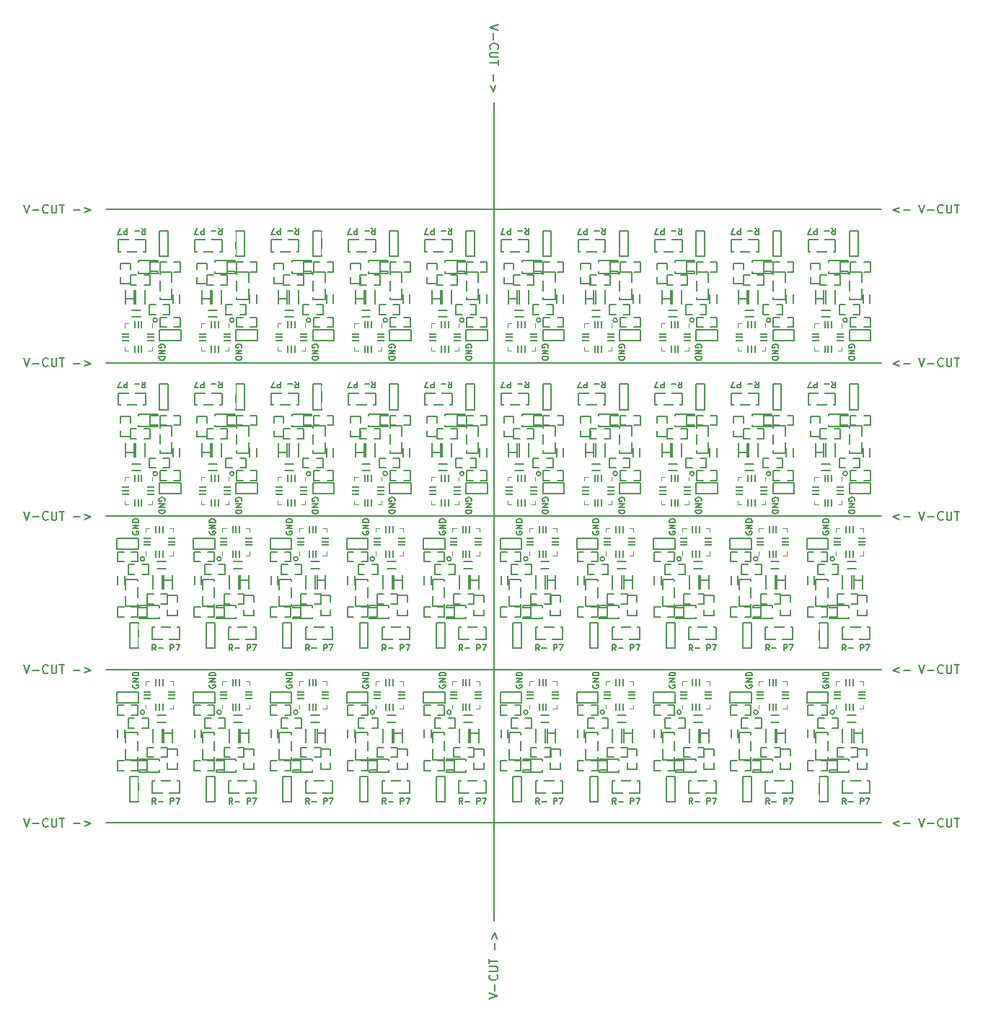
<source format=gto>
G04 #@! TF.GenerationSoftware,KiCad,Pcbnew,7.0.11*
G04 #@! TF.CreationDate,2024-02-28T18:49:23+09:00*
G04 #@! TF.ProjectId,F02-Func-Decoder-p,4630322d-4675-46e6-932d-4465636f6465,rev?*
G04 #@! TF.SameCoordinates,Original*
G04 #@! TF.FileFunction,Legend,Top*
G04 #@! TF.FilePolarity,Positive*
%FSLAX46Y46*%
G04 Gerber Fmt 4.6, Leading zero omitted, Abs format (unit mm)*
G04 Created by KiCad (PCBNEW 7.0.11) date 2024-02-28 18:49:23*
%MOMM*%
%LPD*%
G01*
G04 APERTURE LIST*
G04 Aperture macros list*
%AMRoundRect*
0 Rectangle with rounded corners*
0 $1 Rounding radius*
0 $2 $3 $4 $5 $6 $7 $8 $9 X,Y pos of 4 corners*
0 Add a 4 corners polygon primitive as box body*
4,1,4,$2,$3,$4,$5,$6,$7,$8,$9,$2,$3,0*
0 Add four circle primitives for the rounded corners*
1,1,$1+$1,$2,$3*
1,1,$1+$1,$4,$5*
1,1,$1+$1,$6,$7*
1,1,$1+$1,$8,$9*
0 Add four rect primitives between the rounded corners*
20,1,$1+$1,$2,$3,$4,$5,0*
20,1,$1+$1,$4,$5,$6,$7,0*
20,1,$1+$1,$6,$7,$8,$9,0*
20,1,$1+$1,$8,$9,$2,$3,0*%
%AMFreePoly0*
4,1,14,0.334644,0.085355,0.385355,0.034644,0.400000,-0.000711,0.400000,-0.050000,0.385355,-0.085355,0.350000,-0.100000,-0.350000,-0.100000,-0.385355,-0.085355,-0.400000,-0.050000,-0.400000,0.050000,-0.385355,0.085355,-0.350000,0.100000,0.299289,0.100000,0.334644,0.085355,0.334644,0.085355,$1*%
%AMFreePoly1*
4,1,14,0.385355,0.085355,0.400000,0.050000,0.400000,0.000711,0.385355,-0.034644,0.334644,-0.085355,0.299289,-0.100000,-0.350000,-0.100000,-0.385355,-0.085355,-0.400000,-0.050000,-0.400000,0.050000,-0.385355,0.085355,-0.350000,0.100000,0.350000,0.100000,0.385355,0.085355,0.385355,0.085355,$1*%
%AMFreePoly2*
4,1,14,0.085355,0.385355,0.100000,0.350000,0.100000,-0.350000,0.085355,-0.385355,0.050000,-0.400000,-0.050000,-0.400000,-0.085355,-0.385355,-0.100000,-0.350000,-0.100000,0.299289,-0.085355,0.334644,-0.034644,0.385355,0.000711,0.400000,0.050000,0.400000,0.085355,0.385355,0.085355,0.385355,$1*%
%AMFreePoly3*
4,1,14,0.034644,0.385355,0.085355,0.334644,0.100000,0.299289,0.100000,-0.350000,0.085355,-0.385355,0.050000,-0.400000,-0.050000,-0.400000,-0.085355,-0.385355,-0.100000,-0.350000,-0.100000,0.350000,-0.085355,0.385355,-0.050000,0.400000,-0.000711,0.400000,0.034644,0.385355,0.034644,0.385355,$1*%
%AMFreePoly4*
4,1,14,0.385355,0.085355,0.400000,0.050000,0.400000,-0.050000,0.385355,-0.085355,0.350000,-0.100000,-0.299289,-0.100000,-0.334644,-0.085355,-0.385355,-0.034644,-0.400000,0.000711,-0.400000,0.050000,-0.385355,0.085355,-0.350000,0.100000,0.350000,0.100000,0.385355,0.085355,0.385355,0.085355,$1*%
%AMFreePoly5*
4,1,14,0.385355,0.085355,0.400000,0.050000,0.400000,-0.050000,0.385355,-0.085355,0.350000,-0.100000,-0.350000,-0.100000,-0.385355,-0.085355,-0.400000,-0.050000,-0.400000,-0.000711,-0.385355,0.034644,-0.334644,0.085355,-0.299289,0.100000,0.350000,0.100000,0.385355,0.085355,0.385355,0.085355,$1*%
%AMFreePoly6*
4,1,14,0.085355,0.385355,0.100000,0.350000,0.100000,-0.299289,0.085355,-0.334644,0.034644,-0.385355,-0.000711,-0.400000,-0.050000,-0.400000,-0.085355,-0.385355,-0.100000,-0.350000,-0.100000,0.350000,-0.085355,0.385355,-0.050000,0.400000,0.050000,0.400000,0.085355,0.385355,0.085355,0.385355,$1*%
%AMFreePoly7*
4,1,14,0.085355,0.385355,0.100000,0.350000,0.100000,-0.350000,0.085355,-0.385355,0.050000,-0.400000,0.000711,-0.400000,-0.034644,-0.385355,-0.085355,-0.334644,-0.100000,-0.299289,-0.100000,0.350000,-0.085355,0.385355,-0.050000,0.400000,0.050000,0.400000,0.085355,0.385355,0.085355,0.385355,$1*%
G04 Aperture macros list end*
%ADD10C,0.150000*%
%ADD11C,0.170000*%
%ADD12C,0.180000*%
%ADD13C,0.120000*%
%ADD14C,0.200000*%
%ADD15R,0.650000X0.900000*%
%ADD16R,0.550000X0.500000*%
%ADD17R,0.700000X0.800000*%
%ADD18C,2.000000*%
%ADD19R,0.900000X1.200000*%
%ADD20R,0.900000X0.800000*%
%ADD21R,0.800000X1.000000*%
%ADD22R,0.950000X0.950000*%
%ADD23R,1.300000X1.300000*%
%ADD24R,0.500000X0.550000*%
%ADD25FreePoly0,270.000000*%
%ADD26RoundRect,0.050000X-0.050000X0.350000X-0.050000X-0.350000X0.050000X-0.350000X0.050000X0.350000X0*%
%ADD27FreePoly1,270.000000*%
%ADD28FreePoly2,270.000000*%
%ADD29RoundRect,0.050000X-0.350000X0.050000X-0.350000X-0.050000X0.350000X-0.050000X0.350000X0.050000X0*%
%ADD30FreePoly3,270.000000*%
%ADD31FreePoly4,270.000000*%
%ADD32FreePoly5,270.000000*%
%ADD33FreePoly6,270.000000*%
%ADD34FreePoly7,270.000000*%
%ADD35R,1.700000X1.700000*%
%ADD36R,1.000000X0.800000*%
%ADD37R,0.900000X0.650000*%
%ADD38R,0.800000X0.900000*%
%ADD39R,0.800000X0.800000*%
%ADD40FreePoly0,90.000000*%
%ADD41RoundRect,0.050000X0.050000X-0.350000X0.050000X0.350000X-0.050000X0.350000X-0.050000X-0.350000X0*%
%ADD42FreePoly1,90.000000*%
%ADD43FreePoly2,90.000000*%
%ADD44RoundRect,0.050000X0.350000X-0.050000X0.350000X0.050000X-0.350000X0.050000X-0.350000X-0.050000X0*%
%ADD45FreePoly3,90.000000*%
%ADD46FreePoly4,90.000000*%
%ADD47FreePoly5,90.000000*%
%ADD48FreePoly6,90.000000*%
%ADD49FreePoly7,90.000000*%
G04 APERTURE END LIST*
D10*
X175000000Y-66000000D02*
G75*
G03*
X174500000Y-66000000I-250000J0D01*
G01*
X174500000Y-66000000D02*
G75*
G03*
X175000000Y-66000000I250000J0D01*
G01*
X143000000Y-71000000D02*
X133000000Y-71000000D01*
X155500000Y-94000000D02*
G75*
G03*
X155000000Y-94000000I-250000J0D01*
G01*
X155000000Y-94000000D02*
G75*
G03*
X155500000Y-94000000I250000J0D01*
G01*
X152000000Y-53000000D02*
X142000000Y-53000000D01*
X125000000Y-89000000D02*
X115000000Y-89000000D01*
X197000000Y-89000000D02*
X187000000Y-89000000D01*
X179000000Y-89000000D02*
X169000000Y-89000000D01*
X116000000Y-53000000D02*
X106000000Y-53000000D01*
X187000000Y-125000000D02*
X197000000Y-125000000D01*
X146500000Y-94000000D02*
G75*
G03*
X146000000Y-94000000I-250000J0D01*
G01*
X146000000Y-94000000D02*
G75*
G03*
X146500000Y-94000000I250000J0D01*
G01*
X110500000Y-112000000D02*
G75*
G03*
X110000000Y-112000000I-250000J0D01*
G01*
X110000000Y-112000000D02*
G75*
G03*
X110500000Y-112000000I250000J0D01*
G01*
X188000000Y-89000000D02*
X178000000Y-89000000D01*
X169000000Y-107000000D02*
X179000000Y-107000000D01*
X137500000Y-112000000D02*
G75*
G03*
X137000000Y-112000000I-250000J0D01*
G01*
X137000000Y-112000000D02*
G75*
G03*
X137500000Y-112000000I250000J0D01*
G01*
X128500000Y-94000000D02*
G75*
G03*
X128000000Y-94000000I-250000J0D01*
G01*
X128000000Y-94000000D02*
G75*
G03*
X128500000Y-94000000I250000J0D01*
G01*
X187000000Y-107000000D02*
X197000000Y-107000000D01*
X128500000Y-112000000D02*
G75*
G03*
X128000000Y-112000000I-250000J0D01*
G01*
X128000000Y-112000000D02*
G75*
G03*
X128500000Y-112000000I250000J0D01*
G01*
X130000000Y-84000000D02*
G75*
G03*
X129500000Y-84000000I-250000J0D01*
G01*
X129500000Y-84000000D02*
G75*
G03*
X130000000Y-84000000I250000J0D01*
G01*
X116000000Y-71000000D02*
X106000000Y-71000000D01*
X169000000Y-89000000D02*
X179000000Y-89000000D01*
X137500000Y-94000000D02*
G75*
G03*
X137000000Y-94000000I-250000J0D01*
G01*
X137000000Y-94000000D02*
G75*
G03*
X137500000Y-94000000I250000J0D01*
G01*
X106000000Y-107000000D02*
X116000000Y-107000000D01*
X143000000Y-53000000D02*
X133000000Y-53000000D01*
X188000000Y-53000000D02*
X178000000Y-53000000D01*
X197000000Y-53000000D02*
X187000000Y-53000000D01*
X112000000Y-84000000D02*
G75*
G03*
X111500000Y-84000000I-250000J0D01*
G01*
X111500000Y-84000000D02*
G75*
G03*
X112000000Y-84000000I250000J0D01*
G01*
X134000000Y-53000000D02*
X124000000Y-53000000D01*
X124000000Y-107000000D02*
X134000000Y-107000000D01*
X161000000Y-53000000D02*
X151000000Y-53000000D01*
X151000000Y-125000000D02*
X161000000Y-125000000D01*
X197000000Y-71000000D02*
X187000000Y-71000000D01*
X178000000Y-107000000D02*
X188000000Y-107000000D01*
X191500000Y-94000000D02*
G75*
G03*
X191000000Y-94000000I-250000J0D01*
G01*
X191000000Y-94000000D02*
G75*
G03*
X191500000Y-94000000I250000J0D01*
G01*
X124000000Y-125000000D02*
X134000000Y-125000000D01*
X173500000Y-112000000D02*
G75*
G03*
X173000000Y-112000000I-250000J0D01*
G01*
X173000000Y-112000000D02*
G75*
G03*
X173500000Y-112000000I250000J0D01*
G01*
X106000000Y-125000000D02*
X116000000Y-125000000D01*
X139000000Y-66000000D02*
G75*
G03*
X138500000Y-66000000I-250000J0D01*
G01*
X138500000Y-66000000D02*
G75*
G03*
X139000000Y-66000000I250000J0D01*
G01*
X193000000Y-84000000D02*
G75*
G03*
X192500000Y-84000000I-250000J0D01*
G01*
X192500000Y-84000000D02*
G75*
G03*
X193000000Y-84000000I250000J0D01*
G01*
X179000000Y-53000000D02*
X169000000Y-53000000D01*
X115000000Y-89000000D02*
X125000000Y-89000000D01*
X184000000Y-84000000D02*
G75*
G03*
X183500000Y-84000000I-250000J0D01*
G01*
X183500000Y-84000000D02*
G75*
G03*
X184000000Y-84000000I250000J0D01*
G01*
X146500000Y-112000000D02*
G75*
G03*
X146000000Y-112000000I-250000J0D01*
G01*
X146000000Y-112000000D02*
G75*
G03*
X146500000Y-112000000I250000J0D01*
G01*
X182500000Y-112000000D02*
G75*
G03*
X182000000Y-112000000I-250000J0D01*
G01*
X182000000Y-112000000D02*
G75*
G03*
X182500000Y-112000000I250000J0D01*
G01*
X173500000Y-94000000D02*
G75*
G03*
X173000000Y-94000000I-250000J0D01*
G01*
X173000000Y-94000000D02*
G75*
G03*
X173500000Y-94000000I250000J0D01*
G01*
X121000000Y-84000000D02*
G75*
G03*
X120500000Y-84000000I-250000J0D01*
G01*
X120500000Y-84000000D02*
G75*
G03*
X121000000Y-84000000I250000J0D01*
G01*
X169000000Y-125000000D02*
X179000000Y-125000000D01*
X115000000Y-107000000D02*
X125000000Y-107000000D01*
X166000000Y-66000000D02*
G75*
G03*
X165500000Y-66000000I-250000J0D01*
G01*
X165500000Y-66000000D02*
G75*
G03*
X166000000Y-66000000I250000J0D01*
G01*
X116000000Y-89000000D02*
X106000000Y-89000000D01*
X134000000Y-71000000D02*
X124000000Y-71000000D01*
X121000000Y-66000000D02*
G75*
G03*
X120500000Y-66000000I-250000J0D01*
G01*
X120500000Y-66000000D02*
G75*
G03*
X121000000Y-66000000I250000J0D01*
G01*
X157000000Y-66000000D02*
G75*
G03*
X156500000Y-66000000I-250000J0D01*
G01*
X156500000Y-66000000D02*
G75*
G03*
X157000000Y-66000000I250000J0D01*
G01*
X184000000Y-66000000D02*
G75*
G03*
X183500000Y-66000000I-250000J0D01*
G01*
X183500000Y-66000000D02*
G75*
G03*
X184000000Y-66000000I250000J0D01*
G01*
X151000000Y-89000000D02*
X161000000Y-89000000D01*
X193000000Y-66000000D02*
G75*
G03*
X192500000Y-66000000I-250000J0D01*
G01*
X192500000Y-66000000D02*
G75*
G03*
X193000000Y-66000000I250000J0D01*
G01*
X164500000Y-112000000D02*
G75*
G03*
X164000000Y-112000000I-250000J0D01*
G01*
X164000000Y-112000000D02*
G75*
G03*
X164500000Y-112000000I250000J0D01*
G01*
X160000000Y-125000000D02*
X170000000Y-125000000D01*
X161000000Y-89000000D02*
X151000000Y-89000000D01*
X175000000Y-84000000D02*
G75*
G03*
X174500000Y-84000000I-250000J0D01*
G01*
X174500000Y-84000000D02*
G75*
G03*
X175000000Y-84000000I250000J0D01*
G01*
X119500000Y-112000000D02*
G75*
G03*
X119000000Y-112000000I-250000J0D01*
G01*
X119000000Y-112000000D02*
G75*
G03*
X119500000Y-112000000I250000J0D01*
G01*
X134000000Y-89000000D02*
X124000000Y-89000000D01*
X139000000Y-84000000D02*
G75*
G03*
X138500000Y-84000000I-250000J0D01*
G01*
X138500000Y-84000000D02*
G75*
G03*
X139000000Y-84000000I250000J0D01*
G01*
X155500000Y-112000000D02*
G75*
G03*
X155000000Y-112000000I-250000J0D01*
G01*
X155000000Y-112000000D02*
G75*
G03*
X155500000Y-112000000I250000J0D01*
G01*
X157000000Y-84000000D02*
G75*
G03*
X156500000Y-84000000I-250000J0D01*
G01*
X156500000Y-84000000D02*
G75*
G03*
X157000000Y-84000000I250000J0D01*
G01*
X142000000Y-89000000D02*
X152000000Y-89000000D01*
X133000000Y-89000000D02*
X143000000Y-89000000D01*
X151000000Y-107000000D02*
X161000000Y-107000000D01*
X152000000Y-89000000D02*
X142000000Y-89000000D01*
X170000000Y-71000000D02*
X160000000Y-71000000D01*
X166000000Y-84000000D02*
G75*
G03*
X165500000Y-84000000I-250000J0D01*
G01*
X165500000Y-84000000D02*
G75*
G03*
X166000000Y-84000000I250000J0D01*
G01*
X112000000Y-66000000D02*
G75*
G03*
X111500000Y-66000000I-250000J0D01*
G01*
X111500000Y-66000000D02*
G75*
G03*
X112000000Y-66000000I250000J0D01*
G01*
X182500000Y-94000000D02*
G75*
G03*
X182000000Y-94000000I-250000J0D01*
G01*
X182000000Y-94000000D02*
G75*
G03*
X182500000Y-94000000I250000J0D01*
G01*
X119500000Y-94000000D02*
G75*
G03*
X119000000Y-94000000I-250000J0D01*
G01*
X119000000Y-94000000D02*
G75*
G03*
X119500000Y-94000000I250000J0D01*
G01*
X160000000Y-107000000D02*
X170000000Y-107000000D01*
X133000000Y-125000000D02*
X143000000Y-125000000D01*
X179000000Y-71000000D02*
X169000000Y-71000000D01*
X164500000Y-94000000D02*
G75*
G03*
X164000000Y-94000000I-250000J0D01*
G01*
X164000000Y-94000000D02*
G75*
G03*
X164500000Y-94000000I250000J0D01*
G01*
X143000000Y-89000000D02*
X133000000Y-89000000D01*
X130000000Y-66000000D02*
G75*
G03*
X129500000Y-66000000I-250000J0D01*
G01*
X129500000Y-66000000D02*
G75*
G03*
X130000000Y-66000000I250000J0D01*
G01*
X161000000Y-71000000D02*
X151000000Y-71000000D01*
X133000000Y-107000000D02*
X143000000Y-107000000D01*
X125000000Y-53000000D02*
X115000000Y-53000000D01*
X124000000Y-89000000D02*
X134000000Y-89000000D01*
X115000000Y-125000000D02*
X125000000Y-125000000D01*
X178000000Y-89000000D02*
X188000000Y-89000000D01*
X110500000Y-94000000D02*
G75*
G03*
X110000000Y-94000000I-250000J0D01*
G01*
X110000000Y-94000000D02*
G75*
G03*
X110500000Y-94000000I250000J0D01*
G01*
X187000000Y-89000000D02*
X197000000Y-89000000D01*
X188000000Y-71000000D02*
X178000000Y-71000000D01*
X152000000Y-71000000D02*
X142000000Y-71000000D01*
X178000000Y-125000000D02*
X188000000Y-125000000D01*
X170000000Y-53000000D02*
X160000000Y-53000000D01*
X170000000Y-89000000D02*
X160000000Y-89000000D01*
X148000000Y-84000000D02*
G75*
G03*
X147500000Y-84000000I-250000J0D01*
G01*
X147500000Y-84000000D02*
G75*
G03*
X148000000Y-84000000I250000J0D01*
G01*
X142000000Y-107000000D02*
X152000000Y-107000000D01*
X151500000Y-136500000D02*
X151500000Y-40500000D01*
X148000000Y-66000000D02*
G75*
G03*
X147500000Y-66000000I-250000J0D01*
G01*
X147500000Y-66000000D02*
G75*
G03*
X148000000Y-66000000I250000J0D01*
G01*
X125000000Y-71000000D02*
X115000000Y-71000000D01*
X191500000Y-112000000D02*
G75*
G03*
X191000000Y-112000000I-250000J0D01*
G01*
X191000000Y-112000000D02*
G75*
G03*
X191500000Y-112000000I250000J0D01*
G01*
X106000000Y-89000000D02*
X116000000Y-89000000D01*
X160000000Y-89000000D02*
X170000000Y-89000000D01*
X142000000Y-125000000D02*
X152000000Y-125000000D01*
D11*
X185533333Y-122764993D02*
X185533333Y-122064993D01*
X185533333Y-122064993D02*
X185800000Y-122064993D01*
X185800000Y-122064993D02*
X185866667Y-122098326D01*
X185866667Y-122098326D02*
X185900000Y-122131660D01*
X185900000Y-122131660D02*
X185933333Y-122198326D01*
X185933333Y-122198326D02*
X185933333Y-122298326D01*
X185933333Y-122298326D02*
X185900000Y-122364993D01*
X185900000Y-122364993D02*
X185866667Y-122398326D01*
X185866667Y-122398326D02*
X185800000Y-122431660D01*
X185800000Y-122431660D02*
X185533333Y-122431660D01*
X186166667Y-122064993D02*
X186633333Y-122064993D01*
X186633333Y-122064993D02*
X186333333Y-122764993D01*
X165833333Y-122764993D02*
X165600000Y-122431660D01*
X165433333Y-122764993D02*
X165433333Y-122064993D01*
X165433333Y-122064993D02*
X165700000Y-122064993D01*
X165700000Y-122064993D02*
X165766667Y-122098326D01*
X165766667Y-122098326D02*
X165800000Y-122131660D01*
X165800000Y-122131660D02*
X165833333Y-122198326D01*
X165833333Y-122198326D02*
X165833333Y-122298326D01*
X165833333Y-122298326D02*
X165800000Y-122364993D01*
X165800000Y-122364993D02*
X165766667Y-122398326D01*
X165766667Y-122398326D02*
X165700000Y-122431660D01*
X165700000Y-122431660D02*
X165433333Y-122431660D01*
X166133333Y-122498326D02*
X166666667Y-122498326D01*
X128166666Y-55235006D02*
X128399999Y-55568340D01*
X128566666Y-55235006D02*
X128566666Y-55935006D01*
X128566666Y-55935006D02*
X128299999Y-55935006D01*
X128299999Y-55935006D02*
X128233333Y-55901673D01*
X128233333Y-55901673D02*
X128199999Y-55868340D01*
X128199999Y-55868340D02*
X128166666Y-55801673D01*
X128166666Y-55801673D02*
X128166666Y-55701673D01*
X128166666Y-55701673D02*
X128199999Y-55635006D01*
X128199999Y-55635006D02*
X128233333Y-55601673D01*
X128233333Y-55601673D02*
X128299999Y-55568340D01*
X128299999Y-55568340D02*
X128566666Y-55568340D01*
X127866666Y-55501673D02*
X127333333Y-55501673D01*
X153466666Y-73235006D02*
X153466666Y-73935006D01*
X153466666Y-73935006D02*
X153199999Y-73935006D01*
X153199999Y-73935006D02*
X153133333Y-73901673D01*
X153133333Y-73901673D02*
X153099999Y-73868340D01*
X153099999Y-73868340D02*
X153066666Y-73801673D01*
X153066666Y-73801673D02*
X153066666Y-73701673D01*
X153066666Y-73701673D02*
X153099999Y-73635006D01*
X153099999Y-73635006D02*
X153133333Y-73601673D01*
X153133333Y-73601673D02*
X153199999Y-73568340D01*
X153199999Y-73568340D02*
X153466666Y-73568340D01*
X152833333Y-73935006D02*
X152366666Y-73935006D01*
X152366666Y-73935006D02*
X152666666Y-73235006D01*
X176533333Y-122764993D02*
X176533333Y-122064993D01*
X176533333Y-122064993D02*
X176800000Y-122064993D01*
X176800000Y-122064993D02*
X176866667Y-122098326D01*
X176866667Y-122098326D02*
X176900000Y-122131660D01*
X176900000Y-122131660D02*
X176933333Y-122198326D01*
X176933333Y-122198326D02*
X176933333Y-122298326D01*
X176933333Y-122298326D02*
X176900000Y-122364993D01*
X176900000Y-122364993D02*
X176866667Y-122398326D01*
X176866667Y-122398326D02*
X176800000Y-122431660D01*
X176800000Y-122431660D02*
X176533333Y-122431660D01*
X177166667Y-122064993D02*
X177633333Y-122064993D01*
X177633333Y-122064993D02*
X177333333Y-122764993D01*
X127148326Y-90783332D02*
X127114993Y-90849999D01*
X127114993Y-90849999D02*
X127114993Y-90949999D01*
X127114993Y-90949999D02*
X127148326Y-91049999D01*
X127148326Y-91049999D02*
X127214993Y-91116666D01*
X127214993Y-91116666D02*
X127281660Y-91149999D01*
X127281660Y-91149999D02*
X127414993Y-91183332D01*
X127414993Y-91183332D02*
X127514993Y-91183332D01*
X127514993Y-91183332D02*
X127648326Y-91149999D01*
X127648326Y-91149999D02*
X127714993Y-91116666D01*
X127714993Y-91116666D02*
X127781660Y-91049999D01*
X127781660Y-91049999D02*
X127814993Y-90949999D01*
X127814993Y-90949999D02*
X127814993Y-90883332D01*
X127814993Y-90883332D02*
X127781660Y-90783332D01*
X127781660Y-90783332D02*
X127748326Y-90749999D01*
X127748326Y-90749999D02*
X127514993Y-90749999D01*
X127514993Y-90749999D02*
X127514993Y-90883332D01*
X127814993Y-90449999D02*
X127114993Y-90449999D01*
X127114993Y-90449999D02*
X127814993Y-90049999D01*
X127814993Y-90049999D02*
X127114993Y-90049999D01*
X127814993Y-89716666D02*
X127114993Y-89716666D01*
X127114993Y-89716666D02*
X127114993Y-89549999D01*
X127114993Y-89549999D02*
X127148326Y-89449999D01*
X127148326Y-89449999D02*
X127214993Y-89383333D01*
X127214993Y-89383333D02*
X127281660Y-89349999D01*
X127281660Y-89349999D02*
X127414993Y-89316666D01*
X127414993Y-89316666D02*
X127514993Y-89316666D01*
X127514993Y-89316666D02*
X127648326Y-89349999D01*
X127648326Y-89349999D02*
X127714993Y-89383333D01*
X127714993Y-89383333D02*
X127781660Y-89449999D01*
X127781660Y-89449999D02*
X127814993Y-89549999D01*
X127814993Y-89549999D02*
X127814993Y-89716666D01*
X140533333Y-122764993D02*
X140533333Y-122064993D01*
X140533333Y-122064993D02*
X140800000Y-122064993D01*
X140800000Y-122064993D02*
X140866667Y-122098326D01*
X140866667Y-122098326D02*
X140900000Y-122131660D01*
X140900000Y-122131660D02*
X140933333Y-122198326D01*
X140933333Y-122198326D02*
X140933333Y-122298326D01*
X140933333Y-122298326D02*
X140900000Y-122364993D01*
X140900000Y-122364993D02*
X140866667Y-122398326D01*
X140866667Y-122398326D02*
X140800000Y-122431660D01*
X140800000Y-122431660D02*
X140533333Y-122431660D01*
X141166667Y-122064993D02*
X141633333Y-122064993D01*
X141633333Y-122064993D02*
X141333333Y-122764993D01*
X140533333Y-104764993D02*
X140533333Y-104064993D01*
X140533333Y-104064993D02*
X140800000Y-104064993D01*
X140800000Y-104064993D02*
X140866667Y-104098326D01*
X140866667Y-104098326D02*
X140900000Y-104131660D01*
X140900000Y-104131660D02*
X140933333Y-104198326D01*
X140933333Y-104198326D02*
X140933333Y-104298326D01*
X140933333Y-104298326D02*
X140900000Y-104364993D01*
X140900000Y-104364993D02*
X140866667Y-104398326D01*
X140866667Y-104398326D02*
X140800000Y-104431660D01*
X140800000Y-104431660D02*
X140533333Y-104431660D01*
X141166667Y-104064993D02*
X141633333Y-104064993D01*
X141633333Y-104064993D02*
X141333333Y-104764993D01*
X191166666Y-55235006D02*
X191399999Y-55568340D01*
X191566666Y-55235006D02*
X191566666Y-55935006D01*
X191566666Y-55935006D02*
X191299999Y-55935006D01*
X191299999Y-55935006D02*
X191233333Y-55901673D01*
X191233333Y-55901673D02*
X191199999Y-55868340D01*
X191199999Y-55868340D02*
X191166666Y-55801673D01*
X191166666Y-55801673D02*
X191166666Y-55701673D01*
X191166666Y-55701673D02*
X191199999Y-55635006D01*
X191199999Y-55635006D02*
X191233333Y-55601673D01*
X191233333Y-55601673D02*
X191299999Y-55568340D01*
X191299999Y-55568340D02*
X191566666Y-55568340D01*
X190866666Y-55501673D02*
X190333333Y-55501673D01*
X189466666Y-73235006D02*
X189466666Y-73935006D01*
X189466666Y-73935006D02*
X189199999Y-73935006D01*
X189199999Y-73935006D02*
X189133333Y-73901673D01*
X189133333Y-73901673D02*
X189099999Y-73868340D01*
X189099999Y-73868340D02*
X189066666Y-73801673D01*
X189066666Y-73801673D02*
X189066666Y-73701673D01*
X189066666Y-73701673D02*
X189099999Y-73635006D01*
X189099999Y-73635006D02*
X189133333Y-73601673D01*
X189133333Y-73601673D02*
X189199999Y-73568340D01*
X189199999Y-73568340D02*
X189466666Y-73568340D01*
X188833333Y-73935006D02*
X188366666Y-73935006D01*
X188366666Y-73935006D02*
X188666666Y-73235006D01*
X148851673Y-69216667D02*
X148885006Y-69150000D01*
X148885006Y-69150000D02*
X148885006Y-69050000D01*
X148885006Y-69050000D02*
X148851673Y-68950000D01*
X148851673Y-68950000D02*
X148785006Y-68883334D01*
X148785006Y-68883334D02*
X148718340Y-68850000D01*
X148718340Y-68850000D02*
X148585006Y-68816667D01*
X148585006Y-68816667D02*
X148485006Y-68816667D01*
X148485006Y-68816667D02*
X148351673Y-68850000D01*
X148351673Y-68850000D02*
X148285006Y-68883334D01*
X148285006Y-68883334D02*
X148218340Y-68950000D01*
X148218340Y-68950000D02*
X148185006Y-69050000D01*
X148185006Y-69050000D02*
X148185006Y-69116667D01*
X148185006Y-69116667D02*
X148218340Y-69216667D01*
X148218340Y-69216667D02*
X148251673Y-69250000D01*
X148251673Y-69250000D02*
X148485006Y-69250000D01*
X148485006Y-69250000D02*
X148485006Y-69116667D01*
X148185006Y-69550000D02*
X148885006Y-69550000D01*
X148885006Y-69550000D02*
X148185006Y-69950000D01*
X148185006Y-69950000D02*
X148885006Y-69950000D01*
X148185006Y-70283333D02*
X148885006Y-70283333D01*
X148885006Y-70283333D02*
X148885006Y-70450000D01*
X148885006Y-70450000D02*
X148851673Y-70550000D01*
X148851673Y-70550000D02*
X148785006Y-70616667D01*
X148785006Y-70616667D02*
X148718340Y-70650000D01*
X148718340Y-70650000D02*
X148585006Y-70683333D01*
X148585006Y-70683333D02*
X148485006Y-70683333D01*
X148485006Y-70683333D02*
X148351673Y-70650000D01*
X148351673Y-70650000D02*
X148285006Y-70616667D01*
X148285006Y-70616667D02*
X148218340Y-70550000D01*
X148218340Y-70550000D02*
X148185006Y-70450000D01*
X148185006Y-70450000D02*
X148185006Y-70283333D01*
X173166666Y-55235006D02*
X173399999Y-55568340D01*
X173566666Y-55235006D02*
X173566666Y-55935006D01*
X173566666Y-55935006D02*
X173299999Y-55935006D01*
X173299999Y-55935006D02*
X173233333Y-55901673D01*
X173233333Y-55901673D02*
X173199999Y-55868340D01*
X173199999Y-55868340D02*
X173166666Y-55801673D01*
X173166666Y-55801673D02*
X173166666Y-55701673D01*
X173166666Y-55701673D02*
X173199999Y-55635006D01*
X173199999Y-55635006D02*
X173233333Y-55601673D01*
X173233333Y-55601673D02*
X173299999Y-55568340D01*
X173299999Y-55568340D02*
X173566666Y-55568340D01*
X172866666Y-55501673D02*
X172333333Y-55501673D01*
D10*
X199098684Y-124788152D02*
X198336779Y-125073866D01*
X198336779Y-125073866D02*
X199098684Y-125359580D01*
X199574874Y-125073866D02*
X200336779Y-125073866D01*
X201432017Y-124454819D02*
X201765350Y-125454819D01*
X201765350Y-125454819D02*
X202098683Y-124454819D01*
X202432017Y-125073866D02*
X203193922Y-125073866D01*
X204241540Y-125359580D02*
X204193921Y-125407200D01*
X204193921Y-125407200D02*
X204051064Y-125454819D01*
X204051064Y-125454819D02*
X203955826Y-125454819D01*
X203955826Y-125454819D02*
X203812969Y-125407200D01*
X203812969Y-125407200D02*
X203717731Y-125311961D01*
X203717731Y-125311961D02*
X203670112Y-125216723D01*
X203670112Y-125216723D02*
X203622493Y-125026247D01*
X203622493Y-125026247D02*
X203622493Y-124883390D01*
X203622493Y-124883390D02*
X203670112Y-124692914D01*
X203670112Y-124692914D02*
X203717731Y-124597676D01*
X203717731Y-124597676D02*
X203812969Y-124502438D01*
X203812969Y-124502438D02*
X203955826Y-124454819D01*
X203955826Y-124454819D02*
X204051064Y-124454819D01*
X204051064Y-124454819D02*
X204193921Y-124502438D01*
X204193921Y-124502438D02*
X204241540Y-124550057D01*
X204670112Y-124454819D02*
X204670112Y-125264342D01*
X204670112Y-125264342D02*
X204717731Y-125359580D01*
X204717731Y-125359580D02*
X204765350Y-125407200D01*
X204765350Y-125407200D02*
X204860588Y-125454819D01*
X204860588Y-125454819D02*
X205051064Y-125454819D01*
X205051064Y-125454819D02*
X205146302Y-125407200D01*
X205146302Y-125407200D02*
X205193921Y-125359580D01*
X205193921Y-125359580D02*
X205241540Y-125264342D01*
X205241540Y-125264342D02*
X205241540Y-124454819D01*
X205574874Y-124454819D02*
X206146302Y-124454819D01*
X205860588Y-125454819D02*
X205860588Y-124454819D01*
D11*
X111833333Y-122764993D02*
X111600000Y-122431660D01*
X111433333Y-122764993D02*
X111433333Y-122064993D01*
X111433333Y-122064993D02*
X111700000Y-122064993D01*
X111700000Y-122064993D02*
X111766667Y-122098326D01*
X111766667Y-122098326D02*
X111800000Y-122131660D01*
X111800000Y-122131660D02*
X111833333Y-122198326D01*
X111833333Y-122198326D02*
X111833333Y-122298326D01*
X111833333Y-122298326D02*
X111800000Y-122364993D01*
X111800000Y-122364993D02*
X111766667Y-122398326D01*
X111766667Y-122398326D02*
X111700000Y-122431660D01*
X111700000Y-122431660D02*
X111433333Y-122431660D01*
X112133333Y-122498326D02*
X112666667Y-122498326D01*
X189466666Y-55235006D02*
X189466666Y-55935006D01*
X189466666Y-55935006D02*
X189199999Y-55935006D01*
X189199999Y-55935006D02*
X189133333Y-55901673D01*
X189133333Y-55901673D02*
X189099999Y-55868340D01*
X189099999Y-55868340D02*
X189066666Y-55801673D01*
X189066666Y-55801673D02*
X189066666Y-55701673D01*
X189066666Y-55701673D02*
X189099999Y-55635006D01*
X189099999Y-55635006D02*
X189133333Y-55601673D01*
X189133333Y-55601673D02*
X189199999Y-55568340D01*
X189199999Y-55568340D02*
X189466666Y-55568340D01*
X188833333Y-55935006D02*
X188366666Y-55935006D01*
X188366666Y-55935006D02*
X188666666Y-55235006D01*
X130851673Y-87216667D02*
X130885006Y-87150000D01*
X130885006Y-87150000D02*
X130885006Y-87050000D01*
X130885006Y-87050000D02*
X130851673Y-86950000D01*
X130851673Y-86950000D02*
X130785006Y-86883334D01*
X130785006Y-86883334D02*
X130718340Y-86850000D01*
X130718340Y-86850000D02*
X130585006Y-86816667D01*
X130585006Y-86816667D02*
X130485006Y-86816667D01*
X130485006Y-86816667D02*
X130351673Y-86850000D01*
X130351673Y-86850000D02*
X130285006Y-86883334D01*
X130285006Y-86883334D02*
X130218340Y-86950000D01*
X130218340Y-86950000D02*
X130185006Y-87050000D01*
X130185006Y-87050000D02*
X130185006Y-87116667D01*
X130185006Y-87116667D02*
X130218340Y-87216667D01*
X130218340Y-87216667D02*
X130251673Y-87250000D01*
X130251673Y-87250000D02*
X130485006Y-87250000D01*
X130485006Y-87250000D02*
X130485006Y-87116667D01*
X130185006Y-87550000D02*
X130885006Y-87550000D01*
X130885006Y-87550000D02*
X130185006Y-87950000D01*
X130185006Y-87950000D02*
X130885006Y-87950000D01*
X130185006Y-88283333D02*
X130885006Y-88283333D01*
X130885006Y-88283333D02*
X130885006Y-88450000D01*
X130885006Y-88450000D02*
X130851673Y-88550000D01*
X130851673Y-88550000D02*
X130785006Y-88616667D01*
X130785006Y-88616667D02*
X130718340Y-88650000D01*
X130718340Y-88650000D02*
X130585006Y-88683333D01*
X130585006Y-88683333D02*
X130485006Y-88683333D01*
X130485006Y-88683333D02*
X130351673Y-88650000D01*
X130351673Y-88650000D02*
X130285006Y-88616667D01*
X130285006Y-88616667D02*
X130218340Y-88550000D01*
X130218340Y-88550000D02*
X130185006Y-88450000D01*
X130185006Y-88450000D02*
X130185006Y-88283333D01*
X182166666Y-55235006D02*
X182399999Y-55568340D01*
X182566666Y-55235006D02*
X182566666Y-55935006D01*
X182566666Y-55935006D02*
X182299999Y-55935006D01*
X182299999Y-55935006D02*
X182233333Y-55901673D01*
X182233333Y-55901673D02*
X182199999Y-55868340D01*
X182199999Y-55868340D02*
X182166666Y-55801673D01*
X182166666Y-55801673D02*
X182166666Y-55701673D01*
X182166666Y-55701673D02*
X182199999Y-55635006D01*
X182199999Y-55635006D02*
X182233333Y-55601673D01*
X182233333Y-55601673D02*
X182299999Y-55568340D01*
X182299999Y-55568340D02*
X182566666Y-55568340D01*
X181866666Y-55501673D02*
X181333333Y-55501673D01*
X109148326Y-108783332D02*
X109114993Y-108849999D01*
X109114993Y-108849999D02*
X109114993Y-108949999D01*
X109114993Y-108949999D02*
X109148326Y-109049999D01*
X109148326Y-109049999D02*
X109214993Y-109116666D01*
X109214993Y-109116666D02*
X109281660Y-109149999D01*
X109281660Y-109149999D02*
X109414993Y-109183332D01*
X109414993Y-109183332D02*
X109514993Y-109183332D01*
X109514993Y-109183332D02*
X109648326Y-109149999D01*
X109648326Y-109149999D02*
X109714993Y-109116666D01*
X109714993Y-109116666D02*
X109781660Y-109049999D01*
X109781660Y-109049999D02*
X109814993Y-108949999D01*
X109814993Y-108949999D02*
X109814993Y-108883332D01*
X109814993Y-108883332D02*
X109781660Y-108783332D01*
X109781660Y-108783332D02*
X109748326Y-108749999D01*
X109748326Y-108749999D02*
X109514993Y-108749999D01*
X109514993Y-108749999D02*
X109514993Y-108883332D01*
X109814993Y-108449999D02*
X109114993Y-108449999D01*
X109114993Y-108449999D02*
X109814993Y-108049999D01*
X109814993Y-108049999D02*
X109114993Y-108049999D01*
X109814993Y-107716666D02*
X109114993Y-107716666D01*
X109114993Y-107716666D02*
X109114993Y-107549999D01*
X109114993Y-107549999D02*
X109148326Y-107449999D01*
X109148326Y-107449999D02*
X109214993Y-107383333D01*
X109214993Y-107383333D02*
X109281660Y-107349999D01*
X109281660Y-107349999D02*
X109414993Y-107316666D01*
X109414993Y-107316666D02*
X109514993Y-107316666D01*
X109514993Y-107316666D02*
X109648326Y-107349999D01*
X109648326Y-107349999D02*
X109714993Y-107383333D01*
X109714993Y-107383333D02*
X109781660Y-107449999D01*
X109781660Y-107449999D02*
X109814993Y-107549999D01*
X109814993Y-107549999D02*
X109814993Y-107716666D01*
D10*
X199098684Y-70788152D02*
X198336779Y-71073866D01*
X198336779Y-71073866D02*
X199098684Y-71359580D01*
X199574874Y-71073866D02*
X200336779Y-71073866D01*
X201432017Y-70454819D02*
X201765350Y-71454819D01*
X201765350Y-71454819D02*
X202098683Y-70454819D01*
X202432017Y-71073866D02*
X203193922Y-71073866D01*
X204241540Y-71359580D02*
X204193921Y-71407200D01*
X204193921Y-71407200D02*
X204051064Y-71454819D01*
X204051064Y-71454819D02*
X203955826Y-71454819D01*
X203955826Y-71454819D02*
X203812969Y-71407200D01*
X203812969Y-71407200D02*
X203717731Y-71311961D01*
X203717731Y-71311961D02*
X203670112Y-71216723D01*
X203670112Y-71216723D02*
X203622493Y-71026247D01*
X203622493Y-71026247D02*
X203622493Y-70883390D01*
X203622493Y-70883390D02*
X203670112Y-70692914D01*
X203670112Y-70692914D02*
X203717731Y-70597676D01*
X203717731Y-70597676D02*
X203812969Y-70502438D01*
X203812969Y-70502438D02*
X203955826Y-70454819D01*
X203955826Y-70454819D02*
X204051064Y-70454819D01*
X204051064Y-70454819D02*
X204193921Y-70502438D01*
X204193921Y-70502438D02*
X204241540Y-70550057D01*
X204670112Y-70454819D02*
X204670112Y-71264342D01*
X204670112Y-71264342D02*
X204717731Y-71359580D01*
X204717731Y-71359580D02*
X204765350Y-71407200D01*
X204765350Y-71407200D02*
X204860588Y-71454819D01*
X204860588Y-71454819D02*
X205051064Y-71454819D01*
X205051064Y-71454819D02*
X205146302Y-71407200D01*
X205146302Y-71407200D02*
X205193921Y-71359580D01*
X205193921Y-71359580D02*
X205241540Y-71264342D01*
X205241540Y-71264342D02*
X205241540Y-70454819D01*
X205574874Y-70454819D02*
X206146302Y-70454819D01*
X205860588Y-71454819D02*
X205860588Y-70454819D01*
D11*
X127148326Y-108783332D02*
X127114993Y-108849999D01*
X127114993Y-108849999D02*
X127114993Y-108949999D01*
X127114993Y-108949999D02*
X127148326Y-109049999D01*
X127148326Y-109049999D02*
X127214993Y-109116666D01*
X127214993Y-109116666D02*
X127281660Y-109149999D01*
X127281660Y-109149999D02*
X127414993Y-109183332D01*
X127414993Y-109183332D02*
X127514993Y-109183332D01*
X127514993Y-109183332D02*
X127648326Y-109149999D01*
X127648326Y-109149999D02*
X127714993Y-109116666D01*
X127714993Y-109116666D02*
X127781660Y-109049999D01*
X127781660Y-109049999D02*
X127814993Y-108949999D01*
X127814993Y-108949999D02*
X127814993Y-108883332D01*
X127814993Y-108883332D02*
X127781660Y-108783332D01*
X127781660Y-108783332D02*
X127748326Y-108749999D01*
X127748326Y-108749999D02*
X127514993Y-108749999D01*
X127514993Y-108749999D02*
X127514993Y-108883332D01*
X127814993Y-108449999D02*
X127114993Y-108449999D01*
X127114993Y-108449999D02*
X127814993Y-108049999D01*
X127814993Y-108049999D02*
X127114993Y-108049999D01*
X127814993Y-107716666D02*
X127114993Y-107716666D01*
X127114993Y-107716666D02*
X127114993Y-107549999D01*
X127114993Y-107549999D02*
X127148326Y-107449999D01*
X127148326Y-107449999D02*
X127214993Y-107383333D01*
X127214993Y-107383333D02*
X127281660Y-107349999D01*
X127281660Y-107349999D02*
X127414993Y-107316666D01*
X127414993Y-107316666D02*
X127514993Y-107316666D01*
X127514993Y-107316666D02*
X127648326Y-107349999D01*
X127648326Y-107349999D02*
X127714993Y-107383333D01*
X127714993Y-107383333D02*
X127781660Y-107449999D01*
X127781660Y-107449999D02*
X127814993Y-107549999D01*
X127814993Y-107549999D02*
X127814993Y-107716666D01*
X121851673Y-69216667D02*
X121885006Y-69150000D01*
X121885006Y-69150000D02*
X121885006Y-69050000D01*
X121885006Y-69050000D02*
X121851673Y-68950000D01*
X121851673Y-68950000D02*
X121785006Y-68883334D01*
X121785006Y-68883334D02*
X121718340Y-68850000D01*
X121718340Y-68850000D02*
X121585006Y-68816667D01*
X121585006Y-68816667D02*
X121485006Y-68816667D01*
X121485006Y-68816667D02*
X121351673Y-68850000D01*
X121351673Y-68850000D02*
X121285006Y-68883334D01*
X121285006Y-68883334D02*
X121218340Y-68950000D01*
X121218340Y-68950000D02*
X121185006Y-69050000D01*
X121185006Y-69050000D02*
X121185006Y-69116667D01*
X121185006Y-69116667D02*
X121218340Y-69216667D01*
X121218340Y-69216667D02*
X121251673Y-69250000D01*
X121251673Y-69250000D02*
X121485006Y-69250000D01*
X121485006Y-69250000D02*
X121485006Y-69116667D01*
X121185006Y-69550000D02*
X121885006Y-69550000D01*
X121885006Y-69550000D02*
X121185006Y-69950000D01*
X121185006Y-69950000D02*
X121885006Y-69950000D01*
X121185006Y-70283333D02*
X121885006Y-70283333D01*
X121885006Y-70283333D02*
X121885006Y-70450000D01*
X121885006Y-70450000D02*
X121851673Y-70550000D01*
X121851673Y-70550000D02*
X121785006Y-70616667D01*
X121785006Y-70616667D02*
X121718340Y-70650000D01*
X121718340Y-70650000D02*
X121585006Y-70683333D01*
X121585006Y-70683333D02*
X121485006Y-70683333D01*
X121485006Y-70683333D02*
X121351673Y-70650000D01*
X121351673Y-70650000D02*
X121285006Y-70616667D01*
X121285006Y-70616667D02*
X121218340Y-70550000D01*
X121218340Y-70550000D02*
X121185006Y-70450000D01*
X121185006Y-70450000D02*
X121185006Y-70283333D01*
X148851673Y-87216667D02*
X148885006Y-87150000D01*
X148885006Y-87150000D02*
X148885006Y-87050000D01*
X148885006Y-87050000D02*
X148851673Y-86950000D01*
X148851673Y-86950000D02*
X148785006Y-86883334D01*
X148785006Y-86883334D02*
X148718340Y-86850000D01*
X148718340Y-86850000D02*
X148585006Y-86816667D01*
X148585006Y-86816667D02*
X148485006Y-86816667D01*
X148485006Y-86816667D02*
X148351673Y-86850000D01*
X148351673Y-86850000D02*
X148285006Y-86883334D01*
X148285006Y-86883334D02*
X148218340Y-86950000D01*
X148218340Y-86950000D02*
X148185006Y-87050000D01*
X148185006Y-87050000D02*
X148185006Y-87116667D01*
X148185006Y-87116667D02*
X148218340Y-87216667D01*
X148218340Y-87216667D02*
X148251673Y-87250000D01*
X148251673Y-87250000D02*
X148485006Y-87250000D01*
X148485006Y-87250000D02*
X148485006Y-87116667D01*
X148185006Y-87550000D02*
X148885006Y-87550000D01*
X148885006Y-87550000D02*
X148185006Y-87950000D01*
X148185006Y-87950000D02*
X148885006Y-87950000D01*
X148185006Y-88283333D02*
X148885006Y-88283333D01*
X148885006Y-88283333D02*
X148885006Y-88450000D01*
X148885006Y-88450000D02*
X148851673Y-88550000D01*
X148851673Y-88550000D02*
X148785006Y-88616667D01*
X148785006Y-88616667D02*
X148718340Y-88650000D01*
X148718340Y-88650000D02*
X148585006Y-88683333D01*
X148585006Y-88683333D02*
X148485006Y-88683333D01*
X148485006Y-88683333D02*
X148351673Y-88650000D01*
X148351673Y-88650000D02*
X148285006Y-88616667D01*
X148285006Y-88616667D02*
X148218340Y-88550000D01*
X148218340Y-88550000D02*
X148185006Y-88450000D01*
X148185006Y-88450000D02*
X148185006Y-88283333D01*
X137166666Y-73235006D02*
X137399999Y-73568340D01*
X137566666Y-73235006D02*
X137566666Y-73935006D01*
X137566666Y-73935006D02*
X137299999Y-73935006D01*
X137299999Y-73935006D02*
X137233333Y-73901673D01*
X137233333Y-73901673D02*
X137199999Y-73868340D01*
X137199999Y-73868340D02*
X137166666Y-73801673D01*
X137166666Y-73801673D02*
X137166666Y-73701673D01*
X137166666Y-73701673D02*
X137199999Y-73635006D01*
X137199999Y-73635006D02*
X137233333Y-73601673D01*
X137233333Y-73601673D02*
X137299999Y-73568340D01*
X137299999Y-73568340D02*
X137566666Y-73568340D01*
X136866666Y-73501673D02*
X136333333Y-73501673D01*
X174833333Y-122764993D02*
X174600000Y-122431660D01*
X174433333Y-122764993D02*
X174433333Y-122064993D01*
X174433333Y-122064993D02*
X174700000Y-122064993D01*
X174700000Y-122064993D02*
X174766667Y-122098326D01*
X174766667Y-122098326D02*
X174800000Y-122131660D01*
X174800000Y-122131660D02*
X174833333Y-122198326D01*
X174833333Y-122198326D02*
X174833333Y-122298326D01*
X174833333Y-122298326D02*
X174800000Y-122364993D01*
X174800000Y-122364993D02*
X174766667Y-122398326D01*
X174766667Y-122398326D02*
X174700000Y-122431660D01*
X174700000Y-122431660D02*
X174433333Y-122431660D01*
X175133333Y-122498326D02*
X175666667Y-122498326D01*
X146166666Y-55235006D02*
X146399999Y-55568340D01*
X146566666Y-55235006D02*
X146566666Y-55935006D01*
X146566666Y-55935006D02*
X146299999Y-55935006D01*
X146299999Y-55935006D02*
X146233333Y-55901673D01*
X146233333Y-55901673D02*
X146199999Y-55868340D01*
X146199999Y-55868340D02*
X146166666Y-55801673D01*
X146166666Y-55801673D02*
X146166666Y-55701673D01*
X146166666Y-55701673D02*
X146199999Y-55635006D01*
X146199999Y-55635006D02*
X146233333Y-55601673D01*
X146233333Y-55601673D02*
X146299999Y-55568340D01*
X146299999Y-55568340D02*
X146566666Y-55568340D01*
X145866666Y-55501673D02*
X145333333Y-55501673D01*
X153466666Y-55235006D02*
X153466666Y-55935006D01*
X153466666Y-55935006D02*
X153199999Y-55935006D01*
X153199999Y-55935006D02*
X153133333Y-55901673D01*
X153133333Y-55901673D02*
X153099999Y-55868340D01*
X153099999Y-55868340D02*
X153066666Y-55801673D01*
X153066666Y-55801673D02*
X153066666Y-55701673D01*
X153066666Y-55701673D02*
X153099999Y-55635006D01*
X153099999Y-55635006D02*
X153133333Y-55601673D01*
X153133333Y-55601673D02*
X153199999Y-55568340D01*
X153199999Y-55568340D02*
X153466666Y-55568340D01*
X152833333Y-55935006D02*
X152366666Y-55935006D01*
X152366666Y-55935006D02*
X152666666Y-55235006D01*
X190148326Y-108783332D02*
X190114993Y-108849999D01*
X190114993Y-108849999D02*
X190114993Y-108949999D01*
X190114993Y-108949999D02*
X190148326Y-109049999D01*
X190148326Y-109049999D02*
X190214993Y-109116666D01*
X190214993Y-109116666D02*
X190281660Y-109149999D01*
X190281660Y-109149999D02*
X190414993Y-109183332D01*
X190414993Y-109183332D02*
X190514993Y-109183332D01*
X190514993Y-109183332D02*
X190648326Y-109149999D01*
X190648326Y-109149999D02*
X190714993Y-109116666D01*
X190714993Y-109116666D02*
X190781660Y-109049999D01*
X190781660Y-109049999D02*
X190814993Y-108949999D01*
X190814993Y-108949999D02*
X190814993Y-108883332D01*
X190814993Y-108883332D02*
X190781660Y-108783332D01*
X190781660Y-108783332D02*
X190748326Y-108749999D01*
X190748326Y-108749999D02*
X190514993Y-108749999D01*
X190514993Y-108749999D02*
X190514993Y-108883332D01*
X190814993Y-108449999D02*
X190114993Y-108449999D01*
X190114993Y-108449999D02*
X190814993Y-108049999D01*
X190814993Y-108049999D02*
X190114993Y-108049999D01*
X190814993Y-107716666D02*
X190114993Y-107716666D01*
X190114993Y-107716666D02*
X190114993Y-107549999D01*
X190114993Y-107549999D02*
X190148326Y-107449999D01*
X190148326Y-107449999D02*
X190214993Y-107383333D01*
X190214993Y-107383333D02*
X190281660Y-107349999D01*
X190281660Y-107349999D02*
X190414993Y-107316666D01*
X190414993Y-107316666D02*
X190514993Y-107316666D01*
X190514993Y-107316666D02*
X190648326Y-107349999D01*
X190648326Y-107349999D02*
X190714993Y-107383333D01*
X190714993Y-107383333D02*
X190781660Y-107449999D01*
X190781660Y-107449999D02*
X190814993Y-107549999D01*
X190814993Y-107549999D02*
X190814993Y-107716666D01*
X149533333Y-122764993D02*
X149533333Y-122064993D01*
X149533333Y-122064993D02*
X149800000Y-122064993D01*
X149800000Y-122064993D02*
X149866667Y-122098326D01*
X149866667Y-122098326D02*
X149900000Y-122131660D01*
X149900000Y-122131660D02*
X149933333Y-122198326D01*
X149933333Y-122198326D02*
X149933333Y-122298326D01*
X149933333Y-122298326D02*
X149900000Y-122364993D01*
X149900000Y-122364993D02*
X149866667Y-122398326D01*
X149866667Y-122398326D02*
X149800000Y-122431660D01*
X149800000Y-122431660D02*
X149533333Y-122431660D01*
X150166667Y-122064993D02*
X150633333Y-122064993D01*
X150633333Y-122064993D02*
X150333333Y-122764993D01*
X182166666Y-73235006D02*
X182399999Y-73568340D01*
X182566666Y-73235006D02*
X182566666Y-73935006D01*
X182566666Y-73935006D02*
X182299999Y-73935006D01*
X182299999Y-73935006D02*
X182233333Y-73901673D01*
X182233333Y-73901673D02*
X182199999Y-73868340D01*
X182199999Y-73868340D02*
X182166666Y-73801673D01*
X182166666Y-73801673D02*
X182166666Y-73701673D01*
X182166666Y-73701673D02*
X182199999Y-73635006D01*
X182199999Y-73635006D02*
X182233333Y-73601673D01*
X182233333Y-73601673D02*
X182299999Y-73568340D01*
X182299999Y-73568340D02*
X182566666Y-73568340D01*
X181866666Y-73501673D02*
X181333333Y-73501673D01*
X131533333Y-104764993D02*
X131533333Y-104064993D01*
X131533333Y-104064993D02*
X131800000Y-104064993D01*
X131800000Y-104064993D02*
X131866667Y-104098326D01*
X131866667Y-104098326D02*
X131900000Y-104131660D01*
X131900000Y-104131660D02*
X131933333Y-104198326D01*
X131933333Y-104198326D02*
X131933333Y-104298326D01*
X131933333Y-104298326D02*
X131900000Y-104364993D01*
X131900000Y-104364993D02*
X131866667Y-104398326D01*
X131866667Y-104398326D02*
X131800000Y-104431660D01*
X131800000Y-104431660D02*
X131533333Y-104431660D01*
X132166667Y-104064993D02*
X132633333Y-104064993D01*
X132633333Y-104064993D02*
X132333333Y-104764993D01*
X146166666Y-73235006D02*
X146399999Y-73568340D01*
X146566666Y-73235006D02*
X146566666Y-73935006D01*
X146566666Y-73935006D02*
X146299999Y-73935006D01*
X146299999Y-73935006D02*
X146233333Y-73901673D01*
X146233333Y-73901673D02*
X146199999Y-73868340D01*
X146199999Y-73868340D02*
X146166666Y-73801673D01*
X146166666Y-73801673D02*
X146166666Y-73701673D01*
X146166666Y-73701673D02*
X146199999Y-73635006D01*
X146199999Y-73635006D02*
X146233333Y-73601673D01*
X146233333Y-73601673D02*
X146299999Y-73568340D01*
X146299999Y-73568340D02*
X146566666Y-73568340D01*
X145866666Y-73501673D02*
X145333333Y-73501673D01*
X147833333Y-104764993D02*
X147600000Y-104431660D01*
X147433333Y-104764993D02*
X147433333Y-104064993D01*
X147433333Y-104064993D02*
X147700000Y-104064993D01*
X147700000Y-104064993D02*
X147766667Y-104098326D01*
X147766667Y-104098326D02*
X147800000Y-104131660D01*
X147800000Y-104131660D02*
X147833333Y-104198326D01*
X147833333Y-104198326D02*
X147833333Y-104298326D01*
X147833333Y-104298326D02*
X147800000Y-104364993D01*
X147800000Y-104364993D02*
X147766667Y-104398326D01*
X147766667Y-104398326D02*
X147700000Y-104431660D01*
X147700000Y-104431660D02*
X147433333Y-104431660D01*
X148133333Y-104498326D02*
X148666667Y-104498326D01*
D10*
X96353697Y-124454819D02*
X96687030Y-125454819D01*
X96687030Y-125454819D02*
X97020363Y-124454819D01*
X97353697Y-125073866D02*
X98115602Y-125073866D01*
X99163220Y-125359580D02*
X99115601Y-125407200D01*
X99115601Y-125407200D02*
X98972744Y-125454819D01*
X98972744Y-125454819D02*
X98877506Y-125454819D01*
X98877506Y-125454819D02*
X98734649Y-125407200D01*
X98734649Y-125407200D02*
X98639411Y-125311961D01*
X98639411Y-125311961D02*
X98591792Y-125216723D01*
X98591792Y-125216723D02*
X98544173Y-125026247D01*
X98544173Y-125026247D02*
X98544173Y-124883390D01*
X98544173Y-124883390D02*
X98591792Y-124692914D01*
X98591792Y-124692914D02*
X98639411Y-124597676D01*
X98639411Y-124597676D02*
X98734649Y-124502438D01*
X98734649Y-124502438D02*
X98877506Y-124454819D01*
X98877506Y-124454819D02*
X98972744Y-124454819D01*
X98972744Y-124454819D02*
X99115601Y-124502438D01*
X99115601Y-124502438D02*
X99163220Y-124550057D01*
X99591792Y-124454819D02*
X99591792Y-125264342D01*
X99591792Y-125264342D02*
X99639411Y-125359580D01*
X99639411Y-125359580D02*
X99687030Y-125407200D01*
X99687030Y-125407200D02*
X99782268Y-125454819D01*
X99782268Y-125454819D02*
X99972744Y-125454819D01*
X99972744Y-125454819D02*
X100067982Y-125407200D01*
X100067982Y-125407200D02*
X100115601Y-125359580D01*
X100115601Y-125359580D02*
X100163220Y-125264342D01*
X100163220Y-125264342D02*
X100163220Y-124454819D01*
X100496554Y-124454819D02*
X101067982Y-124454819D01*
X100782268Y-125454819D02*
X100782268Y-124454819D01*
X102163221Y-125073866D02*
X102925126Y-125073866D01*
X103401316Y-124788152D02*
X104163221Y-125073866D01*
X104163221Y-125073866D02*
X103401316Y-125359580D01*
D11*
X111833333Y-104764993D02*
X111600000Y-104431660D01*
X111433333Y-104764993D02*
X111433333Y-104064993D01*
X111433333Y-104064993D02*
X111700000Y-104064993D01*
X111700000Y-104064993D02*
X111766667Y-104098326D01*
X111766667Y-104098326D02*
X111800000Y-104131660D01*
X111800000Y-104131660D02*
X111833333Y-104198326D01*
X111833333Y-104198326D02*
X111833333Y-104298326D01*
X111833333Y-104298326D02*
X111800000Y-104364993D01*
X111800000Y-104364993D02*
X111766667Y-104398326D01*
X111766667Y-104398326D02*
X111700000Y-104431660D01*
X111700000Y-104431660D02*
X111433333Y-104431660D01*
X112133333Y-104498326D02*
X112666667Y-104498326D01*
X138833333Y-122764993D02*
X138600000Y-122431660D01*
X138433333Y-122764993D02*
X138433333Y-122064993D01*
X138433333Y-122064993D02*
X138700000Y-122064993D01*
X138700000Y-122064993D02*
X138766667Y-122098326D01*
X138766667Y-122098326D02*
X138800000Y-122131660D01*
X138800000Y-122131660D02*
X138833333Y-122198326D01*
X138833333Y-122198326D02*
X138833333Y-122298326D01*
X138833333Y-122298326D02*
X138800000Y-122364993D01*
X138800000Y-122364993D02*
X138766667Y-122398326D01*
X138766667Y-122398326D02*
X138700000Y-122431660D01*
X138700000Y-122431660D02*
X138433333Y-122431660D01*
X139133333Y-122498326D02*
X139666667Y-122498326D01*
X108466666Y-73235006D02*
X108466666Y-73935006D01*
X108466666Y-73935006D02*
X108199999Y-73935006D01*
X108199999Y-73935006D02*
X108133333Y-73901673D01*
X108133333Y-73901673D02*
X108099999Y-73868340D01*
X108099999Y-73868340D02*
X108066666Y-73801673D01*
X108066666Y-73801673D02*
X108066666Y-73701673D01*
X108066666Y-73701673D02*
X108099999Y-73635006D01*
X108099999Y-73635006D02*
X108133333Y-73601673D01*
X108133333Y-73601673D02*
X108199999Y-73568340D01*
X108199999Y-73568340D02*
X108466666Y-73568340D01*
X107833333Y-73935006D02*
X107366666Y-73935006D01*
X107366666Y-73935006D02*
X107666666Y-73235006D01*
X119166666Y-55235006D02*
X119399999Y-55568340D01*
X119566666Y-55235006D02*
X119566666Y-55935006D01*
X119566666Y-55935006D02*
X119299999Y-55935006D01*
X119299999Y-55935006D02*
X119233333Y-55901673D01*
X119233333Y-55901673D02*
X119199999Y-55868340D01*
X119199999Y-55868340D02*
X119166666Y-55801673D01*
X119166666Y-55801673D02*
X119166666Y-55701673D01*
X119166666Y-55701673D02*
X119199999Y-55635006D01*
X119199999Y-55635006D02*
X119233333Y-55601673D01*
X119233333Y-55601673D02*
X119299999Y-55568340D01*
X119299999Y-55568340D02*
X119566666Y-55568340D01*
X118866666Y-55501673D02*
X118333333Y-55501673D01*
X145148326Y-108783332D02*
X145114993Y-108849999D01*
X145114993Y-108849999D02*
X145114993Y-108949999D01*
X145114993Y-108949999D02*
X145148326Y-109049999D01*
X145148326Y-109049999D02*
X145214993Y-109116666D01*
X145214993Y-109116666D02*
X145281660Y-109149999D01*
X145281660Y-109149999D02*
X145414993Y-109183332D01*
X145414993Y-109183332D02*
X145514993Y-109183332D01*
X145514993Y-109183332D02*
X145648326Y-109149999D01*
X145648326Y-109149999D02*
X145714993Y-109116666D01*
X145714993Y-109116666D02*
X145781660Y-109049999D01*
X145781660Y-109049999D02*
X145814993Y-108949999D01*
X145814993Y-108949999D02*
X145814993Y-108883332D01*
X145814993Y-108883332D02*
X145781660Y-108783332D01*
X145781660Y-108783332D02*
X145748326Y-108749999D01*
X145748326Y-108749999D02*
X145514993Y-108749999D01*
X145514993Y-108749999D02*
X145514993Y-108883332D01*
X145814993Y-108449999D02*
X145114993Y-108449999D01*
X145114993Y-108449999D02*
X145814993Y-108049999D01*
X145814993Y-108049999D02*
X145114993Y-108049999D01*
X145814993Y-107716666D02*
X145114993Y-107716666D01*
X145114993Y-107716666D02*
X145114993Y-107549999D01*
X145114993Y-107549999D02*
X145148326Y-107449999D01*
X145148326Y-107449999D02*
X145214993Y-107383333D01*
X145214993Y-107383333D02*
X145281660Y-107349999D01*
X145281660Y-107349999D02*
X145414993Y-107316666D01*
X145414993Y-107316666D02*
X145514993Y-107316666D01*
X145514993Y-107316666D02*
X145648326Y-107349999D01*
X145648326Y-107349999D02*
X145714993Y-107383333D01*
X145714993Y-107383333D02*
X145781660Y-107449999D01*
X145781660Y-107449999D02*
X145814993Y-107549999D01*
X145814993Y-107549999D02*
X145814993Y-107716666D01*
X139851673Y-87216667D02*
X139885006Y-87150000D01*
X139885006Y-87150000D02*
X139885006Y-87050000D01*
X139885006Y-87050000D02*
X139851673Y-86950000D01*
X139851673Y-86950000D02*
X139785006Y-86883334D01*
X139785006Y-86883334D02*
X139718340Y-86850000D01*
X139718340Y-86850000D02*
X139585006Y-86816667D01*
X139585006Y-86816667D02*
X139485006Y-86816667D01*
X139485006Y-86816667D02*
X139351673Y-86850000D01*
X139351673Y-86850000D02*
X139285006Y-86883334D01*
X139285006Y-86883334D02*
X139218340Y-86950000D01*
X139218340Y-86950000D02*
X139185006Y-87050000D01*
X139185006Y-87050000D02*
X139185006Y-87116667D01*
X139185006Y-87116667D02*
X139218340Y-87216667D01*
X139218340Y-87216667D02*
X139251673Y-87250000D01*
X139251673Y-87250000D02*
X139485006Y-87250000D01*
X139485006Y-87250000D02*
X139485006Y-87116667D01*
X139185006Y-87550000D02*
X139885006Y-87550000D01*
X139885006Y-87550000D02*
X139185006Y-87950000D01*
X139185006Y-87950000D02*
X139885006Y-87950000D01*
X139185006Y-88283333D02*
X139885006Y-88283333D01*
X139885006Y-88283333D02*
X139885006Y-88450000D01*
X139885006Y-88450000D02*
X139851673Y-88550000D01*
X139851673Y-88550000D02*
X139785006Y-88616667D01*
X139785006Y-88616667D02*
X139718340Y-88650000D01*
X139718340Y-88650000D02*
X139585006Y-88683333D01*
X139585006Y-88683333D02*
X139485006Y-88683333D01*
X139485006Y-88683333D02*
X139351673Y-88650000D01*
X139351673Y-88650000D02*
X139285006Y-88616667D01*
X139285006Y-88616667D02*
X139218340Y-88550000D01*
X139218340Y-88550000D02*
X139185006Y-88450000D01*
X139185006Y-88450000D02*
X139185006Y-88283333D01*
X163148326Y-90783332D02*
X163114993Y-90849999D01*
X163114993Y-90849999D02*
X163114993Y-90949999D01*
X163114993Y-90949999D02*
X163148326Y-91049999D01*
X163148326Y-91049999D02*
X163214993Y-91116666D01*
X163214993Y-91116666D02*
X163281660Y-91149999D01*
X163281660Y-91149999D02*
X163414993Y-91183332D01*
X163414993Y-91183332D02*
X163514993Y-91183332D01*
X163514993Y-91183332D02*
X163648326Y-91149999D01*
X163648326Y-91149999D02*
X163714993Y-91116666D01*
X163714993Y-91116666D02*
X163781660Y-91049999D01*
X163781660Y-91049999D02*
X163814993Y-90949999D01*
X163814993Y-90949999D02*
X163814993Y-90883332D01*
X163814993Y-90883332D02*
X163781660Y-90783332D01*
X163781660Y-90783332D02*
X163748326Y-90749999D01*
X163748326Y-90749999D02*
X163514993Y-90749999D01*
X163514993Y-90749999D02*
X163514993Y-90883332D01*
X163814993Y-90449999D02*
X163114993Y-90449999D01*
X163114993Y-90449999D02*
X163814993Y-90049999D01*
X163814993Y-90049999D02*
X163114993Y-90049999D01*
X163814993Y-89716666D02*
X163114993Y-89716666D01*
X163114993Y-89716666D02*
X163114993Y-89549999D01*
X163114993Y-89549999D02*
X163148326Y-89449999D01*
X163148326Y-89449999D02*
X163214993Y-89383333D01*
X163214993Y-89383333D02*
X163281660Y-89349999D01*
X163281660Y-89349999D02*
X163414993Y-89316666D01*
X163414993Y-89316666D02*
X163514993Y-89316666D01*
X163514993Y-89316666D02*
X163648326Y-89349999D01*
X163648326Y-89349999D02*
X163714993Y-89383333D01*
X163714993Y-89383333D02*
X163781660Y-89449999D01*
X163781660Y-89449999D02*
X163814993Y-89549999D01*
X163814993Y-89549999D02*
X163814993Y-89716666D01*
X135466666Y-73235006D02*
X135466666Y-73935006D01*
X135466666Y-73935006D02*
X135199999Y-73935006D01*
X135199999Y-73935006D02*
X135133333Y-73901673D01*
X135133333Y-73901673D02*
X135099999Y-73868340D01*
X135099999Y-73868340D02*
X135066666Y-73801673D01*
X135066666Y-73801673D02*
X135066666Y-73701673D01*
X135066666Y-73701673D02*
X135099999Y-73635006D01*
X135099999Y-73635006D02*
X135133333Y-73601673D01*
X135133333Y-73601673D02*
X135199999Y-73568340D01*
X135199999Y-73568340D02*
X135466666Y-73568340D01*
X134833333Y-73935006D02*
X134366666Y-73935006D01*
X134366666Y-73935006D02*
X134666666Y-73235006D01*
X158533333Y-104764993D02*
X158533333Y-104064993D01*
X158533333Y-104064993D02*
X158800000Y-104064993D01*
X158800000Y-104064993D02*
X158866667Y-104098326D01*
X158866667Y-104098326D02*
X158900000Y-104131660D01*
X158900000Y-104131660D02*
X158933333Y-104198326D01*
X158933333Y-104198326D02*
X158933333Y-104298326D01*
X158933333Y-104298326D02*
X158900000Y-104364993D01*
X158900000Y-104364993D02*
X158866667Y-104398326D01*
X158866667Y-104398326D02*
X158800000Y-104431660D01*
X158800000Y-104431660D02*
X158533333Y-104431660D01*
X159166667Y-104064993D02*
X159633333Y-104064993D01*
X159633333Y-104064993D02*
X159333333Y-104764993D01*
X120833333Y-104764993D02*
X120600000Y-104431660D01*
X120433333Y-104764993D02*
X120433333Y-104064993D01*
X120433333Y-104064993D02*
X120700000Y-104064993D01*
X120700000Y-104064993D02*
X120766667Y-104098326D01*
X120766667Y-104098326D02*
X120800000Y-104131660D01*
X120800000Y-104131660D02*
X120833333Y-104198326D01*
X120833333Y-104198326D02*
X120833333Y-104298326D01*
X120833333Y-104298326D02*
X120800000Y-104364993D01*
X120800000Y-104364993D02*
X120766667Y-104398326D01*
X120766667Y-104398326D02*
X120700000Y-104431660D01*
X120700000Y-104431660D02*
X120433333Y-104431660D01*
X121133333Y-104498326D02*
X121666667Y-104498326D01*
X139851673Y-69216667D02*
X139885006Y-69150000D01*
X139885006Y-69150000D02*
X139885006Y-69050000D01*
X139885006Y-69050000D02*
X139851673Y-68950000D01*
X139851673Y-68950000D02*
X139785006Y-68883334D01*
X139785006Y-68883334D02*
X139718340Y-68850000D01*
X139718340Y-68850000D02*
X139585006Y-68816667D01*
X139585006Y-68816667D02*
X139485006Y-68816667D01*
X139485006Y-68816667D02*
X139351673Y-68850000D01*
X139351673Y-68850000D02*
X139285006Y-68883334D01*
X139285006Y-68883334D02*
X139218340Y-68950000D01*
X139218340Y-68950000D02*
X139185006Y-69050000D01*
X139185006Y-69050000D02*
X139185006Y-69116667D01*
X139185006Y-69116667D02*
X139218340Y-69216667D01*
X139218340Y-69216667D02*
X139251673Y-69250000D01*
X139251673Y-69250000D02*
X139485006Y-69250000D01*
X139485006Y-69250000D02*
X139485006Y-69116667D01*
X139185006Y-69550000D02*
X139885006Y-69550000D01*
X139885006Y-69550000D02*
X139185006Y-69950000D01*
X139185006Y-69950000D02*
X139885006Y-69950000D01*
X139185006Y-70283333D02*
X139885006Y-70283333D01*
X139885006Y-70283333D02*
X139885006Y-70450000D01*
X139885006Y-70450000D02*
X139851673Y-70550000D01*
X139851673Y-70550000D02*
X139785006Y-70616667D01*
X139785006Y-70616667D02*
X139718340Y-70650000D01*
X139718340Y-70650000D02*
X139585006Y-70683333D01*
X139585006Y-70683333D02*
X139485006Y-70683333D01*
X139485006Y-70683333D02*
X139351673Y-70650000D01*
X139351673Y-70650000D02*
X139285006Y-70616667D01*
X139285006Y-70616667D02*
X139218340Y-70550000D01*
X139218340Y-70550000D02*
X139185006Y-70450000D01*
X139185006Y-70450000D02*
X139185006Y-70283333D01*
X167533333Y-122764993D02*
X167533333Y-122064993D01*
X167533333Y-122064993D02*
X167800000Y-122064993D01*
X167800000Y-122064993D02*
X167866667Y-122098326D01*
X167866667Y-122098326D02*
X167900000Y-122131660D01*
X167900000Y-122131660D02*
X167933333Y-122198326D01*
X167933333Y-122198326D02*
X167933333Y-122298326D01*
X167933333Y-122298326D02*
X167900000Y-122364993D01*
X167900000Y-122364993D02*
X167866667Y-122398326D01*
X167866667Y-122398326D02*
X167800000Y-122431660D01*
X167800000Y-122431660D02*
X167533333Y-122431660D01*
X168166667Y-122064993D02*
X168633333Y-122064993D01*
X168633333Y-122064993D02*
X168333333Y-122764993D01*
X165833333Y-104764993D02*
X165600000Y-104431660D01*
X165433333Y-104764993D02*
X165433333Y-104064993D01*
X165433333Y-104064993D02*
X165700000Y-104064993D01*
X165700000Y-104064993D02*
X165766667Y-104098326D01*
X165766667Y-104098326D02*
X165800000Y-104131660D01*
X165800000Y-104131660D02*
X165833333Y-104198326D01*
X165833333Y-104198326D02*
X165833333Y-104298326D01*
X165833333Y-104298326D02*
X165800000Y-104364993D01*
X165800000Y-104364993D02*
X165766667Y-104398326D01*
X165766667Y-104398326D02*
X165700000Y-104431660D01*
X165700000Y-104431660D02*
X165433333Y-104431660D01*
X166133333Y-104498326D02*
X166666667Y-104498326D01*
X119166666Y-73235006D02*
X119399999Y-73568340D01*
X119566666Y-73235006D02*
X119566666Y-73935006D01*
X119566666Y-73935006D02*
X119299999Y-73935006D01*
X119299999Y-73935006D02*
X119233333Y-73901673D01*
X119233333Y-73901673D02*
X119199999Y-73868340D01*
X119199999Y-73868340D02*
X119166666Y-73801673D01*
X119166666Y-73801673D02*
X119166666Y-73701673D01*
X119166666Y-73701673D02*
X119199999Y-73635006D01*
X119199999Y-73635006D02*
X119233333Y-73601673D01*
X119233333Y-73601673D02*
X119299999Y-73568340D01*
X119299999Y-73568340D02*
X119566666Y-73568340D01*
X118866666Y-73501673D02*
X118333333Y-73501673D01*
X155166666Y-73235006D02*
X155399999Y-73568340D01*
X155566666Y-73235006D02*
X155566666Y-73935006D01*
X155566666Y-73935006D02*
X155299999Y-73935006D01*
X155299999Y-73935006D02*
X155233333Y-73901673D01*
X155233333Y-73901673D02*
X155199999Y-73868340D01*
X155199999Y-73868340D02*
X155166666Y-73801673D01*
X155166666Y-73801673D02*
X155166666Y-73701673D01*
X155166666Y-73701673D02*
X155199999Y-73635006D01*
X155199999Y-73635006D02*
X155233333Y-73601673D01*
X155233333Y-73601673D02*
X155299999Y-73568340D01*
X155299999Y-73568340D02*
X155566666Y-73568340D01*
X154866666Y-73501673D02*
X154333333Y-73501673D01*
X156833333Y-104764993D02*
X156600000Y-104431660D01*
X156433333Y-104764993D02*
X156433333Y-104064993D01*
X156433333Y-104064993D02*
X156700000Y-104064993D01*
X156700000Y-104064993D02*
X156766667Y-104098326D01*
X156766667Y-104098326D02*
X156800000Y-104131660D01*
X156800000Y-104131660D02*
X156833333Y-104198326D01*
X156833333Y-104198326D02*
X156833333Y-104298326D01*
X156833333Y-104298326D02*
X156800000Y-104364993D01*
X156800000Y-104364993D02*
X156766667Y-104398326D01*
X156766667Y-104398326D02*
X156700000Y-104431660D01*
X156700000Y-104431660D02*
X156433333Y-104431660D01*
X157133333Y-104498326D02*
X157666667Y-104498326D01*
X131533333Y-122764993D02*
X131533333Y-122064993D01*
X131533333Y-122064993D02*
X131800000Y-122064993D01*
X131800000Y-122064993D02*
X131866667Y-122098326D01*
X131866667Y-122098326D02*
X131900000Y-122131660D01*
X131900000Y-122131660D02*
X131933333Y-122198326D01*
X131933333Y-122198326D02*
X131933333Y-122298326D01*
X131933333Y-122298326D02*
X131900000Y-122364993D01*
X131900000Y-122364993D02*
X131866667Y-122398326D01*
X131866667Y-122398326D02*
X131800000Y-122431660D01*
X131800000Y-122431660D02*
X131533333Y-122431660D01*
X132166667Y-122064993D02*
X132633333Y-122064993D01*
X132633333Y-122064993D02*
X132333333Y-122764993D01*
X145148326Y-90783332D02*
X145114993Y-90849999D01*
X145114993Y-90849999D02*
X145114993Y-90949999D01*
X145114993Y-90949999D02*
X145148326Y-91049999D01*
X145148326Y-91049999D02*
X145214993Y-91116666D01*
X145214993Y-91116666D02*
X145281660Y-91149999D01*
X145281660Y-91149999D02*
X145414993Y-91183332D01*
X145414993Y-91183332D02*
X145514993Y-91183332D01*
X145514993Y-91183332D02*
X145648326Y-91149999D01*
X145648326Y-91149999D02*
X145714993Y-91116666D01*
X145714993Y-91116666D02*
X145781660Y-91049999D01*
X145781660Y-91049999D02*
X145814993Y-90949999D01*
X145814993Y-90949999D02*
X145814993Y-90883332D01*
X145814993Y-90883332D02*
X145781660Y-90783332D01*
X145781660Y-90783332D02*
X145748326Y-90749999D01*
X145748326Y-90749999D02*
X145514993Y-90749999D01*
X145514993Y-90749999D02*
X145514993Y-90883332D01*
X145814993Y-90449999D02*
X145114993Y-90449999D01*
X145114993Y-90449999D02*
X145814993Y-90049999D01*
X145814993Y-90049999D02*
X145114993Y-90049999D01*
X145814993Y-89716666D02*
X145114993Y-89716666D01*
X145114993Y-89716666D02*
X145114993Y-89549999D01*
X145114993Y-89549999D02*
X145148326Y-89449999D01*
X145148326Y-89449999D02*
X145214993Y-89383333D01*
X145214993Y-89383333D02*
X145281660Y-89349999D01*
X145281660Y-89349999D02*
X145414993Y-89316666D01*
X145414993Y-89316666D02*
X145514993Y-89316666D01*
X145514993Y-89316666D02*
X145648326Y-89349999D01*
X145648326Y-89349999D02*
X145714993Y-89383333D01*
X145714993Y-89383333D02*
X145781660Y-89449999D01*
X145781660Y-89449999D02*
X145814993Y-89549999D01*
X145814993Y-89549999D02*
X145814993Y-89716666D01*
X180466666Y-73235006D02*
X180466666Y-73935006D01*
X180466666Y-73935006D02*
X180199999Y-73935006D01*
X180199999Y-73935006D02*
X180133333Y-73901673D01*
X180133333Y-73901673D02*
X180099999Y-73868340D01*
X180099999Y-73868340D02*
X180066666Y-73801673D01*
X180066666Y-73801673D02*
X180066666Y-73701673D01*
X180066666Y-73701673D02*
X180099999Y-73635006D01*
X180099999Y-73635006D02*
X180133333Y-73601673D01*
X180133333Y-73601673D02*
X180199999Y-73568340D01*
X180199999Y-73568340D02*
X180466666Y-73568340D01*
X179833333Y-73935006D02*
X179366666Y-73935006D01*
X179366666Y-73935006D02*
X179666666Y-73235006D01*
X154148326Y-108783332D02*
X154114993Y-108849999D01*
X154114993Y-108849999D02*
X154114993Y-108949999D01*
X154114993Y-108949999D02*
X154148326Y-109049999D01*
X154148326Y-109049999D02*
X154214993Y-109116666D01*
X154214993Y-109116666D02*
X154281660Y-109149999D01*
X154281660Y-109149999D02*
X154414993Y-109183332D01*
X154414993Y-109183332D02*
X154514993Y-109183332D01*
X154514993Y-109183332D02*
X154648326Y-109149999D01*
X154648326Y-109149999D02*
X154714993Y-109116666D01*
X154714993Y-109116666D02*
X154781660Y-109049999D01*
X154781660Y-109049999D02*
X154814993Y-108949999D01*
X154814993Y-108949999D02*
X154814993Y-108883332D01*
X154814993Y-108883332D02*
X154781660Y-108783332D01*
X154781660Y-108783332D02*
X154748326Y-108749999D01*
X154748326Y-108749999D02*
X154514993Y-108749999D01*
X154514993Y-108749999D02*
X154514993Y-108883332D01*
X154814993Y-108449999D02*
X154114993Y-108449999D01*
X154114993Y-108449999D02*
X154814993Y-108049999D01*
X154814993Y-108049999D02*
X154114993Y-108049999D01*
X154814993Y-107716666D02*
X154114993Y-107716666D01*
X154114993Y-107716666D02*
X154114993Y-107549999D01*
X154114993Y-107549999D02*
X154148326Y-107449999D01*
X154148326Y-107449999D02*
X154214993Y-107383333D01*
X154214993Y-107383333D02*
X154281660Y-107349999D01*
X154281660Y-107349999D02*
X154414993Y-107316666D01*
X154414993Y-107316666D02*
X154514993Y-107316666D01*
X154514993Y-107316666D02*
X154648326Y-107349999D01*
X154648326Y-107349999D02*
X154714993Y-107383333D01*
X154714993Y-107383333D02*
X154781660Y-107449999D01*
X154781660Y-107449999D02*
X154814993Y-107549999D01*
X154814993Y-107549999D02*
X154814993Y-107716666D01*
X155166666Y-55235006D02*
X155399999Y-55568340D01*
X155566666Y-55235006D02*
X155566666Y-55935006D01*
X155566666Y-55935006D02*
X155299999Y-55935006D01*
X155299999Y-55935006D02*
X155233333Y-55901673D01*
X155233333Y-55901673D02*
X155199999Y-55868340D01*
X155199999Y-55868340D02*
X155166666Y-55801673D01*
X155166666Y-55801673D02*
X155166666Y-55701673D01*
X155166666Y-55701673D02*
X155199999Y-55635006D01*
X155199999Y-55635006D02*
X155233333Y-55601673D01*
X155233333Y-55601673D02*
X155299999Y-55568340D01*
X155299999Y-55568340D02*
X155566666Y-55568340D01*
X154866666Y-55501673D02*
X154333333Y-55501673D01*
D10*
X96353697Y-106454819D02*
X96687030Y-107454819D01*
X96687030Y-107454819D02*
X97020363Y-106454819D01*
X97353697Y-107073866D02*
X98115602Y-107073866D01*
X99163220Y-107359580D02*
X99115601Y-107407200D01*
X99115601Y-107407200D02*
X98972744Y-107454819D01*
X98972744Y-107454819D02*
X98877506Y-107454819D01*
X98877506Y-107454819D02*
X98734649Y-107407200D01*
X98734649Y-107407200D02*
X98639411Y-107311961D01*
X98639411Y-107311961D02*
X98591792Y-107216723D01*
X98591792Y-107216723D02*
X98544173Y-107026247D01*
X98544173Y-107026247D02*
X98544173Y-106883390D01*
X98544173Y-106883390D02*
X98591792Y-106692914D01*
X98591792Y-106692914D02*
X98639411Y-106597676D01*
X98639411Y-106597676D02*
X98734649Y-106502438D01*
X98734649Y-106502438D02*
X98877506Y-106454819D01*
X98877506Y-106454819D02*
X98972744Y-106454819D01*
X98972744Y-106454819D02*
X99115601Y-106502438D01*
X99115601Y-106502438D02*
X99163220Y-106550057D01*
X99591792Y-106454819D02*
X99591792Y-107264342D01*
X99591792Y-107264342D02*
X99639411Y-107359580D01*
X99639411Y-107359580D02*
X99687030Y-107407200D01*
X99687030Y-107407200D02*
X99782268Y-107454819D01*
X99782268Y-107454819D02*
X99972744Y-107454819D01*
X99972744Y-107454819D02*
X100067982Y-107407200D01*
X100067982Y-107407200D02*
X100115601Y-107359580D01*
X100115601Y-107359580D02*
X100163220Y-107264342D01*
X100163220Y-107264342D02*
X100163220Y-106454819D01*
X100496554Y-106454819D02*
X101067982Y-106454819D01*
X100782268Y-107454819D02*
X100782268Y-106454819D01*
X102163221Y-107073866D02*
X102925126Y-107073866D01*
X103401316Y-106788152D02*
X104163221Y-107073866D01*
X104163221Y-107073866D02*
X103401316Y-107359580D01*
D11*
X172148326Y-90783332D02*
X172114993Y-90849999D01*
X172114993Y-90849999D02*
X172114993Y-90949999D01*
X172114993Y-90949999D02*
X172148326Y-91049999D01*
X172148326Y-91049999D02*
X172214993Y-91116666D01*
X172214993Y-91116666D02*
X172281660Y-91149999D01*
X172281660Y-91149999D02*
X172414993Y-91183332D01*
X172414993Y-91183332D02*
X172514993Y-91183332D01*
X172514993Y-91183332D02*
X172648326Y-91149999D01*
X172648326Y-91149999D02*
X172714993Y-91116666D01*
X172714993Y-91116666D02*
X172781660Y-91049999D01*
X172781660Y-91049999D02*
X172814993Y-90949999D01*
X172814993Y-90949999D02*
X172814993Y-90883332D01*
X172814993Y-90883332D02*
X172781660Y-90783332D01*
X172781660Y-90783332D02*
X172748326Y-90749999D01*
X172748326Y-90749999D02*
X172514993Y-90749999D01*
X172514993Y-90749999D02*
X172514993Y-90883332D01*
X172814993Y-90449999D02*
X172114993Y-90449999D01*
X172114993Y-90449999D02*
X172814993Y-90049999D01*
X172814993Y-90049999D02*
X172114993Y-90049999D01*
X172814993Y-89716666D02*
X172114993Y-89716666D01*
X172114993Y-89716666D02*
X172114993Y-89549999D01*
X172114993Y-89549999D02*
X172148326Y-89449999D01*
X172148326Y-89449999D02*
X172214993Y-89383333D01*
X172214993Y-89383333D02*
X172281660Y-89349999D01*
X172281660Y-89349999D02*
X172414993Y-89316666D01*
X172414993Y-89316666D02*
X172514993Y-89316666D01*
X172514993Y-89316666D02*
X172648326Y-89349999D01*
X172648326Y-89349999D02*
X172714993Y-89383333D01*
X172714993Y-89383333D02*
X172781660Y-89449999D01*
X172781660Y-89449999D02*
X172814993Y-89549999D01*
X172814993Y-89549999D02*
X172814993Y-89716666D01*
X129833333Y-104764993D02*
X129600000Y-104431660D01*
X129433333Y-104764993D02*
X129433333Y-104064993D01*
X129433333Y-104064993D02*
X129700000Y-104064993D01*
X129700000Y-104064993D02*
X129766667Y-104098326D01*
X129766667Y-104098326D02*
X129800000Y-104131660D01*
X129800000Y-104131660D02*
X129833333Y-104198326D01*
X129833333Y-104198326D02*
X129833333Y-104298326D01*
X129833333Y-104298326D02*
X129800000Y-104364993D01*
X129800000Y-104364993D02*
X129766667Y-104398326D01*
X129766667Y-104398326D02*
X129700000Y-104431660D01*
X129700000Y-104431660D02*
X129433333Y-104431660D01*
X130133333Y-104498326D02*
X130666667Y-104498326D01*
X112851673Y-69216667D02*
X112885006Y-69150000D01*
X112885006Y-69150000D02*
X112885006Y-69050000D01*
X112885006Y-69050000D02*
X112851673Y-68950000D01*
X112851673Y-68950000D02*
X112785006Y-68883334D01*
X112785006Y-68883334D02*
X112718340Y-68850000D01*
X112718340Y-68850000D02*
X112585006Y-68816667D01*
X112585006Y-68816667D02*
X112485006Y-68816667D01*
X112485006Y-68816667D02*
X112351673Y-68850000D01*
X112351673Y-68850000D02*
X112285006Y-68883334D01*
X112285006Y-68883334D02*
X112218340Y-68950000D01*
X112218340Y-68950000D02*
X112185006Y-69050000D01*
X112185006Y-69050000D02*
X112185006Y-69116667D01*
X112185006Y-69116667D02*
X112218340Y-69216667D01*
X112218340Y-69216667D02*
X112251673Y-69250000D01*
X112251673Y-69250000D02*
X112485006Y-69250000D01*
X112485006Y-69250000D02*
X112485006Y-69116667D01*
X112185006Y-69550000D02*
X112885006Y-69550000D01*
X112885006Y-69550000D02*
X112185006Y-69950000D01*
X112185006Y-69950000D02*
X112885006Y-69950000D01*
X112185006Y-70283333D02*
X112885006Y-70283333D01*
X112885006Y-70283333D02*
X112885006Y-70450000D01*
X112885006Y-70450000D02*
X112851673Y-70550000D01*
X112851673Y-70550000D02*
X112785006Y-70616667D01*
X112785006Y-70616667D02*
X112718340Y-70650000D01*
X112718340Y-70650000D02*
X112585006Y-70683333D01*
X112585006Y-70683333D02*
X112485006Y-70683333D01*
X112485006Y-70683333D02*
X112351673Y-70650000D01*
X112351673Y-70650000D02*
X112285006Y-70616667D01*
X112285006Y-70616667D02*
X112218340Y-70550000D01*
X112218340Y-70550000D02*
X112185006Y-70450000D01*
X112185006Y-70450000D02*
X112185006Y-70283333D01*
X174833333Y-104764993D02*
X174600000Y-104431660D01*
X174433333Y-104764993D02*
X174433333Y-104064993D01*
X174433333Y-104064993D02*
X174700000Y-104064993D01*
X174700000Y-104064993D02*
X174766667Y-104098326D01*
X174766667Y-104098326D02*
X174800000Y-104131660D01*
X174800000Y-104131660D02*
X174833333Y-104198326D01*
X174833333Y-104198326D02*
X174833333Y-104298326D01*
X174833333Y-104298326D02*
X174800000Y-104364993D01*
X174800000Y-104364993D02*
X174766667Y-104398326D01*
X174766667Y-104398326D02*
X174700000Y-104431660D01*
X174700000Y-104431660D02*
X174433333Y-104431660D01*
X175133333Y-104498326D02*
X175666667Y-104498326D01*
X162466666Y-73235006D02*
X162466666Y-73935006D01*
X162466666Y-73935006D02*
X162199999Y-73935006D01*
X162199999Y-73935006D02*
X162133333Y-73901673D01*
X162133333Y-73901673D02*
X162099999Y-73868340D01*
X162099999Y-73868340D02*
X162066666Y-73801673D01*
X162066666Y-73801673D02*
X162066666Y-73701673D01*
X162066666Y-73701673D02*
X162099999Y-73635006D01*
X162099999Y-73635006D02*
X162133333Y-73601673D01*
X162133333Y-73601673D02*
X162199999Y-73568340D01*
X162199999Y-73568340D02*
X162466666Y-73568340D01*
X161833333Y-73935006D02*
X161366666Y-73935006D01*
X161366666Y-73935006D02*
X161666666Y-73235006D01*
X112851673Y-87216667D02*
X112885006Y-87150000D01*
X112885006Y-87150000D02*
X112885006Y-87050000D01*
X112885006Y-87050000D02*
X112851673Y-86950000D01*
X112851673Y-86950000D02*
X112785006Y-86883334D01*
X112785006Y-86883334D02*
X112718340Y-86850000D01*
X112718340Y-86850000D02*
X112585006Y-86816667D01*
X112585006Y-86816667D02*
X112485006Y-86816667D01*
X112485006Y-86816667D02*
X112351673Y-86850000D01*
X112351673Y-86850000D02*
X112285006Y-86883334D01*
X112285006Y-86883334D02*
X112218340Y-86950000D01*
X112218340Y-86950000D02*
X112185006Y-87050000D01*
X112185006Y-87050000D02*
X112185006Y-87116667D01*
X112185006Y-87116667D02*
X112218340Y-87216667D01*
X112218340Y-87216667D02*
X112251673Y-87250000D01*
X112251673Y-87250000D02*
X112485006Y-87250000D01*
X112485006Y-87250000D02*
X112485006Y-87116667D01*
X112185006Y-87550000D02*
X112885006Y-87550000D01*
X112885006Y-87550000D02*
X112185006Y-87950000D01*
X112185006Y-87950000D02*
X112885006Y-87950000D01*
X112185006Y-88283333D02*
X112885006Y-88283333D01*
X112885006Y-88283333D02*
X112885006Y-88450000D01*
X112885006Y-88450000D02*
X112851673Y-88550000D01*
X112851673Y-88550000D02*
X112785006Y-88616667D01*
X112785006Y-88616667D02*
X112718340Y-88650000D01*
X112718340Y-88650000D02*
X112585006Y-88683333D01*
X112585006Y-88683333D02*
X112485006Y-88683333D01*
X112485006Y-88683333D02*
X112351673Y-88650000D01*
X112351673Y-88650000D02*
X112285006Y-88616667D01*
X112285006Y-88616667D02*
X112218340Y-88550000D01*
X112218340Y-88550000D02*
X112185006Y-88450000D01*
X112185006Y-88450000D02*
X112185006Y-88283333D01*
D10*
X199098684Y-106788152D02*
X198336779Y-107073866D01*
X198336779Y-107073866D02*
X199098684Y-107359580D01*
X199574874Y-107073866D02*
X200336779Y-107073866D01*
X201432017Y-106454819D02*
X201765350Y-107454819D01*
X201765350Y-107454819D02*
X202098683Y-106454819D01*
X202432017Y-107073866D02*
X203193922Y-107073866D01*
X204241540Y-107359580D02*
X204193921Y-107407200D01*
X204193921Y-107407200D02*
X204051064Y-107454819D01*
X204051064Y-107454819D02*
X203955826Y-107454819D01*
X203955826Y-107454819D02*
X203812969Y-107407200D01*
X203812969Y-107407200D02*
X203717731Y-107311961D01*
X203717731Y-107311961D02*
X203670112Y-107216723D01*
X203670112Y-107216723D02*
X203622493Y-107026247D01*
X203622493Y-107026247D02*
X203622493Y-106883390D01*
X203622493Y-106883390D02*
X203670112Y-106692914D01*
X203670112Y-106692914D02*
X203717731Y-106597676D01*
X203717731Y-106597676D02*
X203812969Y-106502438D01*
X203812969Y-106502438D02*
X203955826Y-106454819D01*
X203955826Y-106454819D02*
X204051064Y-106454819D01*
X204051064Y-106454819D02*
X204193921Y-106502438D01*
X204193921Y-106502438D02*
X204241540Y-106550057D01*
X204670112Y-106454819D02*
X204670112Y-107264342D01*
X204670112Y-107264342D02*
X204717731Y-107359580D01*
X204717731Y-107359580D02*
X204765350Y-107407200D01*
X204765350Y-107407200D02*
X204860588Y-107454819D01*
X204860588Y-107454819D02*
X205051064Y-107454819D01*
X205051064Y-107454819D02*
X205146302Y-107407200D01*
X205146302Y-107407200D02*
X205193921Y-107359580D01*
X205193921Y-107359580D02*
X205241540Y-107264342D01*
X205241540Y-107264342D02*
X205241540Y-106454819D01*
X205574874Y-106454819D02*
X206146302Y-106454819D01*
X205860588Y-107454819D02*
X205860588Y-106454819D01*
D11*
X181148326Y-108783332D02*
X181114993Y-108849999D01*
X181114993Y-108849999D02*
X181114993Y-108949999D01*
X181114993Y-108949999D02*
X181148326Y-109049999D01*
X181148326Y-109049999D02*
X181214993Y-109116666D01*
X181214993Y-109116666D02*
X181281660Y-109149999D01*
X181281660Y-109149999D02*
X181414993Y-109183332D01*
X181414993Y-109183332D02*
X181514993Y-109183332D01*
X181514993Y-109183332D02*
X181648326Y-109149999D01*
X181648326Y-109149999D02*
X181714993Y-109116666D01*
X181714993Y-109116666D02*
X181781660Y-109049999D01*
X181781660Y-109049999D02*
X181814993Y-108949999D01*
X181814993Y-108949999D02*
X181814993Y-108883332D01*
X181814993Y-108883332D02*
X181781660Y-108783332D01*
X181781660Y-108783332D02*
X181748326Y-108749999D01*
X181748326Y-108749999D02*
X181514993Y-108749999D01*
X181514993Y-108749999D02*
X181514993Y-108883332D01*
X181814993Y-108449999D02*
X181114993Y-108449999D01*
X181114993Y-108449999D02*
X181814993Y-108049999D01*
X181814993Y-108049999D02*
X181114993Y-108049999D01*
X181814993Y-107716666D02*
X181114993Y-107716666D01*
X181114993Y-107716666D02*
X181114993Y-107549999D01*
X181114993Y-107549999D02*
X181148326Y-107449999D01*
X181148326Y-107449999D02*
X181214993Y-107383333D01*
X181214993Y-107383333D02*
X181281660Y-107349999D01*
X181281660Y-107349999D02*
X181414993Y-107316666D01*
X181414993Y-107316666D02*
X181514993Y-107316666D01*
X181514993Y-107316666D02*
X181648326Y-107349999D01*
X181648326Y-107349999D02*
X181714993Y-107383333D01*
X181714993Y-107383333D02*
X181781660Y-107449999D01*
X181781660Y-107449999D02*
X181814993Y-107549999D01*
X181814993Y-107549999D02*
X181814993Y-107716666D01*
X113533333Y-104764993D02*
X113533333Y-104064993D01*
X113533333Y-104064993D02*
X113800000Y-104064993D01*
X113800000Y-104064993D02*
X113866667Y-104098326D01*
X113866667Y-104098326D02*
X113900000Y-104131660D01*
X113900000Y-104131660D02*
X113933333Y-104198326D01*
X113933333Y-104198326D02*
X113933333Y-104298326D01*
X113933333Y-104298326D02*
X113900000Y-104364993D01*
X113900000Y-104364993D02*
X113866667Y-104398326D01*
X113866667Y-104398326D02*
X113800000Y-104431660D01*
X113800000Y-104431660D02*
X113533333Y-104431660D01*
X114166667Y-104064993D02*
X114633333Y-104064993D01*
X114633333Y-104064993D02*
X114333333Y-104764993D01*
D10*
X96353697Y-52454819D02*
X96687030Y-53454819D01*
X96687030Y-53454819D02*
X97020363Y-52454819D01*
X97353697Y-53073866D02*
X98115602Y-53073866D01*
X99163220Y-53359580D02*
X99115601Y-53407200D01*
X99115601Y-53407200D02*
X98972744Y-53454819D01*
X98972744Y-53454819D02*
X98877506Y-53454819D01*
X98877506Y-53454819D02*
X98734649Y-53407200D01*
X98734649Y-53407200D02*
X98639411Y-53311961D01*
X98639411Y-53311961D02*
X98591792Y-53216723D01*
X98591792Y-53216723D02*
X98544173Y-53026247D01*
X98544173Y-53026247D02*
X98544173Y-52883390D01*
X98544173Y-52883390D02*
X98591792Y-52692914D01*
X98591792Y-52692914D02*
X98639411Y-52597676D01*
X98639411Y-52597676D02*
X98734649Y-52502438D01*
X98734649Y-52502438D02*
X98877506Y-52454819D01*
X98877506Y-52454819D02*
X98972744Y-52454819D01*
X98972744Y-52454819D02*
X99115601Y-52502438D01*
X99115601Y-52502438D02*
X99163220Y-52550057D01*
X99591792Y-52454819D02*
X99591792Y-53264342D01*
X99591792Y-53264342D02*
X99639411Y-53359580D01*
X99639411Y-53359580D02*
X99687030Y-53407200D01*
X99687030Y-53407200D02*
X99782268Y-53454819D01*
X99782268Y-53454819D02*
X99972744Y-53454819D01*
X99972744Y-53454819D02*
X100067982Y-53407200D01*
X100067982Y-53407200D02*
X100115601Y-53359580D01*
X100115601Y-53359580D02*
X100163220Y-53264342D01*
X100163220Y-53264342D02*
X100163220Y-52454819D01*
X100496554Y-52454819D02*
X101067982Y-52454819D01*
X100782268Y-53454819D02*
X100782268Y-52454819D01*
X102163221Y-53073866D02*
X102925126Y-53073866D01*
X103401316Y-52788152D02*
X104163221Y-53073866D01*
X104163221Y-53073866D02*
X103401316Y-53359580D01*
D11*
X194533333Y-122764993D02*
X194533333Y-122064993D01*
X194533333Y-122064993D02*
X194800000Y-122064993D01*
X194800000Y-122064993D02*
X194866667Y-122098326D01*
X194866667Y-122098326D02*
X194900000Y-122131660D01*
X194900000Y-122131660D02*
X194933333Y-122198326D01*
X194933333Y-122198326D02*
X194933333Y-122298326D01*
X194933333Y-122298326D02*
X194900000Y-122364993D01*
X194900000Y-122364993D02*
X194866667Y-122398326D01*
X194866667Y-122398326D02*
X194800000Y-122431660D01*
X194800000Y-122431660D02*
X194533333Y-122431660D01*
X195166667Y-122064993D02*
X195633333Y-122064993D01*
X195633333Y-122064993D02*
X195333333Y-122764993D01*
X147833333Y-122764993D02*
X147600000Y-122431660D01*
X147433333Y-122764993D02*
X147433333Y-122064993D01*
X147433333Y-122064993D02*
X147700000Y-122064993D01*
X147700000Y-122064993D02*
X147766667Y-122098326D01*
X147766667Y-122098326D02*
X147800000Y-122131660D01*
X147800000Y-122131660D02*
X147833333Y-122198326D01*
X147833333Y-122198326D02*
X147833333Y-122298326D01*
X147833333Y-122298326D02*
X147800000Y-122364993D01*
X147800000Y-122364993D02*
X147766667Y-122398326D01*
X147766667Y-122398326D02*
X147700000Y-122431660D01*
X147700000Y-122431660D02*
X147433333Y-122431660D01*
X148133333Y-122498326D02*
X148666667Y-122498326D01*
X180466666Y-55235006D02*
X180466666Y-55935006D01*
X180466666Y-55935006D02*
X180199999Y-55935006D01*
X180199999Y-55935006D02*
X180133333Y-55901673D01*
X180133333Y-55901673D02*
X180099999Y-55868340D01*
X180099999Y-55868340D02*
X180066666Y-55801673D01*
X180066666Y-55801673D02*
X180066666Y-55701673D01*
X180066666Y-55701673D02*
X180099999Y-55635006D01*
X180099999Y-55635006D02*
X180133333Y-55601673D01*
X180133333Y-55601673D02*
X180199999Y-55568340D01*
X180199999Y-55568340D02*
X180466666Y-55568340D01*
X179833333Y-55935006D02*
X179366666Y-55935006D01*
X179366666Y-55935006D02*
X179666666Y-55235006D01*
X121851673Y-87216667D02*
X121885006Y-87150000D01*
X121885006Y-87150000D02*
X121885006Y-87050000D01*
X121885006Y-87050000D02*
X121851673Y-86950000D01*
X121851673Y-86950000D02*
X121785006Y-86883334D01*
X121785006Y-86883334D02*
X121718340Y-86850000D01*
X121718340Y-86850000D02*
X121585006Y-86816667D01*
X121585006Y-86816667D02*
X121485006Y-86816667D01*
X121485006Y-86816667D02*
X121351673Y-86850000D01*
X121351673Y-86850000D02*
X121285006Y-86883334D01*
X121285006Y-86883334D02*
X121218340Y-86950000D01*
X121218340Y-86950000D02*
X121185006Y-87050000D01*
X121185006Y-87050000D02*
X121185006Y-87116667D01*
X121185006Y-87116667D02*
X121218340Y-87216667D01*
X121218340Y-87216667D02*
X121251673Y-87250000D01*
X121251673Y-87250000D02*
X121485006Y-87250000D01*
X121485006Y-87250000D02*
X121485006Y-87116667D01*
X121185006Y-87550000D02*
X121885006Y-87550000D01*
X121885006Y-87550000D02*
X121185006Y-87950000D01*
X121185006Y-87950000D02*
X121885006Y-87950000D01*
X121185006Y-88283333D02*
X121885006Y-88283333D01*
X121885006Y-88283333D02*
X121885006Y-88450000D01*
X121885006Y-88450000D02*
X121851673Y-88550000D01*
X121851673Y-88550000D02*
X121785006Y-88616667D01*
X121785006Y-88616667D02*
X121718340Y-88650000D01*
X121718340Y-88650000D02*
X121585006Y-88683333D01*
X121585006Y-88683333D02*
X121485006Y-88683333D01*
X121485006Y-88683333D02*
X121351673Y-88650000D01*
X121351673Y-88650000D02*
X121285006Y-88616667D01*
X121285006Y-88616667D02*
X121218340Y-88550000D01*
X121218340Y-88550000D02*
X121185006Y-88450000D01*
X121185006Y-88450000D02*
X121185006Y-88283333D01*
X138833333Y-104764993D02*
X138600000Y-104431660D01*
X138433333Y-104764993D02*
X138433333Y-104064993D01*
X138433333Y-104064993D02*
X138700000Y-104064993D01*
X138700000Y-104064993D02*
X138766667Y-104098326D01*
X138766667Y-104098326D02*
X138800000Y-104131660D01*
X138800000Y-104131660D02*
X138833333Y-104198326D01*
X138833333Y-104198326D02*
X138833333Y-104298326D01*
X138833333Y-104298326D02*
X138800000Y-104364993D01*
X138800000Y-104364993D02*
X138766667Y-104398326D01*
X138766667Y-104398326D02*
X138700000Y-104431660D01*
X138700000Y-104431660D02*
X138433333Y-104431660D01*
X139133333Y-104498326D02*
X139666667Y-104498326D01*
X144466666Y-55235006D02*
X144466666Y-55935006D01*
X144466666Y-55935006D02*
X144199999Y-55935006D01*
X144199999Y-55935006D02*
X144133333Y-55901673D01*
X144133333Y-55901673D02*
X144099999Y-55868340D01*
X144099999Y-55868340D02*
X144066666Y-55801673D01*
X144066666Y-55801673D02*
X144066666Y-55701673D01*
X144066666Y-55701673D02*
X144099999Y-55635006D01*
X144099999Y-55635006D02*
X144133333Y-55601673D01*
X144133333Y-55601673D02*
X144199999Y-55568340D01*
X144199999Y-55568340D02*
X144466666Y-55568340D01*
X143833333Y-55935006D02*
X143366666Y-55935006D01*
X143366666Y-55935006D02*
X143666666Y-55235006D01*
X164166666Y-73235006D02*
X164399999Y-73568340D01*
X164566666Y-73235006D02*
X164566666Y-73935006D01*
X164566666Y-73935006D02*
X164299999Y-73935006D01*
X164299999Y-73935006D02*
X164233333Y-73901673D01*
X164233333Y-73901673D02*
X164199999Y-73868340D01*
X164199999Y-73868340D02*
X164166666Y-73801673D01*
X164166666Y-73801673D02*
X164166666Y-73701673D01*
X164166666Y-73701673D02*
X164199999Y-73635006D01*
X164199999Y-73635006D02*
X164233333Y-73601673D01*
X164233333Y-73601673D02*
X164299999Y-73568340D01*
X164299999Y-73568340D02*
X164566666Y-73568340D01*
X163866666Y-73501673D02*
X163333333Y-73501673D01*
D10*
X199098684Y-52788152D02*
X198336779Y-53073866D01*
X198336779Y-53073866D02*
X199098684Y-53359580D01*
X199574874Y-53073866D02*
X200336779Y-53073866D01*
X201432017Y-52454819D02*
X201765350Y-53454819D01*
X201765350Y-53454819D02*
X202098683Y-52454819D01*
X202432017Y-53073866D02*
X203193922Y-53073866D01*
X204241540Y-53359580D02*
X204193921Y-53407200D01*
X204193921Y-53407200D02*
X204051064Y-53454819D01*
X204051064Y-53454819D02*
X203955826Y-53454819D01*
X203955826Y-53454819D02*
X203812969Y-53407200D01*
X203812969Y-53407200D02*
X203717731Y-53311961D01*
X203717731Y-53311961D02*
X203670112Y-53216723D01*
X203670112Y-53216723D02*
X203622493Y-53026247D01*
X203622493Y-53026247D02*
X203622493Y-52883390D01*
X203622493Y-52883390D02*
X203670112Y-52692914D01*
X203670112Y-52692914D02*
X203717731Y-52597676D01*
X203717731Y-52597676D02*
X203812969Y-52502438D01*
X203812969Y-52502438D02*
X203955826Y-52454819D01*
X203955826Y-52454819D02*
X204051064Y-52454819D01*
X204051064Y-52454819D02*
X204193921Y-52502438D01*
X204193921Y-52502438D02*
X204241540Y-52550057D01*
X204670112Y-52454819D02*
X204670112Y-53264342D01*
X204670112Y-53264342D02*
X204717731Y-53359580D01*
X204717731Y-53359580D02*
X204765350Y-53407200D01*
X204765350Y-53407200D02*
X204860588Y-53454819D01*
X204860588Y-53454819D02*
X205051064Y-53454819D01*
X205051064Y-53454819D02*
X205146302Y-53407200D01*
X205146302Y-53407200D02*
X205193921Y-53359580D01*
X205193921Y-53359580D02*
X205241540Y-53264342D01*
X205241540Y-53264342D02*
X205241540Y-52454819D01*
X205574874Y-52454819D02*
X206146302Y-52454819D01*
X205860588Y-53454819D02*
X205860588Y-52454819D01*
D11*
X129833333Y-122764993D02*
X129600000Y-122431660D01*
X129433333Y-122764993D02*
X129433333Y-122064993D01*
X129433333Y-122064993D02*
X129700000Y-122064993D01*
X129700000Y-122064993D02*
X129766667Y-122098326D01*
X129766667Y-122098326D02*
X129800000Y-122131660D01*
X129800000Y-122131660D02*
X129833333Y-122198326D01*
X129833333Y-122198326D02*
X129833333Y-122298326D01*
X129833333Y-122298326D02*
X129800000Y-122364993D01*
X129800000Y-122364993D02*
X129766667Y-122398326D01*
X129766667Y-122398326D02*
X129700000Y-122431660D01*
X129700000Y-122431660D02*
X129433333Y-122431660D01*
X130133333Y-122498326D02*
X130666667Y-122498326D01*
X110166666Y-55235006D02*
X110399999Y-55568340D01*
X110566666Y-55235006D02*
X110566666Y-55935006D01*
X110566666Y-55935006D02*
X110299999Y-55935006D01*
X110299999Y-55935006D02*
X110233333Y-55901673D01*
X110233333Y-55901673D02*
X110199999Y-55868340D01*
X110199999Y-55868340D02*
X110166666Y-55801673D01*
X110166666Y-55801673D02*
X110166666Y-55701673D01*
X110166666Y-55701673D02*
X110199999Y-55635006D01*
X110199999Y-55635006D02*
X110233333Y-55601673D01*
X110233333Y-55601673D02*
X110299999Y-55568340D01*
X110299999Y-55568340D02*
X110566666Y-55568340D01*
X109866666Y-55501673D02*
X109333333Y-55501673D01*
X167533333Y-104764993D02*
X167533333Y-104064993D01*
X167533333Y-104064993D02*
X167800000Y-104064993D01*
X167800000Y-104064993D02*
X167866667Y-104098326D01*
X167866667Y-104098326D02*
X167900000Y-104131660D01*
X167900000Y-104131660D02*
X167933333Y-104198326D01*
X167933333Y-104198326D02*
X167933333Y-104298326D01*
X167933333Y-104298326D02*
X167900000Y-104364993D01*
X167900000Y-104364993D02*
X167866667Y-104398326D01*
X167866667Y-104398326D02*
X167800000Y-104431660D01*
X167800000Y-104431660D02*
X167533333Y-104431660D01*
X168166667Y-104064993D02*
X168633333Y-104064993D01*
X168633333Y-104064993D02*
X168333333Y-104764993D01*
X120833333Y-122764993D02*
X120600000Y-122431660D01*
X120433333Y-122764993D02*
X120433333Y-122064993D01*
X120433333Y-122064993D02*
X120700000Y-122064993D01*
X120700000Y-122064993D02*
X120766667Y-122098326D01*
X120766667Y-122098326D02*
X120800000Y-122131660D01*
X120800000Y-122131660D02*
X120833333Y-122198326D01*
X120833333Y-122198326D02*
X120833333Y-122298326D01*
X120833333Y-122298326D02*
X120800000Y-122364993D01*
X120800000Y-122364993D02*
X120766667Y-122398326D01*
X120766667Y-122398326D02*
X120700000Y-122431660D01*
X120700000Y-122431660D02*
X120433333Y-122431660D01*
X121133333Y-122498326D02*
X121666667Y-122498326D01*
D10*
X150954819Y-145646302D02*
X151954819Y-145312969D01*
X151954819Y-145312969D02*
X150954819Y-144979636D01*
X151573866Y-144646302D02*
X151573866Y-143884398D01*
X151859580Y-142836779D02*
X151907200Y-142884398D01*
X151907200Y-142884398D02*
X151954819Y-143027255D01*
X151954819Y-143027255D02*
X151954819Y-143122493D01*
X151954819Y-143122493D02*
X151907200Y-143265350D01*
X151907200Y-143265350D02*
X151811961Y-143360588D01*
X151811961Y-143360588D02*
X151716723Y-143408207D01*
X151716723Y-143408207D02*
X151526247Y-143455826D01*
X151526247Y-143455826D02*
X151383390Y-143455826D01*
X151383390Y-143455826D02*
X151192914Y-143408207D01*
X151192914Y-143408207D02*
X151097676Y-143360588D01*
X151097676Y-143360588D02*
X151002438Y-143265350D01*
X151002438Y-143265350D02*
X150954819Y-143122493D01*
X150954819Y-143122493D02*
X150954819Y-143027255D01*
X150954819Y-143027255D02*
X151002438Y-142884398D01*
X151002438Y-142884398D02*
X151050057Y-142836779D01*
X150954819Y-142408207D02*
X151764342Y-142408207D01*
X151764342Y-142408207D02*
X151859580Y-142360588D01*
X151859580Y-142360588D02*
X151907200Y-142312969D01*
X151907200Y-142312969D02*
X151954819Y-142217731D01*
X151954819Y-142217731D02*
X151954819Y-142027255D01*
X151954819Y-142027255D02*
X151907200Y-141932017D01*
X151907200Y-141932017D02*
X151859580Y-141884398D01*
X151859580Y-141884398D02*
X151764342Y-141836779D01*
X151764342Y-141836779D02*
X150954819Y-141836779D01*
X150954819Y-141503445D02*
X150954819Y-140932017D01*
X151954819Y-141217731D02*
X150954819Y-141217731D01*
X151573866Y-139836778D02*
X151573866Y-139074874D01*
X151288152Y-138598683D02*
X151573866Y-137836779D01*
X151573866Y-137836779D02*
X151859580Y-138598683D01*
D11*
X176533333Y-104764993D02*
X176533333Y-104064993D01*
X176533333Y-104064993D02*
X176800000Y-104064993D01*
X176800000Y-104064993D02*
X176866667Y-104098326D01*
X176866667Y-104098326D02*
X176900000Y-104131660D01*
X176900000Y-104131660D02*
X176933333Y-104198326D01*
X176933333Y-104198326D02*
X176933333Y-104298326D01*
X176933333Y-104298326D02*
X176900000Y-104364993D01*
X176900000Y-104364993D02*
X176866667Y-104398326D01*
X176866667Y-104398326D02*
X176800000Y-104431660D01*
X176800000Y-104431660D02*
X176533333Y-104431660D01*
X177166667Y-104064993D02*
X177633333Y-104064993D01*
X177633333Y-104064993D02*
X177333333Y-104764993D01*
X157851673Y-87216667D02*
X157885006Y-87150000D01*
X157885006Y-87150000D02*
X157885006Y-87050000D01*
X157885006Y-87050000D02*
X157851673Y-86950000D01*
X157851673Y-86950000D02*
X157785006Y-86883334D01*
X157785006Y-86883334D02*
X157718340Y-86850000D01*
X157718340Y-86850000D02*
X157585006Y-86816667D01*
X157585006Y-86816667D02*
X157485006Y-86816667D01*
X157485006Y-86816667D02*
X157351673Y-86850000D01*
X157351673Y-86850000D02*
X157285006Y-86883334D01*
X157285006Y-86883334D02*
X157218340Y-86950000D01*
X157218340Y-86950000D02*
X157185006Y-87050000D01*
X157185006Y-87050000D02*
X157185006Y-87116667D01*
X157185006Y-87116667D02*
X157218340Y-87216667D01*
X157218340Y-87216667D02*
X157251673Y-87250000D01*
X157251673Y-87250000D02*
X157485006Y-87250000D01*
X157485006Y-87250000D02*
X157485006Y-87116667D01*
X157185006Y-87550000D02*
X157885006Y-87550000D01*
X157885006Y-87550000D02*
X157185006Y-87950000D01*
X157185006Y-87950000D02*
X157885006Y-87950000D01*
X157185006Y-88283333D02*
X157885006Y-88283333D01*
X157885006Y-88283333D02*
X157885006Y-88450000D01*
X157885006Y-88450000D02*
X157851673Y-88550000D01*
X157851673Y-88550000D02*
X157785006Y-88616667D01*
X157785006Y-88616667D02*
X157718340Y-88650000D01*
X157718340Y-88650000D02*
X157585006Y-88683333D01*
X157585006Y-88683333D02*
X157485006Y-88683333D01*
X157485006Y-88683333D02*
X157351673Y-88650000D01*
X157351673Y-88650000D02*
X157285006Y-88616667D01*
X157285006Y-88616667D02*
X157218340Y-88550000D01*
X157218340Y-88550000D02*
X157185006Y-88450000D01*
X157185006Y-88450000D02*
X157185006Y-88283333D01*
X175851673Y-87216667D02*
X175885006Y-87150000D01*
X175885006Y-87150000D02*
X175885006Y-87050000D01*
X175885006Y-87050000D02*
X175851673Y-86950000D01*
X175851673Y-86950000D02*
X175785006Y-86883334D01*
X175785006Y-86883334D02*
X175718340Y-86850000D01*
X175718340Y-86850000D02*
X175585006Y-86816667D01*
X175585006Y-86816667D02*
X175485006Y-86816667D01*
X175485006Y-86816667D02*
X175351673Y-86850000D01*
X175351673Y-86850000D02*
X175285006Y-86883334D01*
X175285006Y-86883334D02*
X175218340Y-86950000D01*
X175218340Y-86950000D02*
X175185006Y-87050000D01*
X175185006Y-87050000D02*
X175185006Y-87116667D01*
X175185006Y-87116667D02*
X175218340Y-87216667D01*
X175218340Y-87216667D02*
X175251673Y-87250000D01*
X175251673Y-87250000D02*
X175485006Y-87250000D01*
X175485006Y-87250000D02*
X175485006Y-87116667D01*
X175185006Y-87550000D02*
X175885006Y-87550000D01*
X175885006Y-87550000D02*
X175185006Y-87950000D01*
X175185006Y-87950000D02*
X175885006Y-87950000D01*
X175185006Y-88283333D02*
X175885006Y-88283333D01*
X175885006Y-88283333D02*
X175885006Y-88450000D01*
X175885006Y-88450000D02*
X175851673Y-88550000D01*
X175851673Y-88550000D02*
X175785006Y-88616667D01*
X175785006Y-88616667D02*
X175718340Y-88650000D01*
X175718340Y-88650000D02*
X175585006Y-88683333D01*
X175585006Y-88683333D02*
X175485006Y-88683333D01*
X175485006Y-88683333D02*
X175351673Y-88650000D01*
X175351673Y-88650000D02*
X175285006Y-88616667D01*
X175285006Y-88616667D02*
X175218340Y-88550000D01*
X175218340Y-88550000D02*
X175185006Y-88450000D01*
X175185006Y-88450000D02*
X175185006Y-88283333D01*
X135466666Y-55235006D02*
X135466666Y-55935006D01*
X135466666Y-55935006D02*
X135199999Y-55935006D01*
X135199999Y-55935006D02*
X135133333Y-55901673D01*
X135133333Y-55901673D02*
X135099999Y-55868340D01*
X135099999Y-55868340D02*
X135066666Y-55801673D01*
X135066666Y-55801673D02*
X135066666Y-55701673D01*
X135066666Y-55701673D02*
X135099999Y-55635006D01*
X135099999Y-55635006D02*
X135133333Y-55601673D01*
X135133333Y-55601673D02*
X135199999Y-55568340D01*
X135199999Y-55568340D02*
X135466666Y-55568340D01*
X134833333Y-55935006D02*
X134366666Y-55935006D01*
X134366666Y-55935006D02*
X134666666Y-55235006D01*
X109148326Y-90783332D02*
X109114993Y-90849999D01*
X109114993Y-90849999D02*
X109114993Y-90949999D01*
X109114993Y-90949999D02*
X109148326Y-91049999D01*
X109148326Y-91049999D02*
X109214993Y-91116666D01*
X109214993Y-91116666D02*
X109281660Y-91149999D01*
X109281660Y-91149999D02*
X109414993Y-91183332D01*
X109414993Y-91183332D02*
X109514993Y-91183332D01*
X109514993Y-91183332D02*
X109648326Y-91149999D01*
X109648326Y-91149999D02*
X109714993Y-91116666D01*
X109714993Y-91116666D02*
X109781660Y-91049999D01*
X109781660Y-91049999D02*
X109814993Y-90949999D01*
X109814993Y-90949999D02*
X109814993Y-90883332D01*
X109814993Y-90883332D02*
X109781660Y-90783332D01*
X109781660Y-90783332D02*
X109748326Y-90749999D01*
X109748326Y-90749999D02*
X109514993Y-90749999D01*
X109514993Y-90749999D02*
X109514993Y-90883332D01*
X109814993Y-90449999D02*
X109114993Y-90449999D01*
X109114993Y-90449999D02*
X109814993Y-90049999D01*
X109814993Y-90049999D02*
X109114993Y-90049999D01*
X109814993Y-89716666D02*
X109114993Y-89716666D01*
X109114993Y-89716666D02*
X109114993Y-89549999D01*
X109114993Y-89549999D02*
X109148326Y-89449999D01*
X109148326Y-89449999D02*
X109214993Y-89383333D01*
X109214993Y-89383333D02*
X109281660Y-89349999D01*
X109281660Y-89349999D02*
X109414993Y-89316666D01*
X109414993Y-89316666D02*
X109514993Y-89316666D01*
X109514993Y-89316666D02*
X109648326Y-89349999D01*
X109648326Y-89349999D02*
X109714993Y-89383333D01*
X109714993Y-89383333D02*
X109781660Y-89449999D01*
X109781660Y-89449999D02*
X109814993Y-89549999D01*
X109814993Y-89549999D02*
X109814993Y-89716666D01*
X190148326Y-90783332D02*
X190114993Y-90849999D01*
X190114993Y-90849999D02*
X190114993Y-90949999D01*
X190114993Y-90949999D02*
X190148326Y-91049999D01*
X190148326Y-91049999D02*
X190214993Y-91116666D01*
X190214993Y-91116666D02*
X190281660Y-91149999D01*
X190281660Y-91149999D02*
X190414993Y-91183332D01*
X190414993Y-91183332D02*
X190514993Y-91183332D01*
X190514993Y-91183332D02*
X190648326Y-91149999D01*
X190648326Y-91149999D02*
X190714993Y-91116666D01*
X190714993Y-91116666D02*
X190781660Y-91049999D01*
X190781660Y-91049999D02*
X190814993Y-90949999D01*
X190814993Y-90949999D02*
X190814993Y-90883332D01*
X190814993Y-90883332D02*
X190781660Y-90783332D01*
X190781660Y-90783332D02*
X190748326Y-90749999D01*
X190748326Y-90749999D02*
X190514993Y-90749999D01*
X190514993Y-90749999D02*
X190514993Y-90883332D01*
X190814993Y-90449999D02*
X190114993Y-90449999D01*
X190114993Y-90449999D02*
X190814993Y-90049999D01*
X190814993Y-90049999D02*
X190114993Y-90049999D01*
X190814993Y-89716666D02*
X190114993Y-89716666D01*
X190114993Y-89716666D02*
X190114993Y-89549999D01*
X190114993Y-89549999D02*
X190148326Y-89449999D01*
X190148326Y-89449999D02*
X190214993Y-89383333D01*
X190214993Y-89383333D02*
X190281660Y-89349999D01*
X190281660Y-89349999D02*
X190414993Y-89316666D01*
X190414993Y-89316666D02*
X190514993Y-89316666D01*
X190514993Y-89316666D02*
X190648326Y-89349999D01*
X190648326Y-89349999D02*
X190714993Y-89383333D01*
X190714993Y-89383333D02*
X190781660Y-89449999D01*
X190781660Y-89449999D02*
X190814993Y-89549999D01*
X190814993Y-89549999D02*
X190814993Y-89716666D01*
X171466666Y-55235006D02*
X171466666Y-55935006D01*
X171466666Y-55935006D02*
X171199999Y-55935006D01*
X171199999Y-55935006D02*
X171133333Y-55901673D01*
X171133333Y-55901673D02*
X171099999Y-55868340D01*
X171099999Y-55868340D02*
X171066666Y-55801673D01*
X171066666Y-55801673D02*
X171066666Y-55701673D01*
X171066666Y-55701673D02*
X171099999Y-55635006D01*
X171099999Y-55635006D02*
X171133333Y-55601673D01*
X171133333Y-55601673D02*
X171199999Y-55568340D01*
X171199999Y-55568340D02*
X171466666Y-55568340D01*
X170833333Y-55935006D02*
X170366666Y-55935006D01*
X170366666Y-55935006D02*
X170666666Y-55235006D01*
X193851673Y-69216667D02*
X193885006Y-69150000D01*
X193885006Y-69150000D02*
X193885006Y-69050000D01*
X193885006Y-69050000D02*
X193851673Y-68950000D01*
X193851673Y-68950000D02*
X193785006Y-68883334D01*
X193785006Y-68883334D02*
X193718340Y-68850000D01*
X193718340Y-68850000D02*
X193585006Y-68816667D01*
X193585006Y-68816667D02*
X193485006Y-68816667D01*
X193485006Y-68816667D02*
X193351673Y-68850000D01*
X193351673Y-68850000D02*
X193285006Y-68883334D01*
X193285006Y-68883334D02*
X193218340Y-68950000D01*
X193218340Y-68950000D02*
X193185006Y-69050000D01*
X193185006Y-69050000D02*
X193185006Y-69116667D01*
X193185006Y-69116667D02*
X193218340Y-69216667D01*
X193218340Y-69216667D02*
X193251673Y-69250000D01*
X193251673Y-69250000D02*
X193485006Y-69250000D01*
X193485006Y-69250000D02*
X193485006Y-69116667D01*
X193185006Y-69550000D02*
X193885006Y-69550000D01*
X193885006Y-69550000D02*
X193185006Y-69950000D01*
X193185006Y-69950000D02*
X193885006Y-69950000D01*
X193185006Y-70283333D02*
X193885006Y-70283333D01*
X193885006Y-70283333D02*
X193885006Y-70450000D01*
X193885006Y-70450000D02*
X193851673Y-70550000D01*
X193851673Y-70550000D02*
X193785006Y-70616667D01*
X193785006Y-70616667D02*
X193718340Y-70650000D01*
X193718340Y-70650000D02*
X193585006Y-70683333D01*
X193585006Y-70683333D02*
X193485006Y-70683333D01*
X193485006Y-70683333D02*
X193351673Y-70650000D01*
X193351673Y-70650000D02*
X193285006Y-70616667D01*
X193285006Y-70616667D02*
X193218340Y-70550000D01*
X193218340Y-70550000D02*
X193185006Y-70450000D01*
X193185006Y-70450000D02*
X193185006Y-70283333D01*
X166851673Y-69216667D02*
X166885006Y-69150000D01*
X166885006Y-69150000D02*
X166885006Y-69050000D01*
X166885006Y-69050000D02*
X166851673Y-68950000D01*
X166851673Y-68950000D02*
X166785006Y-68883334D01*
X166785006Y-68883334D02*
X166718340Y-68850000D01*
X166718340Y-68850000D02*
X166585006Y-68816667D01*
X166585006Y-68816667D02*
X166485006Y-68816667D01*
X166485006Y-68816667D02*
X166351673Y-68850000D01*
X166351673Y-68850000D02*
X166285006Y-68883334D01*
X166285006Y-68883334D02*
X166218340Y-68950000D01*
X166218340Y-68950000D02*
X166185006Y-69050000D01*
X166185006Y-69050000D02*
X166185006Y-69116667D01*
X166185006Y-69116667D02*
X166218340Y-69216667D01*
X166218340Y-69216667D02*
X166251673Y-69250000D01*
X166251673Y-69250000D02*
X166485006Y-69250000D01*
X166485006Y-69250000D02*
X166485006Y-69116667D01*
X166185006Y-69550000D02*
X166885006Y-69550000D01*
X166885006Y-69550000D02*
X166185006Y-69950000D01*
X166185006Y-69950000D02*
X166885006Y-69950000D01*
X166185006Y-70283333D02*
X166885006Y-70283333D01*
X166885006Y-70283333D02*
X166885006Y-70450000D01*
X166885006Y-70450000D02*
X166851673Y-70550000D01*
X166851673Y-70550000D02*
X166785006Y-70616667D01*
X166785006Y-70616667D02*
X166718340Y-70650000D01*
X166718340Y-70650000D02*
X166585006Y-70683333D01*
X166585006Y-70683333D02*
X166485006Y-70683333D01*
X166485006Y-70683333D02*
X166351673Y-70650000D01*
X166351673Y-70650000D02*
X166285006Y-70616667D01*
X166285006Y-70616667D02*
X166218340Y-70550000D01*
X166218340Y-70550000D02*
X166185006Y-70450000D01*
X166185006Y-70450000D02*
X166185006Y-70283333D01*
X117466666Y-73235006D02*
X117466666Y-73935006D01*
X117466666Y-73935006D02*
X117199999Y-73935006D01*
X117199999Y-73935006D02*
X117133333Y-73901673D01*
X117133333Y-73901673D02*
X117099999Y-73868340D01*
X117099999Y-73868340D02*
X117066666Y-73801673D01*
X117066666Y-73801673D02*
X117066666Y-73701673D01*
X117066666Y-73701673D02*
X117099999Y-73635006D01*
X117099999Y-73635006D02*
X117133333Y-73601673D01*
X117133333Y-73601673D02*
X117199999Y-73568340D01*
X117199999Y-73568340D02*
X117466666Y-73568340D01*
X116833333Y-73935006D02*
X116366666Y-73935006D01*
X116366666Y-73935006D02*
X116666666Y-73235006D01*
X163148326Y-108783332D02*
X163114993Y-108849999D01*
X163114993Y-108849999D02*
X163114993Y-108949999D01*
X163114993Y-108949999D02*
X163148326Y-109049999D01*
X163148326Y-109049999D02*
X163214993Y-109116666D01*
X163214993Y-109116666D02*
X163281660Y-109149999D01*
X163281660Y-109149999D02*
X163414993Y-109183332D01*
X163414993Y-109183332D02*
X163514993Y-109183332D01*
X163514993Y-109183332D02*
X163648326Y-109149999D01*
X163648326Y-109149999D02*
X163714993Y-109116666D01*
X163714993Y-109116666D02*
X163781660Y-109049999D01*
X163781660Y-109049999D02*
X163814993Y-108949999D01*
X163814993Y-108949999D02*
X163814993Y-108883332D01*
X163814993Y-108883332D02*
X163781660Y-108783332D01*
X163781660Y-108783332D02*
X163748326Y-108749999D01*
X163748326Y-108749999D02*
X163514993Y-108749999D01*
X163514993Y-108749999D02*
X163514993Y-108883332D01*
X163814993Y-108449999D02*
X163114993Y-108449999D01*
X163114993Y-108449999D02*
X163814993Y-108049999D01*
X163814993Y-108049999D02*
X163114993Y-108049999D01*
X163814993Y-107716666D02*
X163114993Y-107716666D01*
X163114993Y-107716666D02*
X163114993Y-107549999D01*
X163114993Y-107549999D02*
X163148326Y-107449999D01*
X163148326Y-107449999D02*
X163214993Y-107383333D01*
X163214993Y-107383333D02*
X163281660Y-107349999D01*
X163281660Y-107349999D02*
X163414993Y-107316666D01*
X163414993Y-107316666D02*
X163514993Y-107316666D01*
X163514993Y-107316666D02*
X163648326Y-107349999D01*
X163648326Y-107349999D02*
X163714993Y-107383333D01*
X163714993Y-107383333D02*
X163781660Y-107449999D01*
X163781660Y-107449999D02*
X163814993Y-107549999D01*
X163814993Y-107549999D02*
X163814993Y-107716666D01*
X128166666Y-73235006D02*
X128399999Y-73568340D01*
X128566666Y-73235006D02*
X128566666Y-73935006D01*
X128566666Y-73935006D02*
X128299999Y-73935006D01*
X128299999Y-73935006D02*
X128233333Y-73901673D01*
X128233333Y-73901673D02*
X128199999Y-73868340D01*
X128199999Y-73868340D02*
X128166666Y-73801673D01*
X128166666Y-73801673D02*
X128166666Y-73701673D01*
X128166666Y-73701673D02*
X128199999Y-73635006D01*
X128199999Y-73635006D02*
X128233333Y-73601673D01*
X128233333Y-73601673D02*
X128299999Y-73568340D01*
X128299999Y-73568340D02*
X128566666Y-73568340D01*
X127866666Y-73501673D02*
X127333333Y-73501673D01*
X136148326Y-90783332D02*
X136114993Y-90849999D01*
X136114993Y-90849999D02*
X136114993Y-90949999D01*
X136114993Y-90949999D02*
X136148326Y-91049999D01*
X136148326Y-91049999D02*
X136214993Y-91116666D01*
X136214993Y-91116666D02*
X136281660Y-91149999D01*
X136281660Y-91149999D02*
X136414993Y-91183332D01*
X136414993Y-91183332D02*
X136514993Y-91183332D01*
X136514993Y-91183332D02*
X136648326Y-91149999D01*
X136648326Y-91149999D02*
X136714993Y-91116666D01*
X136714993Y-91116666D02*
X136781660Y-91049999D01*
X136781660Y-91049999D02*
X136814993Y-90949999D01*
X136814993Y-90949999D02*
X136814993Y-90883332D01*
X136814993Y-90883332D02*
X136781660Y-90783332D01*
X136781660Y-90783332D02*
X136748326Y-90749999D01*
X136748326Y-90749999D02*
X136514993Y-90749999D01*
X136514993Y-90749999D02*
X136514993Y-90883332D01*
X136814993Y-90449999D02*
X136114993Y-90449999D01*
X136114993Y-90449999D02*
X136814993Y-90049999D01*
X136814993Y-90049999D02*
X136114993Y-90049999D01*
X136814993Y-89716666D02*
X136114993Y-89716666D01*
X136114993Y-89716666D02*
X136114993Y-89549999D01*
X136114993Y-89549999D02*
X136148326Y-89449999D01*
X136148326Y-89449999D02*
X136214993Y-89383333D01*
X136214993Y-89383333D02*
X136281660Y-89349999D01*
X136281660Y-89349999D02*
X136414993Y-89316666D01*
X136414993Y-89316666D02*
X136514993Y-89316666D01*
X136514993Y-89316666D02*
X136648326Y-89349999D01*
X136648326Y-89349999D02*
X136714993Y-89383333D01*
X136714993Y-89383333D02*
X136781660Y-89449999D01*
X136781660Y-89449999D02*
X136814993Y-89549999D01*
X136814993Y-89549999D02*
X136814993Y-89716666D01*
X164166666Y-55235006D02*
X164399999Y-55568340D01*
X164566666Y-55235006D02*
X164566666Y-55935006D01*
X164566666Y-55935006D02*
X164299999Y-55935006D01*
X164299999Y-55935006D02*
X164233333Y-55901673D01*
X164233333Y-55901673D02*
X164199999Y-55868340D01*
X164199999Y-55868340D02*
X164166666Y-55801673D01*
X164166666Y-55801673D02*
X164166666Y-55701673D01*
X164166666Y-55701673D02*
X164199999Y-55635006D01*
X164199999Y-55635006D02*
X164233333Y-55601673D01*
X164233333Y-55601673D02*
X164299999Y-55568340D01*
X164299999Y-55568340D02*
X164566666Y-55568340D01*
X163866666Y-55501673D02*
X163333333Y-55501673D01*
X108466666Y-55235006D02*
X108466666Y-55935006D01*
X108466666Y-55935006D02*
X108199999Y-55935006D01*
X108199999Y-55935006D02*
X108133333Y-55901673D01*
X108133333Y-55901673D02*
X108099999Y-55868340D01*
X108099999Y-55868340D02*
X108066666Y-55801673D01*
X108066666Y-55801673D02*
X108066666Y-55701673D01*
X108066666Y-55701673D02*
X108099999Y-55635006D01*
X108099999Y-55635006D02*
X108133333Y-55601673D01*
X108133333Y-55601673D02*
X108199999Y-55568340D01*
X108199999Y-55568340D02*
X108466666Y-55568340D01*
X107833333Y-55935006D02*
X107366666Y-55935006D01*
X107366666Y-55935006D02*
X107666666Y-55235006D01*
X149533333Y-104764993D02*
X149533333Y-104064993D01*
X149533333Y-104064993D02*
X149800000Y-104064993D01*
X149800000Y-104064993D02*
X149866667Y-104098326D01*
X149866667Y-104098326D02*
X149900000Y-104131660D01*
X149900000Y-104131660D02*
X149933333Y-104198326D01*
X149933333Y-104198326D02*
X149933333Y-104298326D01*
X149933333Y-104298326D02*
X149900000Y-104364993D01*
X149900000Y-104364993D02*
X149866667Y-104398326D01*
X149866667Y-104398326D02*
X149800000Y-104431660D01*
X149800000Y-104431660D02*
X149533333Y-104431660D01*
X150166667Y-104064993D02*
X150633333Y-104064993D01*
X150633333Y-104064993D02*
X150333333Y-104764993D01*
X118148326Y-90783332D02*
X118114993Y-90849999D01*
X118114993Y-90849999D02*
X118114993Y-90949999D01*
X118114993Y-90949999D02*
X118148326Y-91049999D01*
X118148326Y-91049999D02*
X118214993Y-91116666D01*
X118214993Y-91116666D02*
X118281660Y-91149999D01*
X118281660Y-91149999D02*
X118414993Y-91183332D01*
X118414993Y-91183332D02*
X118514993Y-91183332D01*
X118514993Y-91183332D02*
X118648326Y-91149999D01*
X118648326Y-91149999D02*
X118714993Y-91116666D01*
X118714993Y-91116666D02*
X118781660Y-91049999D01*
X118781660Y-91049999D02*
X118814993Y-90949999D01*
X118814993Y-90949999D02*
X118814993Y-90883332D01*
X118814993Y-90883332D02*
X118781660Y-90783332D01*
X118781660Y-90783332D02*
X118748326Y-90749999D01*
X118748326Y-90749999D02*
X118514993Y-90749999D01*
X118514993Y-90749999D02*
X118514993Y-90883332D01*
X118814993Y-90449999D02*
X118114993Y-90449999D01*
X118114993Y-90449999D02*
X118814993Y-90049999D01*
X118814993Y-90049999D02*
X118114993Y-90049999D01*
X118814993Y-89716666D02*
X118114993Y-89716666D01*
X118114993Y-89716666D02*
X118114993Y-89549999D01*
X118114993Y-89549999D02*
X118148326Y-89449999D01*
X118148326Y-89449999D02*
X118214993Y-89383333D01*
X118214993Y-89383333D02*
X118281660Y-89349999D01*
X118281660Y-89349999D02*
X118414993Y-89316666D01*
X118414993Y-89316666D02*
X118514993Y-89316666D01*
X118514993Y-89316666D02*
X118648326Y-89349999D01*
X118648326Y-89349999D02*
X118714993Y-89383333D01*
X118714993Y-89383333D02*
X118781660Y-89449999D01*
X118781660Y-89449999D02*
X118814993Y-89549999D01*
X118814993Y-89549999D02*
X118814993Y-89716666D01*
X154148326Y-90783332D02*
X154114993Y-90849999D01*
X154114993Y-90849999D02*
X154114993Y-90949999D01*
X154114993Y-90949999D02*
X154148326Y-91049999D01*
X154148326Y-91049999D02*
X154214993Y-91116666D01*
X154214993Y-91116666D02*
X154281660Y-91149999D01*
X154281660Y-91149999D02*
X154414993Y-91183332D01*
X154414993Y-91183332D02*
X154514993Y-91183332D01*
X154514993Y-91183332D02*
X154648326Y-91149999D01*
X154648326Y-91149999D02*
X154714993Y-91116666D01*
X154714993Y-91116666D02*
X154781660Y-91049999D01*
X154781660Y-91049999D02*
X154814993Y-90949999D01*
X154814993Y-90949999D02*
X154814993Y-90883332D01*
X154814993Y-90883332D02*
X154781660Y-90783332D01*
X154781660Y-90783332D02*
X154748326Y-90749999D01*
X154748326Y-90749999D02*
X154514993Y-90749999D01*
X154514993Y-90749999D02*
X154514993Y-90883332D01*
X154814993Y-90449999D02*
X154114993Y-90449999D01*
X154114993Y-90449999D02*
X154814993Y-90049999D01*
X154814993Y-90049999D02*
X154114993Y-90049999D01*
X154814993Y-89716666D02*
X154114993Y-89716666D01*
X154114993Y-89716666D02*
X154114993Y-89549999D01*
X154114993Y-89549999D02*
X154148326Y-89449999D01*
X154148326Y-89449999D02*
X154214993Y-89383333D01*
X154214993Y-89383333D02*
X154281660Y-89349999D01*
X154281660Y-89349999D02*
X154414993Y-89316666D01*
X154414993Y-89316666D02*
X154514993Y-89316666D01*
X154514993Y-89316666D02*
X154648326Y-89349999D01*
X154648326Y-89349999D02*
X154714993Y-89383333D01*
X154714993Y-89383333D02*
X154781660Y-89449999D01*
X154781660Y-89449999D02*
X154814993Y-89549999D01*
X154814993Y-89549999D02*
X154814993Y-89716666D01*
X158533333Y-122764993D02*
X158533333Y-122064993D01*
X158533333Y-122064993D02*
X158800000Y-122064993D01*
X158800000Y-122064993D02*
X158866667Y-122098326D01*
X158866667Y-122098326D02*
X158900000Y-122131660D01*
X158900000Y-122131660D02*
X158933333Y-122198326D01*
X158933333Y-122198326D02*
X158933333Y-122298326D01*
X158933333Y-122298326D02*
X158900000Y-122364993D01*
X158900000Y-122364993D02*
X158866667Y-122398326D01*
X158866667Y-122398326D02*
X158800000Y-122431660D01*
X158800000Y-122431660D02*
X158533333Y-122431660D01*
X159166667Y-122064993D02*
X159633333Y-122064993D01*
X159633333Y-122064993D02*
X159333333Y-122764993D01*
X122533333Y-122764993D02*
X122533333Y-122064993D01*
X122533333Y-122064993D02*
X122800000Y-122064993D01*
X122800000Y-122064993D02*
X122866667Y-122098326D01*
X122866667Y-122098326D02*
X122900000Y-122131660D01*
X122900000Y-122131660D02*
X122933333Y-122198326D01*
X122933333Y-122198326D02*
X122933333Y-122298326D01*
X122933333Y-122298326D02*
X122900000Y-122364993D01*
X122900000Y-122364993D02*
X122866667Y-122398326D01*
X122866667Y-122398326D02*
X122800000Y-122431660D01*
X122800000Y-122431660D02*
X122533333Y-122431660D01*
X123166667Y-122064993D02*
X123633333Y-122064993D01*
X123633333Y-122064993D02*
X123333333Y-122764993D01*
X126466666Y-73235006D02*
X126466666Y-73935006D01*
X126466666Y-73935006D02*
X126199999Y-73935006D01*
X126199999Y-73935006D02*
X126133333Y-73901673D01*
X126133333Y-73901673D02*
X126099999Y-73868340D01*
X126099999Y-73868340D02*
X126066666Y-73801673D01*
X126066666Y-73801673D02*
X126066666Y-73701673D01*
X126066666Y-73701673D02*
X126099999Y-73635006D01*
X126099999Y-73635006D02*
X126133333Y-73601673D01*
X126133333Y-73601673D02*
X126199999Y-73568340D01*
X126199999Y-73568340D02*
X126466666Y-73568340D01*
X125833333Y-73935006D02*
X125366666Y-73935006D01*
X125366666Y-73935006D02*
X125666666Y-73235006D01*
X184851673Y-87216667D02*
X184885006Y-87150000D01*
X184885006Y-87150000D02*
X184885006Y-87050000D01*
X184885006Y-87050000D02*
X184851673Y-86950000D01*
X184851673Y-86950000D02*
X184785006Y-86883334D01*
X184785006Y-86883334D02*
X184718340Y-86850000D01*
X184718340Y-86850000D02*
X184585006Y-86816667D01*
X184585006Y-86816667D02*
X184485006Y-86816667D01*
X184485006Y-86816667D02*
X184351673Y-86850000D01*
X184351673Y-86850000D02*
X184285006Y-86883334D01*
X184285006Y-86883334D02*
X184218340Y-86950000D01*
X184218340Y-86950000D02*
X184185006Y-87050000D01*
X184185006Y-87050000D02*
X184185006Y-87116667D01*
X184185006Y-87116667D02*
X184218340Y-87216667D01*
X184218340Y-87216667D02*
X184251673Y-87250000D01*
X184251673Y-87250000D02*
X184485006Y-87250000D01*
X184485006Y-87250000D02*
X184485006Y-87116667D01*
X184185006Y-87550000D02*
X184885006Y-87550000D01*
X184885006Y-87550000D02*
X184185006Y-87950000D01*
X184185006Y-87950000D02*
X184885006Y-87950000D01*
X184185006Y-88283333D02*
X184885006Y-88283333D01*
X184885006Y-88283333D02*
X184885006Y-88450000D01*
X184885006Y-88450000D02*
X184851673Y-88550000D01*
X184851673Y-88550000D02*
X184785006Y-88616667D01*
X184785006Y-88616667D02*
X184718340Y-88650000D01*
X184718340Y-88650000D02*
X184585006Y-88683333D01*
X184585006Y-88683333D02*
X184485006Y-88683333D01*
X184485006Y-88683333D02*
X184351673Y-88650000D01*
X184351673Y-88650000D02*
X184285006Y-88616667D01*
X184285006Y-88616667D02*
X184218340Y-88550000D01*
X184218340Y-88550000D02*
X184185006Y-88450000D01*
X184185006Y-88450000D02*
X184185006Y-88283333D01*
D10*
X96353697Y-70454819D02*
X96687030Y-71454819D01*
X96687030Y-71454819D02*
X97020363Y-70454819D01*
X97353697Y-71073866D02*
X98115602Y-71073866D01*
X99163220Y-71359580D02*
X99115601Y-71407200D01*
X99115601Y-71407200D02*
X98972744Y-71454819D01*
X98972744Y-71454819D02*
X98877506Y-71454819D01*
X98877506Y-71454819D02*
X98734649Y-71407200D01*
X98734649Y-71407200D02*
X98639411Y-71311961D01*
X98639411Y-71311961D02*
X98591792Y-71216723D01*
X98591792Y-71216723D02*
X98544173Y-71026247D01*
X98544173Y-71026247D02*
X98544173Y-70883390D01*
X98544173Y-70883390D02*
X98591792Y-70692914D01*
X98591792Y-70692914D02*
X98639411Y-70597676D01*
X98639411Y-70597676D02*
X98734649Y-70502438D01*
X98734649Y-70502438D02*
X98877506Y-70454819D01*
X98877506Y-70454819D02*
X98972744Y-70454819D01*
X98972744Y-70454819D02*
X99115601Y-70502438D01*
X99115601Y-70502438D02*
X99163220Y-70550057D01*
X99591792Y-70454819D02*
X99591792Y-71264342D01*
X99591792Y-71264342D02*
X99639411Y-71359580D01*
X99639411Y-71359580D02*
X99687030Y-71407200D01*
X99687030Y-71407200D02*
X99782268Y-71454819D01*
X99782268Y-71454819D02*
X99972744Y-71454819D01*
X99972744Y-71454819D02*
X100067982Y-71407200D01*
X100067982Y-71407200D02*
X100115601Y-71359580D01*
X100115601Y-71359580D02*
X100163220Y-71264342D01*
X100163220Y-71264342D02*
X100163220Y-70454819D01*
X100496554Y-70454819D02*
X101067982Y-70454819D01*
X100782268Y-71454819D02*
X100782268Y-70454819D01*
X102163221Y-71073866D02*
X102925126Y-71073866D01*
X103401316Y-70788152D02*
X104163221Y-71073866D01*
X104163221Y-71073866D02*
X103401316Y-71359580D01*
X152045180Y-31353697D02*
X151045180Y-31687030D01*
X151045180Y-31687030D02*
X152045180Y-32020363D01*
X151426133Y-32353697D02*
X151426133Y-33115602D01*
X151140419Y-34163220D02*
X151092800Y-34115601D01*
X151092800Y-34115601D02*
X151045180Y-33972744D01*
X151045180Y-33972744D02*
X151045180Y-33877506D01*
X151045180Y-33877506D02*
X151092800Y-33734649D01*
X151092800Y-33734649D02*
X151188038Y-33639411D01*
X151188038Y-33639411D02*
X151283276Y-33591792D01*
X151283276Y-33591792D02*
X151473752Y-33544173D01*
X151473752Y-33544173D02*
X151616609Y-33544173D01*
X151616609Y-33544173D02*
X151807085Y-33591792D01*
X151807085Y-33591792D02*
X151902323Y-33639411D01*
X151902323Y-33639411D02*
X151997561Y-33734649D01*
X151997561Y-33734649D02*
X152045180Y-33877506D01*
X152045180Y-33877506D02*
X152045180Y-33972744D01*
X152045180Y-33972744D02*
X151997561Y-34115601D01*
X151997561Y-34115601D02*
X151949942Y-34163220D01*
X152045180Y-34591792D02*
X151235657Y-34591792D01*
X151235657Y-34591792D02*
X151140419Y-34639411D01*
X151140419Y-34639411D02*
X151092800Y-34687030D01*
X151092800Y-34687030D02*
X151045180Y-34782268D01*
X151045180Y-34782268D02*
X151045180Y-34972744D01*
X151045180Y-34972744D02*
X151092800Y-35067982D01*
X151092800Y-35067982D02*
X151140419Y-35115601D01*
X151140419Y-35115601D02*
X151235657Y-35163220D01*
X151235657Y-35163220D02*
X152045180Y-35163220D01*
X152045180Y-35496554D02*
X152045180Y-36067982D01*
X151045180Y-35782268D02*
X152045180Y-35782268D01*
X151426133Y-37163221D02*
X151426133Y-37925126D01*
X151711847Y-38401316D02*
X151426133Y-39163221D01*
X151426133Y-39163221D02*
X151140419Y-38401316D01*
D11*
X156833333Y-122764993D02*
X156600000Y-122431660D01*
X156433333Y-122764993D02*
X156433333Y-122064993D01*
X156433333Y-122064993D02*
X156700000Y-122064993D01*
X156700000Y-122064993D02*
X156766667Y-122098326D01*
X156766667Y-122098326D02*
X156800000Y-122131660D01*
X156800000Y-122131660D02*
X156833333Y-122198326D01*
X156833333Y-122198326D02*
X156833333Y-122298326D01*
X156833333Y-122298326D02*
X156800000Y-122364993D01*
X156800000Y-122364993D02*
X156766667Y-122398326D01*
X156766667Y-122398326D02*
X156700000Y-122431660D01*
X156700000Y-122431660D02*
X156433333Y-122431660D01*
X157133333Y-122498326D02*
X157666667Y-122498326D01*
X144466666Y-73235006D02*
X144466666Y-73935006D01*
X144466666Y-73935006D02*
X144199999Y-73935006D01*
X144199999Y-73935006D02*
X144133333Y-73901673D01*
X144133333Y-73901673D02*
X144099999Y-73868340D01*
X144099999Y-73868340D02*
X144066666Y-73801673D01*
X144066666Y-73801673D02*
X144066666Y-73701673D01*
X144066666Y-73701673D02*
X144099999Y-73635006D01*
X144099999Y-73635006D02*
X144133333Y-73601673D01*
X144133333Y-73601673D02*
X144199999Y-73568340D01*
X144199999Y-73568340D02*
X144466666Y-73568340D01*
X143833333Y-73935006D02*
X143366666Y-73935006D01*
X143366666Y-73935006D02*
X143666666Y-73235006D01*
X183833333Y-104764993D02*
X183600000Y-104431660D01*
X183433333Y-104764993D02*
X183433333Y-104064993D01*
X183433333Y-104064993D02*
X183700000Y-104064993D01*
X183700000Y-104064993D02*
X183766667Y-104098326D01*
X183766667Y-104098326D02*
X183800000Y-104131660D01*
X183800000Y-104131660D02*
X183833333Y-104198326D01*
X183833333Y-104198326D02*
X183833333Y-104298326D01*
X183833333Y-104298326D02*
X183800000Y-104364993D01*
X183800000Y-104364993D02*
X183766667Y-104398326D01*
X183766667Y-104398326D02*
X183700000Y-104431660D01*
X183700000Y-104431660D02*
X183433333Y-104431660D01*
X184133333Y-104498326D02*
X184666667Y-104498326D01*
D10*
X199098684Y-88788152D02*
X198336779Y-89073866D01*
X198336779Y-89073866D02*
X199098684Y-89359580D01*
X199574874Y-89073866D02*
X200336779Y-89073866D01*
X201432017Y-88454819D02*
X201765350Y-89454819D01*
X201765350Y-89454819D02*
X202098683Y-88454819D01*
X202432017Y-89073866D02*
X203193922Y-89073866D01*
X204241540Y-89359580D02*
X204193921Y-89407200D01*
X204193921Y-89407200D02*
X204051064Y-89454819D01*
X204051064Y-89454819D02*
X203955826Y-89454819D01*
X203955826Y-89454819D02*
X203812969Y-89407200D01*
X203812969Y-89407200D02*
X203717731Y-89311961D01*
X203717731Y-89311961D02*
X203670112Y-89216723D01*
X203670112Y-89216723D02*
X203622493Y-89026247D01*
X203622493Y-89026247D02*
X203622493Y-88883390D01*
X203622493Y-88883390D02*
X203670112Y-88692914D01*
X203670112Y-88692914D02*
X203717731Y-88597676D01*
X203717731Y-88597676D02*
X203812969Y-88502438D01*
X203812969Y-88502438D02*
X203955826Y-88454819D01*
X203955826Y-88454819D02*
X204051064Y-88454819D01*
X204051064Y-88454819D02*
X204193921Y-88502438D01*
X204193921Y-88502438D02*
X204241540Y-88550057D01*
X204670112Y-88454819D02*
X204670112Y-89264342D01*
X204670112Y-89264342D02*
X204717731Y-89359580D01*
X204717731Y-89359580D02*
X204765350Y-89407200D01*
X204765350Y-89407200D02*
X204860588Y-89454819D01*
X204860588Y-89454819D02*
X205051064Y-89454819D01*
X205051064Y-89454819D02*
X205146302Y-89407200D01*
X205146302Y-89407200D02*
X205193921Y-89359580D01*
X205193921Y-89359580D02*
X205241540Y-89264342D01*
X205241540Y-89264342D02*
X205241540Y-88454819D01*
X205574874Y-88454819D02*
X206146302Y-88454819D01*
X205860588Y-89454819D02*
X205860588Y-88454819D01*
D11*
X157851673Y-69216667D02*
X157885006Y-69150000D01*
X157885006Y-69150000D02*
X157885006Y-69050000D01*
X157885006Y-69050000D02*
X157851673Y-68950000D01*
X157851673Y-68950000D02*
X157785006Y-68883334D01*
X157785006Y-68883334D02*
X157718340Y-68850000D01*
X157718340Y-68850000D02*
X157585006Y-68816667D01*
X157585006Y-68816667D02*
X157485006Y-68816667D01*
X157485006Y-68816667D02*
X157351673Y-68850000D01*
X157351673Y-68850000D02*
X157285006Y-68883334D01*
X157285006Y-68883334D02*
X157218340Y-68950000D01*
X157218340Y-68950000D02*
X157185006Y-69050000D01*
X157185006Y-69050000D02*
X157185006Y-69116667D01*
X157185006Y-69116667D02*
X157218340Y-69216667D01*
X157218340Y-69216667D02*
X157251673Y-69250000D01*
X157251673Y-69250000D02*
X157485006Y-69250000D01*
X157485006Y-69250000D02*
X157485006Y-69116667D01*
X157185006Y-69550000D02*
X157885006Y-69550000D01*
X157885006Y-69550000D02*
X157185006Y-69950000D01*
X157185006Y-69950000D02*
X157885006Y-69950000D01*
X157185006Y-70283333D02*
X157885006Y-70283333D01*
X157885006Y-70283333D02*
X157885006Y-70450000D01*
X157885006Y-70450000D02*
X157851673Y-70550000D01*
X157851673Y-70550000D02*
X157785006Y-70616667D01*
X157785006Y-70616667D02*
X157718340Y-70650000D01*
X157718340Y-70650000D02*
X157585006Y-70683333D01*
X157585006Y-70683333D02*
X157485006Y-70683333D01*
X157485006Y-70683333D02*
X157351673Y-70650000D01*
X157351673Y-70650000D02*
X157285006Y-70616667D01*
X157285006Y-70616667D02*
X157218340Y-70550000D01*
X157218340Y-70550000D02*
X157185006Y-70450000D01*
X157185006Y-70450000D02*
X157185006Y-70283333D01*
X113533333Y-122764993D02*
X113533333Y-122064993D01*
X113533333Y-122064993D02*
X113800000Y-122064993D01*
X113800000Y-122064993D02*
X113866667Y-122098326D01*
X113866667Y-122098326D02*
X113900000Y-122131660D01*
X113900000Y-122131660D02*
X113933333Y-122198326D01*
X113933333Y-122198326D02*
X113933333Y-122298326D01*
X113933333Y-122298326D02*
X113900000Y-122364993D01*
X113900000Y-122364993D02*
X113866667Y-122398326D01*
X113866667Y-122398326D02*
X113800000Y-122431660D01*
X113800000Y-122431660D02*
X113533333Y-122431660D01*
X114166667Y-122064993D02*
X114633333Y-122064993D01*
X114633333Y-122064993D02*
X114333333Y-122764993D01*
X130851673Y-69216667D02*
X130885006Y-69150000D01*
X130885006Y-69150000D02*
X130885006Y-69050000D01*
X130885006Y-69050000D02*
X130851673Y-68950000D01*
X130851673Y-68950000D02*
X130785006Y-68883334D01*
X130785006Y-68883334D02*
X130718340Y-68850000D01*
X130718340Y-68850000D02*
X130585006Y-68816667D01*
X130585006Y-68816667D02*
X130485006Y-68816667D01*
X130485006Y-68816667D02*
X130351673Y-68850000D01*
X130351673Y-68850000D02*
X130285006Y-68883334D01*
X130285006Y-68883334D02*
X130218340Y-68950000D01*
X130218340Y-68950000D02*
X130185006Y-69050000D01*
X130185006Y-69050000D02*
X130185006Y-69116667D01*
X130185006Y-69116667D02*
X130218340Y-69216667D01*
X130218340Y-69216667D02*
X130251673Y-69250000D01*
X130251673Y-69250000D02*
X130485006Y-69250000D01*
X130485006Y-69250000D02*
X130485006Y-69116667D01*
X130185006Y-69550000D02*
X130885006Y-69550000D01*
X130885006Y-69550000D02*
X130185006Y-69950000D01*
X130185006Y-69950000D02*
X130885006Y-69950000D01*
X130185006Y-70283333D02*
X130885006Y-70283333D01*
X130885006Y-70283333D02*
X130885006Y-70450000D01*
X130885006Y-70450000D02*
X130851673Y-70550000D01*
X130851673Y-70550000D02*
X130785006Y-70616667D01*
X130785006Y-70616667D02*
X130718340Y-70650000D01*
X130718340Y-70650000D02*
X130585006Y-70683333D01*
X130585006Y-70683333D02*
X130485006Y-70683333D01*
X130485006Y-70683333D02*
X130351673Y-70650000D01*
X130351673Y-70650000D02*
X130285006Y-70616667D01*
X130285006Y-70616667D02*
X130218340Y-70550000D01*
X130218340Y-70550000D02*
X130185006Y-70450000D01*
X130185006Y-70450000D02*
X130185006Y-70283333D01*
X166851673Y-87216667D02*
X166885006Y-87150000D01*
X166885006Y-87150000D02*
X166885006Y-87050000D01*
X166885006Y-87050000D02*
X166851673Y-86950000D01*
X166851673Y-86950000D02*
X166785006Y-86883334D01*
X166785006Y-86883334D02*
X166718340Y-86850000D01*
X166718340Y-86850000D02*
X166585006Y-86816667D01*
X166585006Y-86816667D02*
X166485006Y-86816667D01*
X166485006Y-86816667D02*
X166351673Y-86850000D01*
X166351673Y-86850000D02*
X166285006Y-86883334D01*
X166285006Y-86883334D02*
X166218340Y-86950000D01*
X166218340Y-86950000D02*
X166185006Y-87050000D01*
X166185006Y-87050000D02*
X166185006Y-87116667D01*
X166185006Y-87116667D02*
X166218340Y-87216667D01*
X166218340Y-87216667D02*
X166251673Y-87250000D01*
X166251673Y-87250000D02*
X166485006Y-87250000D01*
X166485006Y-87250000D02*
X166485006Y-87116667D01*
X166185006Y-87550000D02*
X166885006Y-87550000D01*
X166885006Y-87550000D02*
X166185006Y-87950000D01*
X166185006Y-87950000D02*
X166885006Y-87950000D01*
X166185006Y-88283333D02*
X166885006Y-88283333D01*
X166885006Y-88283333D02*
X166885006Y-88450000D01*
X166885006Y-88450000D02*
X166851673Y-88550000D01*
X166851673Y-88550000D02*
X166785006Y-88616667D01*
X166785006Y-88616667D02*
X166718340Y-88650000D01*
X166718340Y-88650000D02*
X166585006Y-88683333D01*
X166585006Y-88683333D02*
X166485006Y-88683333D01*
X166485006Y-88683333D02*
X166351673Y-88650000D01*
X166351673Y-88650000D02*
X166285006Y-88616667D01*
X166285006Y-88616667D02*
X166218340Y-88550000D01*
X166218340Y-88550000D02*
X166185006Y-88450000D01*
X166185006Y-88450000D02*
X166185006Y-88283333D01*
X172148326Y-108783332D02*
X172114993Y-108849999D01*
X172114993Y-108849999D02*
X172114993Y-108949999D01*
X172114993Y-108949999D02*
X172148326Y-109049999D01*
X172148326Y-109049999D02*
X172214993Y-109116666D01*
X172214993Y-109116666D02*
X172281660Y-109149999D01*
X172281660Y-109149999D02*
X172414993Y-109183332D01*
X172414993Y-109183332D02*
X172514993Y-109183332D01*
X172514993Y-109183332D02*
X172648326Y-109149999D01*
X172648326Y-109149999D02*
X172714993Y-109116666D01*
X172714993Y-109116666D02*
X172781660Y-109049999D01*
X172781660Y-109049999D02*
X172814993Y-108949999D01*
X172814993Y-108949999D02*
X172814993Y-108883332D01*
X172814993Y-108883332D02*
X172781660Y-108783332D01*
X172781660Y-108783332D02*
X172748326Y-108749999D01*
X172748326Y-108749999D02*
X172514993Y-108749999D01*
X172514993Y-108749999D02*
X172514993Y-108883332D01*
X172814993Y-108449999D02*
X172114993Y-108449999D01*
X172114993Y-108449999D02*
X172814993Y-108049999D01*
X172814993Y-108049999D02*
X172114993Y-108049999D01*
X172814993Y-107716666D02*
X172114993Y-107716666D01*
X172114993Y-107716666D02*
X172114993Y-107549999D01*
X172114993Y-107549999D02*
X172148326Y-107449999D01*
X172148326Y-107449999D02*
X172214993Y-107383333D01*
X172214993Y-107383333D02*
X172281660Y-107349999D01*
X172281660Y-107349999D02*
X172414993Y-107316666D01*
X172414993Y-107316666D02*
X172514993Y-107316666D01*
X172514993Y-107316666D02*
X172648326Y-107349999D01*
X172648326Y-107349999D02*
X172714993Y-107383333D01*
X172714993Y-107383333D02*
X172781660Y-107449999D01*
X172781660Y-107449999D02*
X172814993Y-107549999D01*
X172814993Y-107549999D02*
X172814993Y-107716666D01*
X118148326Y-108783332D02*
X118114993Y-108849999D01*
X118114993Y-108849999D02*
X118114993Y-108949999D01*
X118114993Y-108949999D02*
X118148326Y-109049999D01*
X118148326Y-109049999D02*
X118214993Y-109116666D01*
X118214993Y-109116666D02*
X118281660Y-109149999D01*
X118281660Y-109149999D02*
X118414993Y-109183332D01*
X118414993Y-109183332D02*
X118514993Y-109183332D01*
X118514993Y-109183332D02*
X118648326Y-109149999D01*
X118648326Y-109149999D02*
X118714993Y-109116666D01*
X118714993Y-109116666D02*
X118781660Y-109049999D01*
X118781660Y-109049999D02*
X118814993Y-108949999D01*
X118814993Y-108949999D02*
X118814993Y-108883332D01*
X118814993Y-108883332D02*
X118781660Y-108783332D01*
X118781660Y-108783332D02*
X118748326Y-108749999D01*
X118748326Y-108749999D02*
X118514993Y-108749999D01*
X118514993Y-108749999D02*
X118514993Y-108883332D01*
X118814993Y-108449999D02*
X118114993Y-108449999D01*
X118114993Y-108449999D02*
X118814993Y-108049999D01*
X118814993Y-108049999D02*
X118114993Y-108049999D01*
X118814993Y-107716666D02*
X118114993Y-107716666D01*
X118114993Y-107716666D02*
X118114993Y-107549999D01*
X118114993Y-107549999D02*
X118148326Y-107449999D01*
X118148326Y-107449999D02*
X118214993Y-107383333D01*
X118214993Y-107383333D02*
X118281660Y-107349999D01*
X118281660Y-107349999D02*
X118414993Y-107316666D01*
X118414993Y-107316666D02*
X118514993Y-107316666D01*
X118514993Y-107316666D02*
X118648326Y-107349999D01*
X118648326Y-107349999D02*
X118714993Y-107383333D01*
X118714993Y-107383333D02*
X118781660Y-107449999D01*
X118781660Y-107449999D02*
X118814993Y-107549999D01*
X118814993Y-107549999D02*
X118814993Y-107716666D01*
X122533333Y-104764993D02*
X122533333Y-104064993D01*
X122533333Y-104064993D02*
X122800000Y-104064993D01*
X122800000Y-104064993D02*
X122866667Y-104098326D01*
X122866667Y-104098326D02*
X122900000Y-104131660D01*
X122900000Y-104131660D02*
X122933333Y-104198326D01*
X122933333Y-104198326D02*
X122933333Y-104298326D01*
X122933333Y-104298326D02*
X122900000Y-104364993D01*
X122900000Y-104364993D02*
X122866667Y-104398326D01*
X122866667Y-104398326D02*
X122800000Y-104431660D01*
X122800000Y-104431660D02*
X122533333Y-104431660D01*
X123166667Y-104064993D02*
X123633333Y-104064993D01*
X123633333Y-104064993D02*
X123333333Y-104764993D01*
X181148326Y-90783332D02*
X181114993Y-90849999D01*
X181114993Y-90849999D02*
X181114993Y-90949999D01*
X181114993Y-90949999D02*
X181148326Y-91049999D01*
X181148326Y-91049999D02*
X181214993Y-91116666D01*
X181214993Y-91116666D02*
X181281660Y-91149999D01*
X181281660Y-91149999D02*
X181414993Y-91183332D01*
X181414993Y-91183332D02*
X181514993Y-91183332D01*
X181514993Y-91183332D02*
X181648326Y-91149999D01*
X181648326Y-91149999D02*
X181714993Y-91116666D01*
X181714993Y-91116666D02*
X181781660Y-91049999D01*
X181781660Y-91049999D02*
X181814993Y-90949999D01*
X181814993Y-90949999D02*
X181814993Y-90883332D01*
X181814993Y-90883332D02*
X181781660Y-90783332D01*
X181781660Y-90783332D02*
X181748326Y-90749999D01*
X181748326Y-90749999D02*
X181514993Y-90749999D01*
X181514993Y-90749999D02*
X181514993Y-90883332D01*
X181814993Y-90449999D02*
X181114993Y-90449999D01*
X181114993Y-90449999D02*
X181814993Y-90049999D01*
X181814993Y-90049999D02*
X181114993Y-90049999D01*
X181814993Y-89716666D02*
X181114993Y-89716666D01*
X181114993Y-89716666D02*
X181114993Y-89549999D01*
X181114993Y-89549999D02*
X181148326Y-89449999D01*
X181148326Y-89449999D02*
X181214993Y-89383333D01*
X181214993Y-89383333D02*
X181281660Y-89349999D01*
X181281660Y-89349999D02*
X181414993Y-89316666D01*
X181414993Y-89316666D02*
X181514993Y-89316666D01*
X181514993Y-89316666D02*
X181648326Y-89349999D01*
X181648326Y-89349999D02*
X181714993Y-89383333D01*
X181714993Y-89383333D02*
X181781660Y-89449999D01*
X181781660Y-89449999D02*
X181814993Y-89549999D01*
X181814993Y-89549999D02*
X181814993Y-89716666D01*
X173166666Y-73235006D02*
X173399999Y-73568340D01*
X173566666Y-73235006D02*
X173566666Y-73935006D01*
X173566666Y-73935006D02*
X173299999Y-73935006D01*
X173299999Y-73935006D02*
X173233333Y-73901673D01*
X173233333Y-73901673D02*
X173199999Y-73868340D01*
X173199999Y-73868340D02*
X173166666Y-73801673D01*
X173166666Y-73801673D02*
X173166666Y-73701673D01*
X173166666Y-73701673D02*
X173199999Y-73635006D01*
X173199999Y-73635006D02*
X173233333Y-73601673D01*
X173233333Y-73601673D02*
X173299999Y-73568340D01*
X173299999Y-73568340D02*
X173566666Y-73568340D01*
X172866666Y-73501673D02*
X172333333Y-73501673D01*
X162466666Y-55235006D02*
X162466666Y-55935006D01*
X162466666Y-55935006D02*
X162199999Y-55935006D01*
X162199999Y-55935006D02*
X162133333Y-55901673D01*
X162133333Y-55901673D02*
X162099999Y-55868340D01*
X162099999Y-55868340D02*
X162066666Y-55801673D01*
X162066666Y-55801673D02*
X162066666Y-55701673D01*
X162066666Y-55701673D02*
X162099999Y-55635006D01*
X162099999Y-55635006D02*
X162133333Y-55601673D01*
X162133333Y-55601673D02*
X162199999Y-55568340D01*
X162199999Y-55568340D02*
X162466666Y-55568340D01*
X161833333Y-55935006D02*
X161366666Y-55935006D01*
X161366666Y-55935006D02*
X161666666Y-55235006D01*
X184851673Y-69216667D02*
X184885006Y-69150000D01*
X184885006Y-69150000D02*
X184885006Y-69050000D01*
X184885006Y-69050000D02*
X184851673Y-68950000D01*
X184851673Y-68950000D02*
X184785006Y-68883334D01*
X184785006Y-68883334D02*
X184718340Y-68850000D01*
X184718340Y-68850000D02*
X184585006Y-68816667D01*
X184585006Y-68816667D02*
X184485006Y-68816667D01*
X184485006Y-68816667D02*
X184351673Y-68850000D01*
X184351673Y-68850000D02*
X184285006Y-68883334D01*
X184285006Y-68883334D02*
X184218340Y-68950000D01*
X184218340Y-68950000D02*
X184185006Y-69050000D01*
X184185006Y-69050000D02*
X184185006Y-69116667D01*
X184185006Y-69116667D02*
X184218340Y-69216667D01*
X184218340Y-69216667D02*
X184251673Y-69250000D01*
X184251673Y-69250000D02*
X184485006Y-69250000D01*
X184485006Y-69250000D02*
X184485006Y-69116667D01*
X184185006Y-69550000D02*
X184885006Y-69550000D01*
X184885006Y-69550000D02*
X184185006Y-69950000D01*
X184185006Y-69950000D02*
X184885006Y-69950000D01*
X184185006Y-70283333D02*
X184885006Y-70283333D01*
X184885006Y-70283333D02*
X184885006Y-70450000D01*
X184885006Y-70450000D02*
X184851673Y-70550000D01*
X184851673Y-70550000D02*
X184785006Y-70616667D01*
X184785006Y-70616667D02*
X184718340Y-70650000D01*
X184718340Y-70650000D02*
X184585006Y-70683333D01*
X184585006Y-70683333D02*
X184485006Y-70683333D01*
X184485006Y-70683333D02*
X184351673Y-70650000D01*
X184351673Y-70650000D02*
X184285006Y-70616667D01*
X184285006Y-70616667D02*
X184218340Y-70550000D01*
X184218340Y-70550000D02*
X184185006Y-70450000D01*
X184185006Y-70450000D02*
X184185006Y-70283333D01*
X192833333Y-104764993D02*
X192600000Y-104431660D01*
X192433333Y-104764993D02*
X192433333Y-104064993D01*
X192433333Y-104064993D02*
X192700000Y-104064993D01*
X192700000Y-104064993D02*
X192766667Y-104098326D01*
X192766667Y-104098326D02*
X192800000Y-104131660D01*
X192800000Y-104131660D02*
X192833333Y-104198326D01*
X192833333Y-104198326D02*
X192833333Y-104298326D01*
X192833333Y-104298326D02*
X192800000Y-104364993D01*
X192800000Y-104364993D02*
X192766667Y-104398326D01*
X192766667Y-104398326D02*
X192700000Y-104431660D01*
X192700000Y-104431660D02*
X192433333Y-104431660D01*
X193133333Y-104498326D02*
X193666667Y-104498326D01*
X117466666Y-55235006D02*
X117466666Y-55935006D01*
X117466666Y-55935006D02*
X117199999Y-55935006D01*
X117199999Y-55935006D02*
X117133333Y-55901673D01*
X117133333Y-55901673D02*
X117099999Y-55868340D01*
X117099999Y-55868340D02*
X117066666Y-55801673D01*
X117066666Y-55801673D02*
X117066666Y-55701673D01*
X117066666Y-55701673D02*
X117099999Y-55635006D01*
X117099999Y-55635006D02*
X117133333Y-55601673D01*
X117133333Y-55601673D02*
X117199999Y-55568340D01*
X117199999Y-55568340D02*
X117466666Y-55568340D01*
X116833333Y-55935006D02*
X116366666Y-55935006D01*
X116366666Y-55935006D02*
X116666666Y-55235006D01*
D10*
X96353697Y-88454819D02*
X96687030Y-89454819D01*
X96687030Y-89454819D02*
X97020363Y-88454819D01*
X97353697Y-89073866D02*
X98115602Y-89073866D01*
X99163220Y-89359580D02*
X99115601Y-89407200D01*
X99115601Y-89407200D02*
X98972744Y-89454819D01*
X98972744Y-89454819D02*
X98877506Y-89454819D01*
X98877506Y-89454819D02*
X98734649Y-89407200D01*
X98734649Y-89407200D02*
X98639411Y-89311961D01*
X98639411Y-89311961D02*
X98591792Y-89216723D01*
X98591792Y-89216723D02*
X98544173Y-89026247D01*
X98544173Y-89026247D02*
X98544173Y-88883390D01*
X98544173Y-88883390D02*
X98591792Y-88692914D01*
X98591792Y-88692914D02*
X98639411Y-88597676D01*
X98639411Y-88597676D02*
X98734649Y-88502438D01*
X98734649Y-88502438D02*
X98877506Y-88454819D01*
X98877506Y-88454819D02*
X98972744Y-88454819D01*
X98972744Y-88454819D02*
X99115601Y-88502438D01*
X99115601Y-88502438D02*
X99163220Y-88550057D01*
X99591792Y-88454819D02*
X99591792Y-89264342D01*
X99591792Y-89264342D02*
X99639411Y-89359580D01*
X99639411Y-89359580D02*
X99687030Y-89407200D01*
X99687030Y-89407200D02*
X99782268Y-89454819D01*
X99782268Y-89454819D02*
X99972744Y-89454819D01*
X99972744Y-89454819D02*
X100067982Y-89407200D01*
X100067982Y-89407200D02*
X100115601Y-89359580D01*
X100115601Y-89359580D02*
X100163220Y-89264342D01*
X100163220Y-89264342D02*
X100163220Y-88454819D01*
X100496554Y-88454819D02*
X101067982Y-88454819D01*
X100782268Y-89454819D02*
X100782268Y-88454819D01*
X102163221Y-89073866D02*
X102925126Y-89073866D01*
X103401316Y-88788152D02*
X104163221Y-89073866D01*
X104163221Y-89073866D02*
X103401316Y-89359580D01*
D11*
X192833333Y-122764993D02*
X192600000Y-122431660D01*
X192433333Y-122764993D02*
X192433333Y-122064993D01*
X192433333Y-122064993D02*
X192700000Y-122064993D01*
X192700000Y-122064993D02*
X192766667Y-122098326D01*
X192766667Y-122098326D02*
X192800000Y-122131660D01*
X192800000Y-122131660D02*
X192833333Y-122198326D01*
X192833333Y-122198326D02*
X192833333Y-122298326D01*
X192833333Y-122298326D02*
X192800000Y-122364993D01*
X192800000Y-122364993D02*
X192766667Y-122398326D01*
X192766667Y-122398326D02*
X192700000Y-122431660D01*
X192700000Y-122431660D02*
X192433333Y-122431660D01*
X193133333Y-122498326D02*
X193666667Y-122498326D01*
X137166666Y-55235006D02*
X137399999Y-55568340D01*
X137566666Y-55235006D02*
X137566666Y-55935006D01*
X137566666Y-55935006D02*
X137299999Y-55935006D01*
X137299999Y-55935006D02*
X137233333Y-55901673D01*
X137233333Y-55901673D02*
X137199999Y-55868340D01*
X137199999Y-55868340D02*
X137166666Y-55801673D01*
X137166666Y-55801673D02*
X137166666Y-55701673D01*
X137166666Y-55701673D02*
X137199999Y-55635006D01*
X137199999Y-55635006D02*
X137233333Y-55601673D01*
X137233333Y-55601673D02*
X137299999Y-55568340D01*
X137299999Y-55568340D02*
X137566666Y-55568340D01*
X136866666Y-55501673D02*
X136333333Y-55501673D01*
X110166666Y-73235006D02*
X110399999Y-73568340D01*
X110566666Y-73235006D02*
X110566666Y-73935006D01*
X110566666Y-73935006D02*
X110299999Y-73935006D01*
X110299999Y-73935006D02*
X110233333Y-73901673D01*
X110233333Y-73901673D02*
X110199999Y-73868340D01*
X110199999Y-73868340D02*
X110166666Y-73801673D01*
X110166666Y-73801673D02*
X110166666Y-73701673D01*
X110166666Y-73701673D02*
X110199999Y-73635006D01*
X110199999Y-73635006D02*
X110233333Y-73601673D01*
X110233333Y-73601673D02*
X110299999Y-73568340D01*
X110299999Y-73568340D02*
X110566666Y-73568340D01*
X109866666Y-73501673D02*
X109333333Y-73501673D01*
X175851673Y-69216667D02*
X175885006Y-69150000D01*
X175885006Y-69150000D02*
X175885006Y-69050000D01*
X175885006Y-69050000D02*
X175851673Y-68950000D01*
X175851673Y-68950000D02*
X175785006Y-68883334D01*
X175785006Y-68883334D02*
X175718340Y-68850000D01*
X175718340Y-68850000D02*
X175585006Y-68816667D01*
X175585006Y-68816667D02*
X175485006Y-68816667D01*
X175485006Y-68816667D02*
X175351673Y-68850000D01*
X175351673Y-68850000D02*
X175285006Y-68883334D01*
X175285006Y-68883334D02*
X175218340Y-68950000D01*
X175218340Y-68950000D02*
X175185006Y-69050000D01*
X175185006Y-69050000D02*
X175185006Y-69116667D01*
X175185006Y-69116667D02*
X175218340Y-69216667D01*
X175218340Y-69216667D02*
X175251673Y-69250000D01*
X175251673Y-69250000D02*
X175485006Y-69250000D01*
X175485006Y-69250000D02*
X175485006Y-69116667D01*
X175185006Y-69550000D02*
X175885006Y-69550000D01*
X175885006Y-69550000D02*
X175185006Y-69950000D01*
X175185006Y-69950000D02*
X175885006Y-69950000D01*
X175185006Y-70283333D02*
X175885006Y-70283333D01*
X175885006Y-70283333D02*
X175885006Y-70450000D01*
X175885006Y-70450000D02*
X175851673Y-70550000D01*
X175851673Y-70550000D02*
X175785006Y-70616667D01*
X175785006Y-70616667D02*
X175718340Y-70650000D01*
X175718340Y-70650000D02*
X175585006Y-70683333D01*
X175585006Y-70683333D02*
X175485006Y-70683333D01*
X175485006Y-70683333D02*
X175351673Y-70650000D01*
X175351673Y-70650000D02*
X175285006Y-70616667D01*
X175285006Y-70616667D02*
X175218340Y-70550000D01*
X175218340Y-70550000D02*
X175185006Y-70450000D01*
X175185006Y-70450000D02*
X175185006Y-70283333D01*
X126466666Y-55235006D02*
X126466666Y-55935006D01*
X126466666Y-55935006D02*
X126199999Y-55935006D01*
X126199999Y-55935006D02*
X126133333Y-55901673D01*
X126133333Y-55901673D02*
X126099999Y-55868340D01*
X126099999Y-55868340D02*
X126066666Y-55801673D01*
X126066666Y-55801673D02*
X126066666Y-55701673D01*
X126066666Y-55701673D02*
X126099999Y-55635006D01*
X126099999Y-55635006D02*
X126133333Y-55601673D01*
X126133333Y-55601673D02*
X126199999Y-55568340D01*
X126199999Y-55568340D02*
X126466666Y-55568340D01*
X125833333Y-55935006D02*
X125366666Y-55935006D01*
X125366666Y-55935006D02*
X125666666Y-55235006D01*
X191166666Y-73235006D02*
X191399999Y-73568340D01*
X191566666Y-73235006D02*
X191566666Y-73935006D01*
X191566666Y-73935006D02*
X191299999Y-73935006D01*
X191299999Y-73935006D02*
X191233333Y-73901673D01*
X191233333Y-73901673D02*
X191199999Y-73868340D01*
X191199999Y-73868340D02*
X191166666Y-73801673D01*
X191166666Y-73801673D02*
X191166666Y-73701673D01*
X191166666Y-73701673D02*
X191199999Y-73635006D01*
X191199999Y-73635006D02*
X191233333Y-73601673D01*
X191233333Y-73601673D02*
X191299999Y-73568340D01*
X191299999Y-73568340D02*
X191566666Y-73568340D01*
X190866666Y-73501673D02*
X190333333Y-73501673D01*
X185533333Y-104764993D02*
X185533333Y-104064993D01*
X185533333Y-104064993D02*
X185800000Y-104064993D01*
X185800000Y-104064993D02*
X185866667Y-104098326D01*
X185866667Y-104098326D02*
X185900000Y-104131660D01*
X185900000Y-104131660D02*
X185933333Y-104198326D01*
X185933333Y-104198326D02*
X185933333Y-104298326D01*
X185933333Y-104298326D02*
X185900000Y-104364993D01*
X185900000Y-104364993D02*
X185866667Y-104398326D01*
X185866667Y-104398326D02*
X185800000Y-104431660D01*
X185800000Y-104431660D02*
X185533333Y-104431660D01*
X186166667Y-104064993D02*
X186633333Y-104064993D01*
X186633333Y-104064993D02*
X186333333Y-104764993D01*
X193851673Y-87216667D02*
X193885006Y-87150000D01*
X193885006Y-87150000D02*
X193885006Y-87050000D01*
X193885006Y-87050000D02*
X193851673Y-86950000D01*
X193851673Y-86950000D02*
X193785006Y-86883334D01*
X193785006Y-86883334D02*
X193718340Y-86850000D01*
X193718340Y-86850000D02*
X193585006Y-86816667D01*
X193585006Y-86816667D02*
X193485006Y-86816667D01*
X193485006Y-86816667D02*
X193351673Y-86850000D01*
X193351673Y-86850000D02*
X193285006Y-86883334D01*
X193285006Y-86883334D02*
X193218340Y-86950000D01*
X193218340Y-86950000D02*
X193185006Y-87050000D01*
X193185006Y-87050000D02*
X193185006Y-87116667D01*
X193185006Y-87116667D02*
X193218340Y-87216667D01*
X193218340Y-87216667D02*
X193251673Y-87250000D01*
X193251673Y-87250000D02*
X193485006Y-87250000D01*
X193485006Y-87250000D02*
X193485006Y-87116667D01*
X193185006Y-87550000D02*
X193885006Y-87550000D01*
X193885006Y-87550000D02*
X193185006Y-87950000D01*
X193185006Y-87950000D02*
X193885006Y-87950000D01*
X193185006Y-88283333D02*
X193885006Y-88283333D01*
X193885006Y-88283333D02*
X193885006Y-88450000D01*
X193885006Y-88450000D02*
X193851673Y-88550000D01*
X193851673Y-88550000D02*
X193785006Y-88616667D01*
X193785006Y-88616667D02*
X193718340Y-88650000D01*
X193718340Y-88650000D02*
X193585006Y-88683333D01*
X193585006Y-88683333D02*
X193485006Y-88683333D01*
X193485006Y-88683333D02*
X193351673Y-88650000D01*
X193351673Y-88650000D02*
X193285006Y-88616667D01*
X193285006Y-88616667D02*
X193218340Y-88550000D01*
X193218340Y-88550000D02*
X193185006Y-88450000D01*
X193185006Y-88450000D02*
X193185006Y-88283333D01*
X183833333Y-122764993D02*
X183600000Y-122431660D01*
X183433333Y-122764993D02*
X183433333Y-122064993D01*
X183433333Y-122064993D02*
X183700000Y-122064993D01*
X183700000Y-122064993D02*
X183766667Y-122098326D01*
X183766667Y-122098326D02*
X183800000Y-122131660D01*
X183800000Y-122131660D02*
X183833333Y-122198326D01*
X183833333Y-122198326D02*
X183833333Y-122298326D01*
X183833333Y-122298326D02*
X183800000Y-122364993D01*
X183800000Y-122364993D02*
X183766667Y-122398326D01*
X183766667Y-122398326D02*
X183700000Y-122431660D01*
X183700000Y-122431660D02*
X183433333Y-122431660D01*
X184133333Y-122498326D02*
X184666667Y-122498326D01*
X171466666Y-73235006D02*
X171466666Y-73935006D01*
X171466666Y-73935006D02*
X171199999Y-73935006D01*
X171199999Y-73935006D02*
X171133333Y-73901673D01*
X171133333Y-73901673D02*
X171099999Y-73868340D01*
X171099999Y-73868340D02*
X171066666Y-73801673D01*
X171066666Y-73801673D02*
X171066666Y-73701673D01*
X171066666Y-73701673D02*
X171099999Y-73635006D01*
X171099999Y-73635006D02*
X171133333Y-73601673D01*
X171133333Y-73601673D02*
X171199999Y-73568340D01*
X171199999Y-73568340D02*
X171466666Y-73568340D01*
X170833333Y-73935006D02*
X170366666Y-73935006D01*
X170366666Y-73935006D02*
X170666666Y-73235006D01*
X136148326Y-108783332D02*
X136114993Y-108849999D01*
X136114993Y-108849999D02*
X136114993Y-108949999D01*
X136114993Y-108949999D02*
X136148326Y-109049999D01*
X136148326Y-109049999D02*
X136214993Y-109116666D01*
X136214993Y-109116666D02*
X136281660Y-109149999D01*
X136281660Y-109149999D02*
X136414993Y-109183332D01*
X136414993Y-109183332D02*
X136514993Y-109183332D01*
X136514993Y-109183332D02*
X136648326Y-109149999D01*
X136648326Y-109149999D02*
X136714993Y-109116666D01*
X136714993Y-109116666D02*
X136781660Y-109049999D01*
X136781660Y-109049999D02*
X136814993Y-108949999D01*
X136814993Y-108949999D02*
X136814993Y-108883332D01*
X136814993Y-108883332D02*
X136781660Y-108783332D01*
X136781660Y-108783332D02*
X136748326Y-108749999D01*
X136748326Y-108749999D02*
X136514993Y-108749999D01*
X136514993Y-108749999D02*
X136514993Y-108883332D01*
X136814993Y-108449999D02*
X136114993Y-108449999D01*
X136114993Y-108449999D02*
X136814993Y-108049999D01*
X136814993Y-108049999D02*
X136114993Y-108049999D01*
X136814993Y-107716666D02*
X136114993Y-107716666D01*
X136114993Y-107716666D02*
X136114993Y-107549999D01*
X136114993Y-107549999D02*
X136148326Y-107449999D01*
X136148326Y-107449999D02*
X136214993Y-107383333D01*
X136214993Y-107383333D02*
X136281660Y-107349999D01*
X136281660Y-107349999D02*
X136414993Y-107316666D01*
X136414993Y-107316666D02*
X136514993Y-107316666D01*
X136514993Y-107316666D02*
X136648326Y-107349999D01*
X136648326Y-107349999D02*
X136714993Y-107383333D01*
X136714993Y-107383333D02*
X136781660Y-107449999D01*
X136781660Y-107449999D02*
X136814993Y-107549999D01*
X136814993Y-107549999D02*
X136814993Y-107716666D01*
X194533333Y-104764993D02*
X194533333Y-104064993D01*
X194533333Y-104064993D02*
X194800000Y-104064993D01*
X194800000Y-104064993D02*
X194866667Y-104098326D01*
X194866667Y-104098326D02*
X194900000Y-104131660D01*
X194900000Y-104131660D02*
X194933333Y-104198326D01*
X194933333Y-104198326D02*
X194933333Y-104298326D01*
X194933333Y-104298326D02*
X194900000Y-104364993D01*
X194900000Y-104364993D02*
X194866667Y-104398326D01*
X194866667Y-104398326D02*
X194800000Y-104431660D01*
X194800000Y-104431660D02*
X194533333Y-104431660D01*
X195166667Y-104064993D02*
X195633333Y-104064993D01*
X195633333Y-104064993D02*
X195333333Y-104764993D01*
D12*
X167180000Y-99280000D02*
X167180000Y-98120000D01*
X167180000Y-98120000D02*
X166450000Y-98120000D01*
X166450000Y-99280000D02*
X167180000Y-99280000D01*
X165550000Y-99280000D02*
X164820000Y-99280000D01*
X164820000Y-99280000D02*
X164820000Y-98120000D01*
X164820000Y-98120000D02*
X165550000Y-98120000D01*
X149000000Y-95150000D02*
X148000000Y-95150000D01*
X148000000Y-94350000D02*
X149000000Y-94350000D01*
X185750000Y-113950000D02*
X185750000Y-115550000D01*
X185750000Y-114500000D02*
X184750000Y-114500000D01*
X184750000Y-115550000D02*
X184750000Y-113950000D01*
X122750000Y-113950000D02*
X122750000Y-115550000D01*
X122750000Y-114500000D02*
X121750000Y-114500000D01*
X121750000Y-115550000D02*
X121750000Y-113950000D01*
X117820000Y-78720000D02*
X117820000Y-79880000D01*
X117820000Y-79880000D02*
X118550000Y-79880000D01*
X118550000Y-78720000D02*
X117820000Y-78720000D01*
X119450000Y-78720000D02*
X120180000Y-78720000D01*
X120180000Y-78720000D02*
X120180000Y-79880000D01*
X120180000Y-79880000D02*
X119450000Y-79880000D01*
X158250000Y-73500000D02*
X157250000Y-73500000D01*
X158250000Y-73500000D02*
X158250000Y-76500000D01*
X158250000Y-76500000D02*
X157250000Y-76500000D01*
X157250000Y-76500000D02*
X157250000Y-73500000D01*
D10*
X123600000Y-103450000D02*
X123600000Y-102050000D01*
X123600000Y-102050000D02*
X120400000Y-102050000D01*
X120400000Y-103450000D02*
X123600000Y-103450000D01*
X120400000Y-102050000D02*
X120400000Y-103450000D01*
D12*
X190750000Y-92880000D02*
X190750000Y-91620000D01*
X190750000Y-92880000D02*
X188250000Y-92880000D01*
X188250000Y-92880000D02*
X188250000Y-91620000D01*
X188250000Y-91620000D02*
X190750000Y-91620000D01*
X188320000Y-111170000D02*
X188320000Y-112330000D01*
X188320000Y-112330000D02*
X189050000Y-112330000D01*
X189050000Y-111170000D02*
X188320000Y-111170000D01*
X189950000Y-111170000D02*
X190680000Y-111170000D01*
X190680000Y-111170000D02*
X190680000Y-112330000D01*
X190680000Y-112330000D02*
X189950000Y-112330000D01*
X107350000Y-115000000D02*
X107350000Y-114000000D01*
X108150000Y-114000000D02*
X108150000Y-115000000D01*
D10*
X170400000Y-56550000D02*
X170400000Y-57950000D01*
X170400000Y-57950000D02*
X173600000Y-57950000D01*
X173600000Y-56550000D02*
X170400000Y-56550000D01*
X173600000Y-57950000D02*
X173600000Y-56550000D01*
D12*
X108250000Y-82050000D02*
X108250000Y-80450000D01*
X108250000Y-81500000D02*
X109250000Y-81500000D01*
X109250000Y-80450000D02*
X109250000Y-82050000D01*
X136000000Y-64850000D02*
X137000000Y-64850000D01*
X137000000Y-65650000D02*
X136000000Y-65650000D01*
X126820000Y-60720000D02*
X126820000Y-61880000D01*
X126820000Y-61880000D02*
X127550000Y-61880000D01*
X127550000Y-60720000D02*
X126820000Y-60720000D01*
X128450000Y-60720000D02*
X129180000Y-60720000D01*
X129180000Y-60720000D02*
X129180000Y-61880000D01*
X129180000Y-61880000D02*
X128450000Y-61880000D01*
X154750000Y-92880000D02*
X154750000Y-91620000D01*
X154750000Y-92880000D02*
X152250000Y-92880000D01*
X152250000Y-92880000D02*
X152250000Y-91620000D01*
X152250000Y-91620000D02*
X154750000Y-91620000D01*
D10*
X159600000Y-121450000D02*
X159600000Y-120050000D01*
X159600000Y-120050000D02*
X156400000Y-120050000D01*
X156400000Y-121450000D02*
X159600000Y-121450000D01*
X156400000Y-120050000D02*
X156400000Y-121450000D01*
D13*
X180140000Y-84390000D02*
X180590000Y-84390000D01*
X183360000Y-84840000D02*
X183360000Y-84390000D01*
X180140000Y-84840000D02*
X180140000Y-84390000D01*
X183360000Y-87160000D02*
X183360000Y-87610000D01*
X180140000Y-87160000D02*
X180140000Y-87610000D01*
X183360000Y-87610000D02*
X182910000Y-87610000D01*
X180140000Y-87610000D02*
X180590000Y-87610000D01*
D10*
X180300000Y-117600000D02*
X181700000Y-117600000D01*
X181700000Y-117600000D02*
X181700000Y-114400000D01*
X180300000Y-114400000D02*
X180300000Y-117600000D01*
X181700000Y-114400000D02*
X180300000Y-114400000D01*
D12*
X168650000Y-81000000D02*
X168650000Y-82000000D01*
X167850000Y-82000000D02*
X167850000Y-81000000D01*
X162830000Y-77320000D02*
X161670000Y-77320000D01*
X161670000Y-77320000D02*
X161670000Y-78050000D01*
X162830000Y-78050000D02*
X162830000Y-77320000D01*
X162830000Y-78950000D02*
X162830000Y-79680000D01*
X162830000Y-79680000D02*
X161670000Y-79680000D01*
X161670000Y-79680000D02*
X161670000Y-78950000D01*
X122170000Y-100680000D02*
X123330000Y-100680000D01*
X123330000Y-100680000D02*
X123330000Y-99950000D01*
X122170000Y-99950000D02*
X122170000Y-100680000D01*
X122170000Y-99050000D02*
X122170000Y-98320000D01*
X122170000Y-98320000D02*
X123330000Y-98320000D01*
X123330000Y-98320000D02*
X123330000Y-99050000D01*
X158750000Y-113950000D02*
X158750000Y-115550000D01*
X158750000Y-114500000D02*
X157750000Y-114500000D01*
X157750000Y-115550000D02*
X157750000Y-113950000D01*
D10*
X141600000Y-121450000D02*
X141600000Y-120050000D01*
X141600000Y-120050000D02*
X138400000Y-120050000D01*
X138400000Y-121450000D02*
X141600000Y-121450000D01*
X138400000Y-120050000D02*
X138400000Y-121450000D01*
D12*
X107320000Y-99670000D02*
X107320000Y-100830000D01*
X107320000Y-100830000D02*
X108050000Y-100830000D01*
X108050000Y-99670000D02*
X107320000Y-99670000D01*
X108950000Y-99670000D02*
X109680000Y-99670000D01*
X109680000Y-99670000D02*
X109680000Y-100830000D01*
X109680000Y-100830000D02*
X108950000Y-100830000D01*
D10*
X176700000Y-78400000D02*
X175300000Y-78400000D01*
X175300000Y-78400000D02*
X175300000Y-81600000D01*
X176700000Y-81600000D02*
X176700000Y-78400000D01*
X175300000Y-81600000D02*
X176700000Y-81600000D01*
D12*
X158750000Y-95950000D02*
X158750000Y-97550000D01*
X158750000Y-96500000D02*
X157750000Y-96500000D01*
X157750000Y-97550000D02*
X157750000Y-95950000D01*
X145000000Y-64850000D02*
X146000000Y-64850000D01*
X146000000Y-65650000D02*
X145000000Y-65650000D01*
D14*
X112200000Y-119000000D02*
X109900000Y-119000000D01*
X112200000Y-118800000D02*
X112200000Y-119000000D01*
X112200000Y-117700000D02*
X112200000Y-117500000D01*
X112200000Y-117500000D02*
X109900000Y-117500000D01*
X110830000Y-119000000D02*
X110830000Y-117500000D01*
X110830000Y-118800000D02*
X109900000Y-118800000D01*
X110830000Y-117700000D02*
X109900000Y-117700000D01*
X109900000Y-119000000D02*
X109900000Y-118800000D01*
X109900000Y-117500000D02*
X109900000Y-117700000D01*
D12*
X167000000Y-113150000D02*
X166000000Y-113150000D01*
X166000000Y-112350000D02*
X167000000Y-112350000D01*
D14*
X118800000Y-59000000D02*
X121100000Y-59000000D01*
X118800000Y-59200000D02*
X118800000Y-59000000D01*
X118800000Y-60300000D02*
X118800000Y-60500000D01*
X118800000Y-60500000D02*
X121100000Y-60500000D01*
X120170000Y-59000000D02*
X120170000Y-60500000D01*
X120170000Y-59200000D02*
X121100000Y-59200000D01*
X120170000Y-60300000D02*
X121100000Y-60300000D01*
X121100000Y-59000000D02*
X121100000Y-59200000D01*
X121100000Y-60500000D02*
X121100000Y-60300000D01*
D12*
X135570000Y-112670000D02*
X135570000Y-113830000D01*
X135570000Y-113830000D02*
X136300000Y-113830000D01*
X136300000Y-112670000D02*
X135570000Y-112670000D01*
X137200000Y-112670000D02*
X137930000Y-112670000D01*
X137930000Y-112670000D02*
X137930000Y-113830000D01*
X137930000Y-113830000D02*
X137200000Y-113830000D01*
D14*
X109800000Y-59000000D02*
X112100000Y-59000000D01*
X109800000Y-59200000D02*
X109800000Y-59000000D01*
X109800000Y-60300000D02*
X109800000Y-60500000D01*
X109800000Y-60500000D02*
X112100000Y-60500000D01*
X111170000Y-59000000D02*
X111170000Y-60500000D01*
X111170000Y-59200000D02*
X112100000Y-59200000D01*
X111170000Y-60300000D02*
X112100000Y-60300000D01*
X112100000Y-59000000D02*
X112100000Y-59200000D01*
X112100000Y-60500000D02*
X112100000Y-60300000D01*
D12*
X123650000Y-63000000D02*
X123650000Y-64000000D01*
X122850000Y-64000000D02*
X122850000Y-63000000D01*
D10*
X123600000Y-121450000D02*
X123600000Y-120050000D01*
X123600000Y-120050000D02*
X120400000Y-120050000D01*
X120400000Y-121450000D02*
X123600000Y-121450000D01*
X120400000Y-120050000D02*
X120400000Y-121450000D01*
D12*
X194430000Y-83330000D02*
X194430000Y-82170000D01*
X194430000Y-82170000D02*
X193700000Y-82170000D01*
X193700000Y-83330000D02*
X194430000Y-83330000D01*
X192800000Y-83330000D02*
X192070000Y-83330000D01*
X192070000Y-83330000D02*
X192070000Y-82170000D01*
X192070000Y-82170000D02*
X192800000Y-82170000D01*
X180250000Y-64050000D02*
X180250000Y-62450000D01*
X180250000Y-63500000D02*
X181250000Y-63500000D01*
X181250000Y-62450000D02*
X181250000Y-64050000D01*
X185000000Y-113150000D02*
X184000000Y-113150000D01*
X184000000Y-112350000D02*
X185000000Y-112350000D01*
X130550000Y-113950000D02*
X130550000Y-115550000D01*
X129450000Y-115550000D02*
X129450000Y-113950000D01*
X135250000Y-82050000D02*
X135250000Y-80450000D01*
X135250000Y-81500000D02*
X136250000Y-81500000D01*
X136250000Y-80450000D02*
X136250000Y-82050000D01*
X121250000Y-85120000D02*
X121250000Y-86380000D01*
X121250000Y-85120000D02*
X123750000Y-85120000D01*
X123750000Y-85120000D02*
X123750000Y-86380000D01*
X123750000Y-86380000D02*
X121250000Y-86380000D01*
D13*
X194860000Y-111610000D02*
X194410000Y-111610000D01*
X191640000Y-111160000D02*
X191640000Y-111610000D01*
X194860000Y-111160000D02*
X194860000Y-111610000D01*
X191640000Y-108840000D02*
X191640000Y-108390000D01*
X194860000Y-108840000D02*
X194860000Y-108390000D01*
X191640000Y-108390000D02*
X192090000Y-108390000D01*
X194860000Y-108390000D02*
X194410000Y-108390000D01*
D12*
X108830000Y-59320000D02*
X107670000Y-59320000D01*
X107670000Y-59320000D02*
X107670000Y-60050000D01*
X108830000Y-60050000D02*
X108830000Y-59320000D01*
X108830000Y-60950000D02*
X108830000Y-61680000D01*
X108830000Y-61680000D02*
X107670000Y-61680000D01*
X107670000Y-61680000D02*
X107670000Y-60950000D01*
X117750000Y-104500000D02*
X118750000Y-104500000D01*
X117750000Y-104500000D02*
X117750000Y-101500000D01*
X117750000Y-101500000D02*
X118750000Y-101500000D01*
X118750000Y-101500000D02*
X118750000Y-104500000D01*
X158430000Y-83330000D02*
X158430000Y-82170000D01*
X158430000Y-82170000D02*
X157700000Y-82170000D01*
X157700000Y-83330000D02*
X158430000Y-83330000D01*
X156800000Y-83330000D02*
X156070000Y-83330000D01*
X156070000Y-83330000D02*
X156070000Y-82170000D01*
X156070000Y-82170000D02*
X156800000Y-82170000D01*
D13*
X158860000Y-111610000D02*
X158410000Y-111610000D01*
X155640000Y-111160000D02*
X155640000Y-111610000D01*
X158860000Y-111160000D02*
X158860000Y-111610000D01*
X155640000Y-108840000D02*
X155640000Y-108390000D01*
X158860000Y-108840000D02*
X158860000Y-108390000D01*
X155640000Y-108390000D02*
X156090000Y-108390000D01*
X158860000Y-108390000D02*
X158410000Y-108390000D01*
D12*
X126570000Y-94670000D02*
X126570000Y-95830000D01*
X126570000Y-95830000D02*
X127300000Y-95830000D01*
X127300000Y-94670000D02*
X126570000Y-94670000D01*
X128200000Y-94670000D02*
X128930000Y-94670000D01*
X128930000Y-94670000D02*
X128930000Y-95830000D01*
X128930000Y-95830000D02*
X128200000Y-95830000D01*
X194170000Y-118680000D02*
X195330000Y-118680000D01*
X195330000Y-118680000D02*
X195330000Y-117950000D01*
X194170000Y-117950000D02*
X194170000Y-118680000D01*
X194170000Y-117050000D02*
X194170000Y-116320000D01*
X194170000Y-116320000D02*
X195330000Y-116320000D01*
X195330000Y-116320000D02*
X195330000Y-117050000D01*
X140170000Y-100680000D02*
X141330000Y-100680000D01*
X141330000Y-100680000D02*
X141330000Y-99950000D01*
X140170000Y-99950000D02*
X140170000Y-100680000D01*
X140170000Y-99050000D02*
X140170000Y-98320000D01*
X140170000Y-98320000D02*
X141330000Y-98320000D01*
X141330000Y-98320000D02*
X141330000Y-99050000D01*
D10*
X177600000Y-103450000D02*
X177600000Y-102050000D01*
X177600000Y-102050000D02*
X174400000Y-102050000D01*
X174400000Y-103450000D02*
X177600000Y-103450000D01*
X174400000Y-102050000D02*
X174400000Y-103450000D01*
D12*
X152320000Y-99670000D02*
X152320000Y-100830000D01*
X152320000Y-100830000D02*
X153050000Y-100830000D01*
X153050000Y-99670000D02*
X152320000Y-99670000D01*
X153950000Y-99670000D02*
X154680000Y-99670000D01*
X154680000Y-99670000D02*
X154680000Y-100830000D01*
X154680000Y-100830000D02*
X153950000Y-100830000D01*
D13*
X122860000Y-93610000D02*
X122410000Y-93610000D01*
X119640000Y-93160000D02*
X119640000Y-93610000D01*
X122860000Y-93160000D02*
X122860000Y-93610000D01*
X119640000Y-90840000D02*
X119640000Y-90390000D01*
X122860000Y-90840000D02*
X122860000Y-90390000D01*
X119640000Y-90390000D02*
X120090000Y-90390000D01*
X122860000Y-90390000D02*
X122410000Y-90390000D01*
D12*
X140180000Y-117280000D02*
X140180000Y-116120000D01*
X140180000Y-116120000D02*
X139450000Y-116120000D01*
X139450000Y-117280000D02*
X140180000Y-117280000D01*
X138550000Y-117280000D02*
X137820000Y-117280000D01*
X137820000Y-117280000D02*
X137820000Y-116120000D01*
X137820000Y-116120000D02*
X138550000Y-116120000D01*
X171830000Y-77320000D02*
X170670000Y-77320000D01*
X170670000Y-77320000D02*
X170670000Y-78050000D01*
X171830000Y-78050000D02*
X171830000Y-77320000D01*
X171830000Y-78950000D02*
X171830000Y-79680000D01*
X171830000Y-79680000D02*
X170670000Y-79680000D01*
X170670000Y-79680000D02*
X170670000Y-78950000D01*
X172450000Y-64050000D02*
X172450000Y-62450000D01*
X173550000Y-62450000D02*
X173550000Y-64050000D01*
X171750000Y-122500000D02*
X172750000Y-122500000D01*
X171750000Y-122500000D02*
X171750000Y-119500000D01*
X171750000Y-119500000D02*
X172750000Y-119500000D01*
X172750000Y-119500000D02*
X172750000Y-122500000D01*
X144830000Y-59320000D02*
X143670000Y-59320000D01*
X143670000Y-59320000D02*
X143670000Y-60050000D01*
X144830000Y-60050000D02*
X144830000Y-59320000D01*
X144830000Y-60950000D02*
X144830000Y-61680000D01*
X144830000Y-61680000D02*
X143670000Y-61680000D01*
X143670000Y-61680000D02*
X143670000Y-60950000D01*
X130250000Y-85120000D02*
X130250000Y-86380000D01*
X130250000Y-85120000D02*
X132750000Y-85120000D01*
X132750000Y-85120000D02*
X132750000Y-86380000D01*
X132750000Y-86380000D02*
X130250000Y-86380000D01*
X116320000Y-99670000D02*
X116320000Y-100830000D01*
X116320000Y-100830000D02*
X117050000Y-100830000D01*
X117050000Y-99670000D02*
X116320000Y-99670000D01*
X117950000Y-99670000D02*
X118680000Y-99670000D01*
X118680000Y-99670000D02*
X118680000Y-100830000D01*
X118680000Y-100830000D02*
X117950000Y-100830000D01*
X185750000Y-95950000D02*
X185750000Y-97550000D01*
X185750000Y-96500000D02*
X184750000Y-96500000D01*
X184750000Y-97550000D02*
X184750000Y-95950000D01*
D10*
X126300000Y-99600000D02*
X127700000Y-99600000D01*
X127700000Y-99600000D02*
X127700000Y-96400000D01*
X126300000Y-96400000D02*
X126300000Y-99600000D01*
X127700000Y-96400000D02*
X126300000Y-96400000D01*
D12*
X195680000Y-78330000D02*
X195680000Y-77170000D01*
X195680000Y-77170000D02*
X194950000Y-77170000D01*
X194950000Y-78330000D02*
X195680000Y-78330000D01*
X194050000Y-78330000D02*
X193320000Y-78330000D01*
X193320000Y-78330000D02*
X193320000Y-77170000D01*
X193320000Y-77170000D02*
X194050000Y-77170000D01*
X143320000Y-111170000D02*
X143320000Y-112330000D01*
X143320000Y-112330000D02*
X144050000Y-112330000D01*
X144050000Y-111170000D02*
X143320000Y-111170000D01*
X144950000Y-111170000D02*
X145680000Y-111170000D01*
X145680000Y-111170000D02*
X145680000Y-112330000D01*
X145680000Y-112330000D02*
X144950000Y-112330000D01*
X109750000Y-92880000D02*
X109750000Y-91620000D01*
X109750000Y-92880000D02*
X107250000Y-92880000D01*
X107250000Y-92880000D02*
X107250000Y-91620000D01*
X107250000Y-91620000D02*
X109750000Y-91620000D01*
X135820000Y-60720000D02*
X135820000Y-61880000D01*
X135820000Y-61880000D02*
X136550000Y-61880000D01*
X136550000Y-60720000D02*
X135820000Y-60720000D01*
X137450000Y-60720000D02*
X138180000Y-60720000D01*
X138180000Y-60720000D02*
X138180000Y-61880000D01*
X138180000Y-61880000D02*
X137450000Y-61880000D01*
X117570000Y-112670000D02*
X117570000Y-113830000D01*
X117570000Y-113830000D02*
X118300000Y-113830000D01*
X118300000Y-112670000D02*
X117570000Y-112670000D01*
X119200000Y-112670000D02*
X119930000Y-112670000D01*
X119930000Y-112670000D02*
X119930000Y-113830000D01*
X119930000Y-113830000D02*
X119200000Y-113830000D01*
X131000000Y-95150000D02*
X130000000Y-95150000D01*
X130000000Y-94350000D02*
X131000000Y-94350000D01*
D10*
X171300000Y-117600000D02*
X172700000Y-117600000D01*
X172700000Y-117600000D02*
X172700000Y-114400000D01*
X171300000Y-114400000D02*
X171300000Y-117600000D01*
X172700000Y-114400000D02*
X171300000Y-114400000D01*
D12*
X123680000Y-66830000D02*
X123680000Y-65670000D01*
X123680000Y-65670000D02*
X122950000Y-65670000D01*
X122950000Y-66830000D02*
X123680000Y-66830000D01*
X122050000Y-66830000D02*
X121320000Y-66830000D01*
X121320000Y-66830000D02*
X121320000Y-65670000D01*
X121320000Y-65670000D02*
X122050000Y-65670000D01*
X158170000Y-118680000D02*
X159330000Y-118680000D01*
X159330000Y-118680000D02*
X159330000Y-117950000D01*
X158170000Y-117950000D02*
X158170000Y-118680000D01*
X158170000Y-117050000D02*
X158170000Y-116320000D01*
X158170000Y-116320000D02*
X159330000Y-116320000D01*
X159330000Y-116320000D02*
X159330000Y-117050000D01*
X143350000Y-97000000D02*
X143350000Y-96000000D01*
X144150000Y-96000000D02*
X144150000Y-97000000D01*
X153750000Y-122500000D02*
X154750000Y-122500000D01*
X153750000Y-122500000D02*
X153750000Y-119500000D01*
X153750000Y-119500000D02*
X154750000Y-119500000D01*
X154750000Y-119500000D02*
X154750000Y-122500000D01*
X143350000Y-115000000D02*
X143350000Y-114000000D01*
X144150000Y-114000000D02*
X144150000Y-115000000D01*
X141650000Y-63000000D02*
X141650000Y-64000000D01*
X140850000Y-64000000D02*
X140850000Y-63000000D01*
X171830000Y-59320000D02*
X170670000Y-59320000D01*
X170670000Y-59320000D02*
X170670000Y-60050000D01*
X171830000Y-60050000D02*
X171830000Y-59320000D01*
X171830000Y-60950000D02*
X171830000Y-61680000D01*
X171830000Y-61680000D02*
X170670000Y-61680000D01*
X170670000Y-61680000D02*
X170670000Y-60950000D01*
X181750000Y-110880000D02*
X181750000Y-109620000D01*
X181750000Y-110880000D02*
X179250000Y-110880000D01*
X179250000Y-110880000D02*
X179250000Y-109620000D01*
X179250000Y-109620000D02*
X181750000Y-109620000D01*
X153830000Y-59320000D02*
X152670000Y-59320000D01*
X152670000Y-59320000D02*
X152670000Y-60050000D01*
X153830000Y-60050000D02*
X153830000Y-59320000D01*
X153830000Y-60950000D02*
X153830000Y-61680000D01*
X153830000Y-61680000D02*
X152670000Y-61680000D01*
X152670000Y-61680000D02*
X152670000Y-60950000D01*
D10*
X122700000Y-78400000D02*
X121300000Y-78400000D01*
X121300000Y-78400000D02*
X121300000Y-81600000D01*
X122700000Y-81600000D02*
X122700000Y-78400000D01*
X121300000Y-81600000D02*
X122700000Y-81600000D01*
D12*
X132680000Y-84830000D02*
X132680000Y-83670000D01*
X132680000Y-83670000D02*
X131950000Y-83670000D01*
X131950000Y-84830000D02*
X132680000Y-84830000D01*
X131050000Y-84830000D02*
X130320000Y-84830000D01*
X130320000Y-84830000D02*
X130320000Y-83670000D01*
X130320000Y-83670000D02*
X131050000Y-83670000D01*
X167750000Y-95950000D02*
X167750000Y-97550000D01*
X167750000Y-96500000D02*
X166750000Y-96500000D01*
X166750000Y-97550000D02*
X166750000Y-95950000D01*
X113250000Y-55500000D02*
X112250000Y-55500000D01*
X113250000Y-55500000D02*
X113250000Y-58500000D01*
X113250000Y-58500000D02*
X112250000Y-58500000D01*
X112250000Y-58500000D02*
X112250000Y-55500000D01*
X188350000Y-115000000D02*
X188350000Y-114000000D01*
X189150000Y-114000000D02*
X189150000Y-115000000D01*
X127450000Y-82050000D02*
X127450000Y-80450000D01*
X128550000Y-80450000D02*
X128550000Y-82050000D01*
X170320000Y-99670000D02*
X170320000Y-100830000D01*
X170320000Y-100830000D02*
X171050000Y-100830000D01*
X171050000Y-99670000D02*
X170320000Y-99670000D01*
X171950000Y-99670000D02*
X172680000Y-99670000D01*
X172680000Y-99670000D02*
X172680000Y-100830000D01*
X172680000Y-100830000D02*
X171950000Y-100830000D01*
D13*
X135140000Y-66390000D02*
X135590000Y-66390000D01*
X138360000Y-66840000D02*
X138360000Y-66390000D01*
X135140000Y-66840000D02*
X135140000Y-66390000D01*
X138360000Y-69160000D02*
X138360000Y-69610000D01*
X135140000Y-69160000D02*
X135140000Y-69610000D01*
X138360000Y-69610000D02*
X137910000Y-69610000D01*
X135140000Y-69610000D02*
X135590000Y-69610000D01*
D12*
X185250000Y-73500000D02*
X184250000Y-73500000D01*
X185250000Y-73500000D02*
X185250000Y-76500000D01*
X185250000Y-76500000D02*
X184250000Y-76500000D01*
X184250000Y-76500000D02*
X184250000Y-73500000D01*
D10*
X168600000Y-103450000D02*
X168600000Y-102050000D01*
X168600000Y-102050000D02*
X165400000Y-102050000D01*
X165400000Y-103450000D02*
X168600000Y-103450000D01*
X165400000Y-102050000D02*
X165400000Y-103450000D01*
D12*
X123650000Y-81000000D02*
X123650000Y-82000000D01*
X122850000Y-82000000D02*
X122850000Y-81000000D01*
X177680000Y-60330000D02*
X177680000Y-59170000D01*
X177680000Y-59170000D02*
X176950000Y-59170000D01*
X176950000Y-60330000D02*
X177680000Y-60330000D01*
X176050000Y-60330000D02*
X175320000Y-60330000D01*
X175320000Y-60330000D02*
X175320000Y-59170000D01*
X175320000Y-59170000D02*
X176050000Y-59170000D01*
X194750000Y-95950000D02*
X194750000Y-97550000D01*
X194750000Y-96500000D02*
X193750000Y-96500000D01*
X193750000Y-97550000D02*
X193750000Y-95950000D01*
X113180000Y-117280000D02*
X113180000Y-116120000D01*
X113180000Y-116120000D02*
X112450000Y-116120000D01*
X112450000Y-117280000D02*
X113180000Y-117280000D01*
X111550000Y-117280000D02*
X110820000Y-117280000D01*
X110820000Y-117280000D02*
X110820000Y-116120000D01*
X110820000Y-116120000D02*
X111550000Y-116120000D01*
X134320000Y-99670000D02*
X134320000Y-100830000D01*
X134320000Y-100830000D02*
X135050000Y-100830000D01*
X135050000Y-99670000D02*
X134320000Y-99670000D01*
X135950000Y-99670000D02*
X136680000Y-99670000D01*
X136680000Y-99670000D02*
X136680000Y-100830000D01*
X136680000Y-100830000D02*
X135950000Y-100830000D01*
X176430000Y-65330000D02*
X176430000Y-64170000D01*
X176430000Y-64170000D02*
X175700000Y-64170000D01*
X175700000Y-65330000D02*
X176430000Y-65330000D01*
X174800000Y-65330000D02*
X174070000Y-65330000D01*
X174070000Y-65330000D02*
X174070000Y-64170000D01*
X174070000Y-64170000D02*
X174800000Y-64170000D01*
X113750000Y-95950000D02*
X113750000Y-97550000D01*
X113750000Y-96500000D02*
X112750000Y-96500000D01*
X112750000Y-97550000D02*
X112750000Y-95950000D01*
X186650000Y-63000000D02*
X186650000Y-64000000D01*
X185850000Y-64000000D02*
X185850000Y-63000000D01*
D13*
X149860000Y-93610000D02*
X149410000Y-93610000D01*
X146640000Y-93160000D02*
X146640000Y-93610000D01*
X149860000Y-93160000D02*
X149860000Y-93610000D01*
X146640000Y-90840000D02*
X146640000Y-90390000D01*
X149860000Y-90840000D02*
X149860000Y-90390000D01*
X146640000Y-90390000D02*
X147090000Y-90390000D01*
X149860000Y-90390000D02*
X149410000Y-90390000D01*
D12*
X161320000Y-99670000D02*
X161320000Y-100830000D01*
X161320000Y-100830000D02*
X162050000Y-100830000D01*
X162050000Y-99670000D02*
X161320000Y-99670000D01*
X162950000Y-99670000D02*
X163680000Y-99670000D01*
X163680000Y-99670000D02*
X163680000Y-100830000D01*
X163680000Y-100830000D02*
X162950000Y-100830000D01*
X163750000Y-92880000D02*
X163750000Y-91620000D01*
X163750000Y-92880000D02*
X161250000Y-92880000D01*
X161250000Y-92880000D02*
X161250000Y-91620000D01*
X161250000Y-91620000D02*
X163750000Y-91620000D01*
D10*
X134400000Y-74550000D02*
X134400000Y-75950000D01*
X134400000Y-75950000D02*
X137600000Y-75950000D01*
X137600000Y-74550000D02*
X134400000Y-74550000D01*
X137600000Y-75950000D02*
X137600000Y-74550000D01*
D14*
X121200000Y-101000000D02*
X118900000Y-101000000D01*
X121200000Y-100800000D02*
X121200000Y-101000000D01*
X121200000Y-99700000D02*
X121200000Y-99500000D01*
X121200000Y-99500000D02*
X118900000Y-99500000D01*
X119830000Y-101000000D02*
X119830000Y-99500000D01*
X119830000Y-100800000D02*
X118900000Y-100800000D01*
X119830000Y-99700000D02*
X118900000Y-99700000D01*
X118900000Y-101000000D02*
X118900000Y-100800000D01*
X118900000Y-99500000D02*
X118900000Y-99700000D01*
D13*
X185860000Y-111610000D02*
X185410000Y-111610000D01*
X182640000Y-111160000D02*
X182640000Y-111610000D01*
X185860000Y-111160000D02*
X185860000Y-111610000D01*
X182640000Y-108840000D02*
X182640000Y-108390000D01*
X185860000Y-108840000D02*
X185860000Y-108390000D01*
X182640000Y-108390000D02*
X183090000Y-108390000D01*
X185860000Y-108390000D02*
X185410000Y-108390000D01*
D10*
X167700000Y-78400000D02*
X166300000Y-78400000D01*
X166300000Y-78400000D02*
X166300000Y-81600000D01*
X167700000Y-81600000D02*
X167700000Y-78400000D01*
X166300000Y-81600000D02*
X167700000Y-81600000D01*
D13*
X167860000Y-93610000D02*
X167410000Y-93610000D01*
X164640000Y-93160000D02*
X164640000Y-93610000D01*
X167860000Y-93160000D02*
X167860000Y-93610000D01*
X164640000Y-90840000D02*
X164640000Y-90390000D01*
X167860000Y-90840000D02*
X167860000Y-90390000D01*
X164640000Y-90390000D02*
X165090000Y-90390000D01*
X167860000Y-90390000D02*
X167410000Y-90390000D01*
D12*
X122430000Y-65330000D02*
X122430000Y-64170000D01*
X122430000Y-64170000D02*
X121700000Y-64170000D01*
X121700000Y-65330000D02*
X122430000Y-65330000D01*
X120800000Y-65330000D02*
X120070000Y-65330000D01*
X120070000Y-65330000D02*
X120070000Y-64170000D01*
X120070000Y-64170000D02*
X120800000Y-64170000D01*
X140000000Y-113150000D02*
X139000000Y-113150000D01*
X139000000Y-112350000D02*
X140000000Y-112350000D01*
X132680000Y-60330000D02*
X132680000Y-59170000D01*
X132680000Y-59170000D02*
X131950000Y-59170000D01*
X131950000Y-60330000D02*
X132680000Y-60330000D01*
X131050000Y-60330000D02*
X130320000Y-60330000D01*
X130320000Y-60330000D02*
X130320000Y-59170000D01*
X130320000Y-59170000D02*
X131050000Y-59170000D01*
X180570000Y-94670000D02*
X180570000Y-95830000D01*
X180570000Y-95830000D02*
X181300000Y-95830000D01*
X181300000Y-94670000D02*
X180570000Y-94670000D01*
X182200000Y-94670000D02*
X182930000Y-94670000D01*
X182930000Y-94670000D02*
X182930000Y-95830000D01*
X182930000Y-95830000D02*
X182200000Y-95830000D01*
D10*
X195600000Y-121450000D02*
X195600000Y-120050000D01*
X195600000Y-120050000D02*
X192400000Y-120050000D01*
X192400000Y-121450000D02*
X195600000Y-121450000D01*
X192400000Y-120050000D02*
X192400000Y-121450000D01*
D12*
X122430000Y-83330000D02*
X122430000Y-82170000D01*
X122430000Y-82170000D02*
X121700000Y-82170000D01*
X121700000Y-83330000D02*
X122430000Y-83330000D01*
X120800000Y-83330000D02*
X120070000Y-83330000D01*
X120070000Y-83330000D02*
X120070000Y-82170000D01*
X120070000Y-82170000D02*
X120800000Y-82170000D01*
D10*
X116400000Y-56550000D02*
X116400000Y-57950000D01*
X116400000Y-57950000D02*
X119600000Y-57950000D01*
X119600000Y-56550000D02*
X116400000Y-56550000D01*
X119600000Y-57950000D02*
X119600000Y-56550000D01*
D14*
X127800000Y-59000000D02*
X130100000Y-59000000D01*
X127800000Y-59200000D02*
X127800000Y-59000000D01*
X127800000Y-60300000D02*
X127800000Y-60500000D01*
X127800000Y-60500000D02*
X130100000Y-60500000D01*
X129170000Y-59000000D02*
X129170000Y-60500000D01*
X129170000Y-59200000D02*
X130100000Y-59200000D01*
X129170000Y-60300000D02*
X130100000Y-60300000D01*
X130100000Y-59000000D02*
X130100000Y-59200000D01*
X130100000Y-60500000D02*
X130100000Y-60300000D01*
D12*
X163450000Y-82050000D02*
X163450000Y-80450000D01*
X164550000Y-80450000D02*
X164550000Y-82050000D01*
X152350000Y-115000000D02*
X152350000Y-114000000D01*
X153150000Y-114000000D02*
X153150000Y-115000000D01*
X161350000Y-97000000D02*
X161350000Y-96000000D01*
X162150000Y-96000000D02*
X162150000Y-97000000D01*
X159680000Y-78330000D02*
X159680000Y-77170000D01*
X159680000Y-77170000D02*
X158950000Y-77170000D01*
X158950000Y-78330000D02*
X159680000Y-78330000D01*
X158050000Y-78330000D02*
X157320000Y-78330000D01*
X157320000Y-78330000D02*
X157320000Y-77170000D01*
X157320000Y-77170000D02*
X158050000Y-77170000D01*
D10*
X143400000Y-74550000D02*
X143400000Y-75950000D01*
X143400000Y-75950000D02*
X146600000Y-75950000D01*
X146600000Y-74550000D02*
X143400000Y-74550000D01*
X146600000Y-75950000D02*
X146600000Y-74550000D01*
D14*
X154800000Y-77000000D02*
X157100000Y-77000000D01*
X154800000Y-77200000D02*
X154800000Y-77000000D01*
X154800000Y-78300000D02*
X154800000Y-78500000D01*
X154800000Y-78500000D02*
X157100000Y-78500000D01*
X156170000Y-77000000D02*
X156170000Y-78500000D01*
X156170000Y-77200000D02*
X157100000Y-77200000D01*
X156170000Y-78300000D02*
X157100000Y-78300000D01*
X157100000Y-77000000D02*
X157100000Y-77200000D01*
X157100000Y-78500000D02*
X157100000Y-78300000D01*
D12*
X143320000Y-117670000D02*
X143320000Y-118830000D01*
X143320000Y-118830000D02*
X144050000Y-118830000D01*
X144050000Y-117670000D02*
X143320000Y-117670000D01*
X144950000Y-117670000D02*
X145680000Y-117670000D01*
X145680000Y-117670000D02*
X145680000Y-118830000D01*
X145680000Y-118830000D02*
X144950000Y-118830000D01*
X139250000Y-67120000D02*
X139250000Y-68380000D01*
X139250000Y-67120000D02*
X141750000Y-67120000D01*
X141750000Y-67120000D02*
X141750000Y-68380000D01*
X141750000Y-68380000D02*
X139250000Y-68380000D01*
X117830000Y-77320000D02*
X116670000Y-77320000D01*
X116670000Y-77320000D02*
X116670000Y-78050000D01*
X117830000Y-78050000D02*
X117830000Y-77320000D01*
X117830000Y-78950000D02*
X117830000Y-79680000D01*
X117830000Y-79680000D02*
X116670000Y-79680000D01*
X116670000Y-79680000D02*
X116670000Y-78950000D01*
D10*
X179400000Y-56550000D02*
X179400000Y-57950000D01*
X179400000Y-57950000D02*
X182600000Y-57950000D01*
X182600000Y-56550000D02*
X179400000Y-56550000D01*
X182600000Y-57950000D02*
X182600000Y-56550000D01*
D12*
X141680000Y-84830000D02*
X141680000Y-83670000D01*
X141680000Y-83670000D02*
X140950000Y-83670000D01*
X140950000Y-84830000D02*
X141680000Y-84830000D01*
X140050000Y-84830000D02*
X139320000Y-84830000D01*
X139320000Y-84830000D02*
X139320000Y-83670000D01*
X139320000Y-83670000D02*
X140050000Y-83670000D01*
X161320000Y-111170000D02*
X161320000Y-112330000D01*
X161320000Y-112330000D02*
X162050000Y-112330000D01*
X162050000Y-111170000D02*
X161320000Y-111170000D01*
X162950000Y-111170000D02*
X163680000Y-111170000D01*
X163680000Y-111170000D02*
X163680000Y-112330000D01*
X163680000Y-112330000D02*
X162950000Y-112330000D01*
X141680000Y-78330000D02*
X141680000Y-77170000D01*
X141680000Y-77170000D02*
X140950000Y-77170000D01*
X140950000Y-78330000D02*
X141680000Y-78330000D01*
X140050000Y-78330000D02*
X139320000Y-78330000D01*
X139320000Y-78330000D02*
X139320000Y-77170000D01*
X139320000Y-77170000D02*
X140050000Y-77170000D01*
X118750000Y-110880000D02*
X118750000Y-109620000D01*
X118750000Y-110880000D02*
X116250000Y-110880000D01*
X116250000Y-110880000D02*
X116250000Y-109620000D01*
X116250000Y-109620000D02*
X118750000Y-109620000D01*
D10*
X117300000Y-99600000D02*
X118700000Y-99600000D01*
X118700000Y-99600000D02*
X118700000Y-96400000D01*
X117300000Y-96400000D02*
X117300000Y-99600000D01*
X118700000Y-96400000D02*
X117300000Y-96400000D01*
D12*
X140180000Y-99280000D02*
X140180000Y-98120000D01*
X140180000Y-98120000D02*
X139450000Y-98120000D01*
X139450000Y-99280000D02*
X140180000Y-99280000D01*
X138550000Y-99280000D02*
X137820000Y-99280000D01*
X137820000Y-99280000D02*
X137820000Y-98120000D01*
X137820000Y-98120000D02*
X138550000Y-98120000D01*
X158250000Y-55500000D02*
X157250000Y-55500000D01*
X158250000Y-55500000D02*
X158250000Y-58500000D01*
X158250000Y-58500000D02*
X157250000Y-58500000D01*
X157250000Y-58500000D02*
X157250000Y-55500000D01*
X139550000Y-113950000D02*
X139550000Y-115550000D01*
X138450000Y-115550000D02*
X138450000Y-113950000D01*
X189750000Y-122500000D02*
X190750000Y-122500000D01*
X189750000Y-122500000D02*
X189750000Y-119500000D01*
X189750000Y-119500000D02*
X190750000Y-119500000D01*
X190750000Y-119500000D02*
X190750000Y-122500000D01*
X145750000Y-92880000D02*
X145750000Y-91620000D01*
X145750000Y-92880000D02*
X143250000Y-92880000D01*
X143250000Y-92880000D02*
X143250000Y-91620000D01*
X143250000Y-91620000D02*
X145750000Y-91620000D01*
X158170000Y-100680000D02*
X159330000Y-100680000D01*
X159330000Y-100680000D02*
X159330000Y-99950000D01*
X158170000Y-99950000D02*
X158170000Y-100680000D01*
X158170000Y-99050000D02*
X158170000Y-98320000D01*
X158170000Y-98320000D02*
X159330000Y-98320000D01*
X159330000Y-98320000D02*
X159330000Y-99050000D01*
X118750000Y-92880000D02*
X118750000Y-91620000D01*
X118750000Y-92880000D02*
X116250000Y-92880000D01*
X116250000Y-92880000D02*
X116250000Y-91620000D01*
X116250000Y-91620000D02*
X118750000Y-91620000D01*
X154450000Y-64050000D02*
X154450000Y-62450000D01*
X155550000Y-62450000D02*
X155550000Y-64050000D01*
X130250000Y-67120000D02*
X130250000Y-68380000D01*
X130250000Y-67120000D02*
X132750000Y-67120000D01*
X132750000Y-67120000D02*
X132750000Y-68380000D01*
X132750000Y-68380000D02*
X130250000Y-68380000D01*
X158000000Y-95150000D02*
X157000000Y-95150000D01*
X157000000Y-94350000D02*
X158000000Y-94350000D01*
X121250000Y-67120000D02*
X121250000Y-68380000D01*
X121250000Y-67120000D02*
X123750000Y-67120000D01*
X123750000Y-67120000D02*
X123750000Y-68380000D01*
X123750000Y-68380000D02*
X121250000Y-68380000D01*
D14*
X172800000Y-59000000D02*
X175100000Y-59000000D01*
X172800000Y-59200000D02*
X172800000Y-59000000D01*
X172800000Y-60300000D02*
X172800000Y-60500000D01*
X172800000Y-60500000D02*
X175100000Y-60500000D01*
X174170000Y-59000000D02*
X174170000Y-60500000D01*
X174170000Y-59200000D02*
X175100000Y-59200000D01*
X174170000Y-60300000D02*
X175100000Y-60300000D01*
X175100000Y-59000000D02*
X175100000Y-59200000D01*
X175100000Y-60500000D02*
X175100000Y-60300000D01*
D12*
X114680000Y-60330000D02*
X114680000Y-59170000D01*
X114680000Y-59170000D02*
X113950000Y-59170000D01*
X113950000Y-60330000D02*
X114680000Y-60330000D01*
X113050000Y-60330000D02*
X112320000Y-60330000D01*
X112320000Y-60330000D02*
X112320000Y-59170000D01*
X112320000Y-59170000D02*
X113050000Y-59170000D01*
D13*
X144140000Y-84390000D02*
X144590000Y-84390000D01*
X147360000Y-84840000D02*
X147360000Y-84390000D01*
X144140000Y-84840000D02*
X144140000Y-84390000D01*
X147360000Y-87160000D02*
X147360000Y-87610000D01*
X144140000Y-87160000D02*
X144140000Y-87610000D01*
X147360000Y-87610000D02*
X146910000Y-87610000D01*
X144140000Y-87610000D02*
X144590000Y-87610000D01*
D12*
X194000000Y-95150000D02*
X193000000Y-95150000D01*
X193000000Y-94350000D02*
X194000000Y-94350000D01*
X108750000Y-104500000D02*
X109750000Y-104500000D01*
X108750000Y-104500000D02*
X108750000Y-101500000D01*
X108750000Y-101500000D02*
X109750000Y-101500000D01*
X109750000Y-101500000D02*
X109750000Y-104500000D01*
X195680000Y-60330000D02*
X195680000Y-59170000D01*
X195680000Y-59170000D02*
X194950000Y-59170000D01*
X194950000Y-60330000D02*
X195680000Y-60330000D01*
X194050000Y-60330000D02*
X193320000Y-60330000D01*
X193320000Y-60330000D02*
X193320000Y-59170000D01*
X193320000Y-59170000D02*
X194050000Y-59170000D01*
D10*
X150600000Y-121450000D02*
X150600000Y-120050000D01*
X150600000Y-120050000D02*
X147400000Y-120050000D01*
X147400000Y-121450000D02*
X150600000Y-121450000D01*
X147400000Y-120050000D02*
X147400000Y-121450000D01*
D12*
X145750000Y-110880000D02*
X145750000Y-109620000D01*
X145750000Y-110880000D02*
X143250000Y-110880000D01*
X143250000Y-110880000D02*
X143250000Y-109620000D01*
X143250000Y-109620000D02*
X145750000Y-109620000D01*
X162570000Y-112670000D02*
X162570000Y-113830000D01*
X162570000Y-113830000D02*
X163300000Y-113830000D01*
X163300000Y-112670000D02*
X162570000Y-112670000D01*
X164200000Y-112670000D02*
X164930000Y-112670000D01*
X164930000Y-112670000D02*
X164930000Y-113830000D01*
X164930000Y-113830000D02*
X164200000Y-113830000D01*
X150650000Y-63000000D02*
X150650000Y-64000000D01*
X149850000Y-64000000D02*
X149850000Y-63000000D01*
X154000000Y-82850000D02*
X155000000Y-82850000D01*
X155000000Y-83650000D02*
X154000000Y-83650000D01*
X108570000Y-112670000D02*
X108570000Y-113830000D01*
X108570000Y-113830000D02*
X109300000Y-113830000D01*
X109300000Y-112670000D02*
X108570000Y-112670000D01*
X110200000Y-112670000D02*
X110930000Y-112670000D01*
X110930000Y-112670000D02*
X110930000Y-113830000D01*
X110930000Y-113830000D02*
X110200000Y-113830000D01*
X177680000Y-84830000D02*
X177680000Y-83670000D01*
X177680000Y-83670000D02*
X176950000Y-83670000D01*
X176950000Y-84830000D02*
X177680000Y-84830000D01*
X176050000Y-84830000D02*
X175320000Y-84830000D01*
X175320000Y-84830000D02*
X175320000Y-83670000D01*
X175320000Y-83670000D02*
X176050000Y-83670000D01*
D10*
X122700000Y-60400000D02*
X121300000Y-60400000D01*
X121300000Y-60400000D02*
X121300000Y-63600000D01*
X122700000Y-63600000D02*
X122700000Y-60400000D01*
X121300000Y-63600000D02*
X122700000Y-63600000D01*
X185700000Y-60400000D02*
X184300000Y-60400000D01*
X184300000Y-60400000D02*
X184300000Y-63600000D01*
X185700000Y-63600000D02*
X185700000Y-60400000D01*
X184300000Y-63600000D02*
X185700000Y-63600000D01*
D12*
X179320000Y-99670000D02*
X179320000Y-100830000D01*
X179320000Y-100830000D02*
X180050000Y-100830000D01*
X180050000Y-99670000D02*
X179320000Y-99670000D01*
X180950000Y-99670000D02*
X181680000Y-99670000D01*
X181680000Y-99670000D02*
X181680000Y-100830000D01*
X181680000Y-100830000D02*
X180950000Y-100830000D01*
D10*
X180300000Y-99600000D02*
X181700000Y-99600000D01*
X181700000Y-99600000D02*
X181700000Y-96400000D01*
X180300000Y-96400000D02*
X180300000Y-99600000D01*
X181700000Y-96400000D02*
X180300000Y-96400000D01*
D12*
X116320000Y-111170000D02*
X116320000Y-112330000D01*
X116320000Y-112330000D02*
X117050000Y-112330000D01*
X117050000Y-111170000D02*
X116320000Y-111170000D01*
X117950000Y-111170000D02*
X118680000Y-111170000D01*
X118680000Y-111170000D02*
X118680000Y-112330000D01*
X118680000Y-112330000D02*
X117950000Y-112330000D01*
X135820000Y-78720000D02*
X135820000Y-79880000D01*
X135820000Y-79880000D02*
X136550000Y-79880000D01*
X136550000Y-78720000D02*
X135820000Y-78720000D01*
X137450000Y-78720000D02*
X138180000Y-78720000D01*
X138180000Y-78720000D02*
X138180000Y-79880000D01*
X138180000Y-79880000D02*
X137450000Y-79880000D01*
X109000000Y-64850000D02*
X110000000Y-64850000D01*
X110000000Y-65650000D02*
X109000000Y-65650000D01*
X168680000Y-60330000D02*
X168680000Y-59170000D01*
X168680000Y-59170000D02*
X167950000Y-59170000D01*
X167950000Y-60330000D02*
X168680000Y-60330000D01*
X167050000Y-60330000D02*
X166320000Y-60330000D01*
X166320000Y-60330000D02*
X166320000Y-59170000D01*
X166320000Y-59170000D02*
X167050000Y-59170000D01*
X144750000Y-122500000D02*
X145750000Y-122500000D01*
X144750000Y-122500000D02*
X144750000Y-119500000D01*
X144750000Y-119500000D02*
X145750000Y-119500000D01*
X145750000Y-119500000D02*
X145750000Y-122500000D01*
D10*
X108300000Y-99600000D02*
X109700000Y-99600000D01*
X109700000Y-99600000D02*
X109700000Y-96400000D01*
X108300000Y-96400000D02*
X108300000Y-99600000D01*
X109700000Y-96400000D02*
X108300000Y-96400000D01*
X153300000Y-117600000D02*
X154700000Y-117600000D01*
X154700000Y-117600000D02*
X154700000Y-114400000D01*
X153300000Y-114400000D02*
X153300000Y-117600000D01*
X154700000Y-114400000D02*
X153300000Y-114400000D01*
D12*
X149000000Y-113150000D02*
X148000000Y-113150000D01*
X148000000Y-112350000D02*
X149000000Y-112350000D01*
X149170000Y-100680000D02*
X150330000Y-100680000D01*
X150330000Y-100680000D02*
X150330000Y-99950000D01*
X149170000Y-99950000D02*
X149170000Y-100680000D01*
X149170000Y-99050000D02*
X149170000Y-98320000D01*
X149170000Y-98320000D02*
X150330000Y-98320000D01*
X150330000Y-98320000D02*
X150330000Y-99050000D01*
X170320000Y-111170000D02*
X170320000Y-112330000D01*
X170320000Y-112330000D02*
X171050000Y-112330000D01*
X171050000Y-111170000D02*
X170320000Y-111170000D01*
X171950000Y-111170000D02*
X172680000Y-111170000D01*
X172680000Y-111170000D02*
X172680000Y-112330000D01*
X172680000Y-112330000D02*
X171950000Y-112330000D01*
X176750000Y-113950000D02*
X176750000Y-115550000D01*
X176750000Y-114500000D02*
X175750000Y-114500000D01*
X175750000Y-115550000D02*
X175750000Y-113950000D01*
X135250000Y-64050000D02*
X135250000Y-62450000D01*
X135250000Y-63500000D02*
X136250000Y-63500000D01*
X136250000Y-62450000D02*
X136250000Y-64050000D01*
X159650000Y-63000000D02*
X159650000Y-64000000D01*
X158850000Y-64000000D02*
X158850000Y-63000000D01*
X167250000Y-73500000D02*
X166250000Y-73500000D01*
X167250000Y-73500000D02*
X167250000Y-76500000D01*
X167250000Y-76500000D02*
X166250000Y-76500000D01*
X166250000Y-76500000D02*
X166250000Y-73500000D01*
X114650000Y-63000000D02*
X114650000Y-64000000D01*
X113850000Y-64000000D02*
X113850000Y-63000000D01*
D10*
X116400000Y-74550000D02*
X116400000Y-75950000D01*
X116400000Y-75950000D02*
X119600000Y-75950000D01*
X119600000Y-74550000D02*
X116400000Y-74550000D01*
X119600000Y-75950000D02*
X119600000Y-74550000D01*
X107400000Y-56550000D02*
X107400000Y-57950000D01*
X107400000Y-57950000D02*
X110600000Y-57950000D01*
X110600000Y-56550000D02*
X107400000Y-56550000D01*
X110600000Y-57950000D02*
X110600000Y-56550000D01*
D14*
X157200000Y-101000000D02*
X154900000Y-101000000D01*
X157200000Y-100800000D02*
X157200000Y-101000000D01*
X157200000Y-99700000D02*
X157200000Y-99500000D01*
X157200000Y-99500000D02*
X154900000Y-99500000D01*
X155830000Y-101000000D02*
X155830000Y-99500000D01*
X155830000Y-100800000D02*
X154900000Y-100800000D01*
X155830000Y-99700000D02*
X154900000Y-99700000D01*
X154900000Y-101000000D02*
X154900000Y-100800000D01*
X154900000Y-99500000D02*
X154900000Y-99700000D01*
D12*
X189250000Y-64050000D02*
X189250000Y-62450000D01*
X189250000Y-63500000D02*
X190250000Y-63500000D01*
X190250000Y-62450000D02*
X190250000Y-64050000D01*
X145000000Y-82850000D02*
X146000000Y-82850000D01*
X146000000Y-83650000D02*
X145000000Y-83650000D01*
X108820000Y-78720000D02*
X108820000Y-79880000D01*
X108820000Y-79880000D02*
X109550000Y-79880000D01*
X109550000Y-78720000D02*
X108820000Y-78720000D01*
X110450000Y-78720000D02*
X111180000Y-78720000D01*
X111180000Y-78720000D02*
X111180000Y-79880000D01*
X111180000Y-79880000D02*
X110450000Y-79880000D01*
X121550000Y-95950000D02*
X121550000Y-97550000D01*
X120450000Y-97550000D02*
X120450000Y-95950000D01*
D14*
X181800000Y-59000000D02*
X184100000Y-59000000D01*
X181800000Y-59200000D02*
X181800000Y-59000000D01*
X181800000Y-60300000D02*
X181800000Y-60500000D01*
X181800000Y-60500000D02*
X184100000Y-60500000D01*
X183170000Y-59000000D02*
X183170000Y-60500000D01*
X183170000Y-59200000D02*
X184100000Y-59200000D01*
X183170000Y-60300000D02*
X184100000Y-60300000D01*
X184100000Y-59000000D02*
X184100000Y-59200000D01*
X184100000Y-60500000D02*
X184100000Y-60300000D01*
X181800000Y-77000000D02*
X184100000Y-77000000D01*
X181800000Y-77200000D02*
X181800000Y-77000000D01*
X181800000Y-78300000D02*
X181800000Y-78500000D01*
X181800000Y-78500000D02*
X184100000Y-78500000D01*
X183170000Y-77000000D02*
X183170000Y-78500000D01*
X183170000Y-77200000D02*
X184100000Y-77200000D01*
X183170000Y-78300000D02*
X184100000Y-78300000D01*
X184100000Y-77000000D02*
X184100000Y-77200000D01*
X184100000Y-78500000D02*
X184100000Y-78300000D01*
D13*
X140860000Y-111610000D02*
X140410000Y-111610000D01*
X137640000Y-111160000D02*
X137640000Y-111610000D01*
X140860000Y-111160000D02*
X140860000Y-111610000D01*
X137640000Y-108840000D02*
X137640000Y-108390000D01*
X140860000Y-108840000D02*
X140860000Y-108390000D01*
X137640000Y-108390000D02*
X138090000Y-108390000D01*
X140860000Y-108390000D02*
X140410000Y-108390000D01*
D12*
X144250000Y-64050000D02*
X144250000Y-62450000D01*
X144250000Y-63500000D02*
X145250000Y-63500000D01*
X145250000Y-62450000D02*
X145250000Y-64050000D01*
X167430000Y-65330000D02*
X167430000Y-64170000D01*
X167430000Y-64170000D02*
X166700000Y-64170000D01*
X166700000Y-65330000D02*
X167430000Y-65330000D01*
X165800000Y-65330000D02*
X165070000Y-65330000D01*
X165070000Y-65330000D02*
X165070000Y-64170000D01*
X165070000Y-64170000D02*
X165800000Y-64170000D01*
X171570000Y-112670000D02*
X171570000Y-113830000D01*
X171570000Y-113830000D02*
X172300000Y-113830000D01*
X172300000Y-112670000D02*
X171570000Y-112670000D01*
X173200000Y-112670000D02*
X173930000Y-112670000D01*
X173930000Y-112670000D02*
X173930000Y-113830000D01*
X173930000Y-113830000D02*
X173200000Y-113830000D01*
X184550000Y-113950000D02*
X184550000Y-115550000D01*
X183450000Y-115550000D02*
X183450000Y-113950000D01*
X145450000Y-82050000D02*
X145450000Y-80450000D01*
X146550000Y-80450000D02*
X146550000Y-82050000D01*
X157250000Y-67120000D02*
X157250000Y-68380000D01*
X157250000Y-67120000D02*
X159750000Y-67120000D01*
X159750000Y-67120000D02*
X159750000Y-68380000D01*
X159750000Y-68380000D02*
X157250000Y-68380000D01*
X123680000Y-60330000D02*
X123680000Y-59170000D01*
X123680000Y-59170000D02*
X122950000Y-59170000D01*
X122950000Y-60330000D02*
X123680000Y-60330000D01*
X122050000Y-60330000D02*
X121320000Y-60330000D01*
X121320000Y-60330000D02*
X121320000Y-59170000D01*
X121320000Y-59170000D02*
X122050000Y-59170000D01*
X175550000Y-95950000D02*
X175550000Y-97550000D01*
X174450000Y-97550000D02*
X174450000Y-95950000D01*
X193250000Y-67120000D02*
X193250000Y-68380000D01*
X193250000Y-67120000D02*
X195750000Y-67120000D01*
X195750000Y-67120000D02*
X195750000Y-68380000D01*
X195750000Y-68380000D02*
X193250000Y-68380000D01*
X167170000Y-118680000D02*
X168330000Y-118680000D01*
X168330000Y-118680000D02*
X168330000Y-117950000D01*
X167170000Y-117950000D02*
X167170000Y-118680000D01*
X167170000Y-117050000D02*
X167170000Y-116320000D01*
X167170000Y-116320000D02*
X168330000Y-116320000D01*
X168330000Y-116320000D02*
X168330000Y-117050000D01*
X122000000Y-95150000D02*
X121000000Y-95150000D01*
X121000000Y-94350000D02*
X122000000Y-94350000D01*
X112550000Y-113950000D02*
X112550000Y-115550000D01*
X111450000Y-115550000D02*
X111450000Y-113950000D01*
D10*
X117300000Y-117600000D02*
X118700000Y-117600000D01*
X118700000Y-117600000D02*
X118700000Y-114400000D01*
X117300000Y-114400000D02*
X117300000Y-117600000D01*
X118700000Y-114400000D02*
X117300000Y-114400000D01*
D12*
X140430000Y-83330000D02*
X140430000Y-82170000D01*
X140430000Y-82170000D02*
X139700000Y-82170000D01*
X139700000Y-83330000D02*
X140430000Y-83330000D01*
X138800000Y-83330000D02*
X138070000Y-83330000D01*
X138070000Y-83330000D02*
X138070000Y-82170000D01*
X138070000Y-82170000D02*
X138800000Y-82170000D01*
X127750000Y-110880000D02*
X127750000Y-109620000D01*
X127750000Y-110880000D02*
X125250000Y-110880000D01*
X125250000Y-110880000D02*
X125250000Y-109620000D01*
X125250000Y-109620000D02*
X127750000Y-109620000D01*
X170350000Y-115000000D02*
X170350000Y-114000000D01*
X171150000Y-114000000D02*
X171150000Y-115000000D01*
D10*
X162300000Y-99600000D02*
X163700000Y-99600000D01*
X163700000Y-99600000D02*
X163700000Y-96400000D01*
X162300000Y-96400000D02*
X162300000Y-99600000D01*
X163700000Y-96400000D02*
X162300000Y-96400000D01*
D12*
X153570000Y-94670000D02*
X153570000Y-95830000D01*
X153570000Y-95830000D02*
X154300000Y-95830000D01*
X154300000Y-94670000D02*
X153570000Y-94670000D01*
X155200000Y-94670000D02*
X155930000Y-94670000D01*
X155930000Y-94670000D02*
X155930000Y-95830000D01*
X155930000Y-95830000D02*
X155200000Y-95830000D01*
X194750000Y-113950000D02*
X194750000Y-115550000D01*
X194750000Y-114500000D02*
X193750000Y-114500000D01*
X193750000Y-115550000D02*
X193750000Y-113950000D01*
X177680000Y-66830000D02*
X177680000Y-65670000D01*
X177680000Y-65670000D02*
X176950000Y-65670000D01*
X176950000Y-66830000D02*
X177680000Y-66830000D01*
X176050000Y-66830000D02*
X175320000Y-66830000D01*
X175320000Y-66830000D02*
X175320000Y-65670000D01*
X175320000Y-65670000D02*
X176050000Y-65670000D01*
X175550000Y-113950000D02*
X175550000Y-115550000D01*
X174450000Y-115550000D02*
X174450000Y-113950000D01*
X134320000Y-111170000D02*
X134320000Y-112330000D01*
X134320000Y-112330000D02*
X135050000Y-112330000D01*
X135050000Y-111170000D02*
X134320000Y-111170000D01*
X135950000Y-111170000D02*
X136680000Y-111170000D01*
X136680000Y-111170000D02*
X136680000Y-112330000D01*
X136680000Y-112330000D02*
X135950000Y-112330000D01*
X171750000Y-104500000D02*
X172750000Y-104500000D01*
X171750000Y-104500000D02*
X171750000Y-101500000D01*
X171750000Y-101500000D02*
X172750000Y-101500000D01*
X172750000Y-101500000D02*
X172750000Y-104500000D01*
X162820000Y-60720000D02*
X162820000Y-61880000D01*
X162820000Y-61880000D02*
X163550000Y-61880000D01*
X163550000Y-60720000D02*
X162820000Y-60720000D01*
X164450000Y-60720000D02*
X165180000Y-60720000D01*
X165180000Y-60720000D02*
X165180000Y-61880000D01*
X165180000Y-61880000D02*
X164450000Y-61880000D01*
X170350000Y-97000000D02*
X170350000Y-96000000D01*
X171150000Y-960000
... [170822 chars truncated]
</source>
